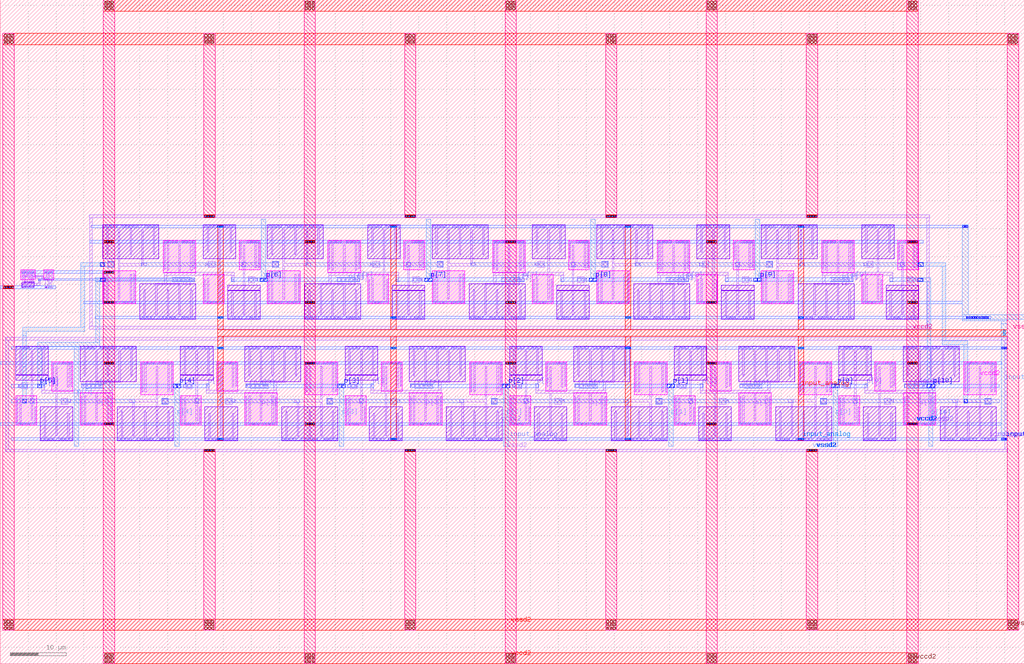
<source format=lef>
VERSION 5.7 ;
  NOWIREEXTENSIONATPIN ON ;
  DIVIDERCHAR "/" ;
  BUSBITCHARS "[]" ;
MACRO power_ring_2_2
  CLASS BLOCK ;
  FOREIGN power_ring_2_2 ;
  ORIGIN -135.000 -9.000 ;
  SIZE 182.000 BY 119.000 ;
  OBS
      LAYER met3 ;
        RECT 153.000 126.000 299.000 128.000 ;
        RECT 135.000 120.000 317.000 122.000 ;
        RECT 135.000 15.000 317.000 17.000 ;
        RECT 153.000 9.000 299.000 11.000 ;
      LAYER via3 ;
        RECT 153.200 127.400 153.600 127.800 ;
        RECT 153.800 127.400 154.200 127.800 ;
        RECT 154.400 127.400 154.800 127.800 ;
        RECT 189.200 127.400 189.600 127.800 ;
        RECT 189.800 127.400 190.200 127.800 ;
        RECT 190.400 127.400 190.800 127.800 ;
        RECT 225.200 127.400 225.600 127.800 ;
        RECT 225.800 127.400 226.200 127.800 ;
        RECT 226.400 127.400 226.800 127.800 ;
        RECT 261.200 127.400 261.600 127.800 ;
        RECT 261.800 127.400 262.200 127.800 ;
        RECT 262.400 127.400 262.800 127.800 ;
        RECT 297.200 127.400 297.600 127.800 ;
        RECT 297.800 127.400 298.200 127.800 ;
        RECT 298.400 127.400 298.800 127.800 ;
        RECT 153.200 126.800 153.600 127.200 ;
        RECT 153.800 126.800 154.200 127.200 ;
        RECT 154.400 126.800 154.800 127.200 ;
        RECT 189.200 126.800 189.600 127.200 ;
        RECT 189.800 126.800 190.200 127.200 ;
        RECT 190.400 126.800 190.800 127.200 ;
        RECT 225.200 126.800 225.600 127.200 ;
        RECT 225.800 126.800 226.200 127.200 ;
        RECT 226.400 126.800 226.800 127.200 ;
        RECT 261.200 126.800 261.600 127.200 ;
        RECT 261.800 126.800 262.200 127.200 ;
        RECT 262.400 126.800 262.800 127.200 ;
        RECT 297.200 126.800 297.600 127.200 ;
        RECT 297.800 126.800 298.200 127.200 ;
        RECT 298.400 126.800 298.800 127.200 ;
        RECT 153.200 126.200 153.600 126.600 ;
        RECT 153.800 126.200 154.200 126.600 ;
        RECT 154.400 126.200 154.800 126.600 ;
        RECT 189.200 126.200 189.600 126.600 ;
        RECT 189.800 126.200 190.200 126.600 ;
        RECT 190.400 126.200 190.800 126.600 ;
        RECT 225.200 126.200 225.600 126.600 ;
        RECT 225.800 126.200 226.200 126.600 ;
        RECT 226.400 126.200 226.800 126.600 ;
        RECT 261.200 126.200 261.600 126.600 ;
        RECT 261.800 126.200 262.200 126.600 ;
        RECT 262.400 126.200 262.800 126.600 ;
        RECT 297.200 126.200 297.600 126.600 ;
        RECT 297.800 126.200 298.200 126.600 ;
        RECT 298.400 126.200 298.800 126.600 ;
        RECT 135.200 121.400 135.600 121.800 ;
        RECT 135.800 121.400 136.200 121.800 ;
        RECT 136.400 121.400 136.800 121.800 ;
        RECT 171.200 121.400 171.600 121.800 ;
        RECT 171.800 121.400 172.200 121.800 ;
        RECT 172.400 121.400 172.800 121.800 ;
        RECT 207.200 121.400 207.600 121.800 ;
        RECT 207.800 121.400 208.200 121.800 ;
        RECT 208.400 121.400 208.800 121.800 ;
        RECT 243.200 121.400 243.600 121.800 ;
        RECT 243.800 121.400 244.200 121.800 ;
        RECT 244.400 121.400 244.800 121.800 ;
        RECT 279.200 121.400 279.600 121.800 ;
        RECT 279.800 121.400 280.200 121.800 ;
        RECT 280.400 121.400 280.800 121.800 ;
        RECT 315.200 121.400 315.600 121.800 ;
        RECT 315.800 121.400 316.200 121.800 ;
        RECT 316.400 121.400 316.800 121.800 ;
        RECT 135.200 120.800 135.600 121.200 ;
        RECT 135.800 120.800 136.200 121.200 ;
        RECT 136.400 120.800 136.800 121.200 ;
        RECT 171.200 120.800 171.600 121.200 ;
        RECT 171.800 120.800 172.200 121.200 ;
        RECT 172.400 120.800 172.800 121.200 ;
        RECT 207.200 120.800 207.600 121.200 ;
        RECT 207.800 120.800 208.200 121.200 ;
        RECT 208.400 120.800 208.800 121.200 ;
        RECT 243.200 120.800 243.600 121.200 ;
        RECT 243.800 120.800 244.200 121.200 ;
        RECT 244.400 120.800 244.800 121.200 ;
        RECT 279.200 120.800 279.600 121.200 ;
        RECT 279.800 120.800 280.200 121.200 ;
        RECT 280.400 120.800 280.800 121.200 ;
        RECT 315.200 120.800 315.600 121.200 ;
        RECT 315.800 120.800 316.200 121.200 ;
        RECT 316.400 120.800 316.800 121.200 ;
        RECT 135.200 120.200 135.600 120.600 ;
        RECT 135.800 120.200 136.200 120.600 ;
        RECT 136.400 120.200 136.800 120.600 ;
        RECT 171.200 120.200 171.600 120.600 ;
        RECT 171.800 120.200 172.200 120.600 ;
        RECT 172.400 120.200 172.800 120.600 ;
        RECT 207.200 120.200 207.600 120.600 ;
        RECT 207.800 120.200 208.200 120.600 ;
        RECT 208.400 120.200 208.800 120.600 ;
        RECT 243.200 120.200 243.600 120.600 ;
        RECT 243.800 120.200 244.200 120.600 ;
        RECT 244.400 120.200 244.800 120.600 ;
        RECT 279.200 120.200 279.600 120.600 ;
        RECT 279.800 120.200 280.200 120.600 ;
        RECT 280.400 120.200 280.800 120.600 ;
        RECT 315.200 120.200 315.600 120.600 ;
        RECT 315.800 120.200 316.200 120.600 ;
        RECT 316.400 120.200 316.800 120.600 ;
        RECT 135.200 16.400 135.600 16.800 ;
        RECT 135.800 16.400 136.200 16.800 ;
        RECT 136.400 16.400 136.800 16.800 ;
        RECT 171.200 16.400 171.600 16.800 ;
        RECT 171.800 16.400 172.200 16.800 ;
        RECT 172.400 16.400 172.800 16.800 ;
        RECT 207.200 16.400 207.600 16.800 ;
        RECT 207.800 16.400 208.200 16.800 ;
        RECT 208.400 16.400 208.800 16.800 ;
        RECT 243.200 16.400 243.600 16.800 ;
        RECT 243.800 16.400 244.200 16.800 ;
        RECT 244.400 16.400 244.800 16.800 ;
        RECT 279.200 16.400 279.600 16.800 ;
        RECT 279.800 16.400 280.200 16.800 ;
        RECT 280.400 16.400 280.800 16.800 ;
        RECT 315.200 16.400 315.600 16.800 ;
        RECT 315.800 16.400 316.200 16.800 ;
        RECT 316.400 16.400 316.800 16.800 ;
        RECT 135.200 15.800 135.600 16.200 ;
        RECT 135.800 15.800 136.200 16.200 ;
        RECT 136.400 15.800 136.800 16.200 ;
        RECT 171.200 15.800 171.600 16.200 ;
        RECT 171.800 15.800 172.200 16.200 ;
        RECT 172.400 15.800 172.800 16.200 ;
        RECT 207.200 15.800 207.600 16.200 ;
        RECT 207.800 15.800 208.200 16.200 ;
        RECT 208.400 15.800 208.800 16.200 ;
        RECT 243.200 15.800 243.600 16.200 ;
        RECT 243.800 15.800 244.200 16.200 ;
        RECT 244.400 15.800 244.800 16.200 ;
        RECT 279.200 15.800 279.600 16.200 ;
        RECT 279.800 15.800 280.200 16.200 ;
        RECT 280.400 15.800 280.800 16.200 ;
        RECT 315.200 15.800 315.600 16.200 ;
        RECT 315.800 15.800 316.200 16.200 ;
        RECT 316.400 15.800 316.800 16.200 ;
        RECT 135.200 15.200 135.600 15.600 ;
        RECT 135.800 15.200 136.200 15.600 ;
        RECT 136.400 15.200 136.800 15.600 ;
        RECT 171.200 15.200 171.600 15.600 ;
        RECT 171.800 15.200 172.200 15.600 ;
        RECT 172.400 15.200 172.800 15.600 ;
        RECT 207.200 15.200 207.600 15.600 ;
        RECT 207.800 15.200 208.200 15.600 ;
        RECT 208.400 15.200 208.800 15.600 ;
        RECT 243.200 15.200 243.600 15.600 ;
        RECT 243.800 15.200 244.200 15.600 ;
        RECT 244.400 15.200 244.800 15.600 ;
        RECT 279.200 15.200 279.600 15.600 ;
        RECT 279.800 15.200 280.200 15.600 ;
        RECT 280.400 15.200 280.800 15.600 ;
        RECT 315.200 15.200 315.600 15.600 ;
        RECT 315.800 15.200 316.200 15.600 ;
        RECT 316.400 15.200 316.800 15.600 ;
        RECT 153.200 10.400 153.600 10.800 ;
        RECT 153.800 10.400 154.200 10.800 ;
        RECT 154.400 10.400 154.800 10.800 ;
        RECT 189.200 10.400 189.600 10.800 ;
        RECT 189.800 10.400 190.200 10.800 ;
        RECT 190.400 10.400 190.800 10.800 ;
        RECT 225.200 10.400 225.600 10.800 ;
        RECT 225.800 10.400 226.200 10.800 ;
        RECT 226.400 10.400 226.800 10.800 ;
        RECT 261.200 10.400 261.600 10.800 ;
        RECT 261.800 10.400 262.200 10.800 ;
        RECT 262.400 10.400 262.800 10.800 ;
        RECT 297.200 10.400 297.600 10.800 ;
        RECT 297.800 10.400 298.200 10.800 ;
        RECT 298.400 10.400 298.800 10.800 ;
        RECT 153.200 9.800 153.600 10.200 ;
        RECT 153.800 9.800 154.200 10.200 ;
        RECT 154.400 9.800 154.800 10.200 ;
        RECT 189.200 9.800 189.600 10.200 ;
        RECT 189.800 9.800 190.200 10.200 ;
        RECT 190.400 9.800 190.800 10.200 ;
        RECT 225.200 9.800 225.600 10.200 ;
        RECT 225.800 9.800 226.200 10.200 ;
        RECT 226.400 9.800 226.800 10.200 ;
        RECT 261.200 9.800 261.600 10.200 ;
        RECT 261.800 9.800 262.200 10.200 ;
        RECT 262.400 9.800 262.800 10.200 ;
        RECT 297.200 9.800 297.600 10.200 ;
        RECT 297.800 9.800 298.200 10.200 ;
        RECT 298.400 9.800 298.800 10.200 ;
        RECT 153.200 9.200 153.600 9.600 ;
        RECT 153.800 9.200 154.200 9.600 ;
        RECT 154.400 9.200 154.800 9.600 ;
        RECT 189.200 9.200 189.600 9.600 ;
        RECT 189.800 9.200 190.200 9.600 ;
        RECT 190.400 9.200 190.800 9.600 ;
        RECT 225.200 9.200 225.600 9.600 ;
        RECT 225.800 9.200 226.200 9.600 ;
        RECT 226.400 9.200 226.800 9.600 ;
        RECT 261.200 9.200 261.600 9.600 ;
        RECT 261.800 9.200 262.200 9.600 ;
        RECT 262.400 9.200 262.800 9.600 ;
        RECT 297.200 9.200 297.600 9.600 ;
        RECT 297.800 9.200 298.200 9.600 ;
        RECT 298.400 9.200 298.800 9.600 ;
      LAYER met4 ;
        RECT 135.000 15.000 137.000 122.000 ;
        RECT 153.000 9.000 155.000 128.000 ;
        RECT 171.000 89.000 173.000 122.000 ;
        RECT 171.000 15.000 173.000 47.500 ;
        RECT 189.000 9.000 191.000 128.000 ;
        RECT 207.000 89.000 209.000 122.000 ;
        RECT 207.000 15.000 209.000 47.500 ;
        RECT 225.000 9.000 227.000 128.000 ;
        RECT 243.000 89.000 245.000 122.000 ;
        RECT 243.000 15.000 245.000 47.500 ;
        RECT 261.000 9.000 263.000 128.000 ;
        RECT 279.000 89.000 281.000 122.000 ;
        RECT 279.000 15.000 281.000 47.500 ;
        RECT 297.000 9.000 299.000 128.000 ;
        RECT 315.000 15.000 317.000 122.000 ;
  END
END power_ring_2_2
MACRO ring_osc
  CLASS BLOCK ;
  FOREIGN ring_osc ;
  ORIGIN 0.000 1.290 ;
  SIZE 183.500 BY 40.660 ;
  OBS
      LAYER pwell ;
        RECT 18.390 32.310 28.420 38.370 ;
      LAYER nwell ;
        RECT 3.630 28.505 6.310 30.340 ;
        RECT 7.800 28.505 9.560 30.340 ;
      LAYER pwell ;
        RECT 4.310 27.985 6.115 28.215 ;
        RECT 3.825 27.305 6.115 27.985 ;
        RECT 3.970 27.115 4.140 27.305 ;
        RECT 8.135 27.115 8.305 27.285 ;
      LAYER nwell ;
        RECT 18.390 24.245 24.240 30.120 ;
        RECT 29.220 29.780 35.070 35.635 ;
      LAYER pwell ;
        RECT 36.365 32.270 42.215 38.370 ;
      LAYER nwell ;
        RECT 42.840 30.310 46.600 35.585 ;
      LAYER pwell ;
        RECT 47.890 32.310 57.920 38.370 ;
        RECT 25.040 21.460 35.070 27.860 ;
      LAYER nwell ;
        RECT 36.365 24.250 40.125 29.560 ;
      LAYER pwell ;
        RECT 40.745 26.625 46.595 27.565 ;
        RECT 40.745 26.575 46.600 26.625 ;
        RECT 40.750 21.465 46.600 26.575 ;
      LAYER nwell ;
        RECT 47.890 24.245 53.740 30.120 ;
        RECT 58.720 29.780 64.570 35.635 ;
      LAYER pwell ;
        RECT 65.865 32.270 71.715 38.370 ;
      LAYER nwell ;
        RECT 72.340 30.310 76.100 35.585 ;
      LAYER pwell ;
        RECT 77.390 32.310 87.420 38.370 ;
        RECT 54.540 21.460 64.570 27.860 ;
      LAYER nwell ;
        RECT 65.865 24.250 69.625 29.560 ;
      LAYER pwell ;
        RECT 70.245 26.625 76.095 27.565 ;
        RECT 70.245 26.575 76.100 26.625 ;
        RECT 70.250 21.465 76.100 26.575 ;
      LAYER nwell ;
        RECT 77.390 24.245 83.240 30.120 ;
        RECT 88.220 29.780 94.070 35.635 ;
      LAYER pwell ;
        RECT 95.365 32.270 101.215 38.370 ;
      LAYER nwell ;
        RECT 101.840 30.310 105.600 35.585 ;
      LAYER pwell ;
        RECT 106.890 32.310 116.920 38.370 ;
        RECT 84.040 21.460 94.070 27.860 ;
      LAYER nwell ;
        RECT 95.365 24.250 99.125 29.560 ;
      LAYER pwell ;
        RECT 99.745 26.625 105.595 27.565 ;
        RECT 99.745 26.575 105.600 26.625 ;
        RECT 99.750 21.465 105.600 26.575 ;
      LAYER nwell ;
        RECT 106.890 24.245 112.740 30.120 ;
        RECT 117.720 29.780 123.570 35.635 ;
      LAYER pwell ;
        RECT 124.865 32.270 130.715 38.370 ;
      LAYER nwell ;
        RECT 131.340 30.310 135.100 35.585 ;
      LAYER pwell ;
        RECT 136.390 32.310 146.420 38.370 ;
        RECT 113.540 21.460 123.570 27.860 ;
      LAYER nwell ;
        RECT 124.865 24.250 128.625 29.560 ;
      LAYER pwell ;
        RECT 129.245 26.625 135.095 27.565 ;
        RECT 129.245 26.575 135.100 26.625 ;
        RECT 129.250 21.465 135.100 26.575 ;
      LAYER nwell ;
        RECT 136.390 24.245 142.240 30.120 ;
        RECT 147.220 29.780 153.070 35.635 ;
      LAYER pwell ;
        RECT 154.365 32.270 160.215 38.370 ;
      LAYER nwell ;
        RECT 160.840 30.310 164.600 35.585 ;
      LAYER pwell ;
        RECT 143.040 21.460 153.070 27.860 ;
      LAYER nwell ;
        RECT 154.365 24.250 158.125 29.560 ;
      LAYER pwell ;
        RECT 158.745 26.625 164.595 27.565 ;
        RECT 158.745 26.575 164.600 26.625 ;
        RECT 158.750 21.465 164.600 26.575 ;
        RECT 2.790 11.505 8.640 16.615 ;
        RECT 2.790 11.455 8.645 11.505 ;
        RECT 2.795 10.515 8.645 11.455 ;
      LAYER nwell ;
        RECT 9.265 8.520 13.025 13.830 ;
      LAYER pwell ;
        RECT 14.320 10.220 24.350 16.620 ;
      LAYER nwell ;
        RECT 2.790 2.495 6.550 7.770 ;
      LAYER pwell ;
        RECT 7.175 -0.290 13.025 5.810 ;
      LAYER nwell ;
        RECT 14.320 2.445 20.170 8.300 ;
        RECT 25.150 7.960 31.000 13.835 ;
      LAYER pwell ;
        RECT 32.290 11.505 38.140 16.615 ;
        RECT 32.290 11.455 38.145 11.505 ;
        RECT 32.295 10.515 38.145 11.455 ;
      LAYER nwell ;
        RECT 38.765 8.520 42.525 13.830 ;
      LAYER pwell ;
        RECT 43.820 10.220 53.850 16.620 ;
        RECT 20.970 -0.290 31.000 5.770 ;
      LAYER nwell ;
        RECT 32.290 2.495 36.050 7.770 ;
      LAYER pwell ;
        RECT 36.675 -0.290 42.525 5.810 ;
      LAYER nwell ;
        RECT 43.820 2.445 49.670 8.300 ;
        RECT 54.650 7.960 60.500 13.835 ;
      LAYER pwell ;
        RECT 61.790 11.505 67.640 16.615 ;
        RECT 61.790 11.455 67.645 11.505 ;
        RECT 61.795 10.515 67.645 11.455 ;
      LAYER nwell ;
        RECT 68.265 8.520 72.025 13.830 ;
      LAYER pwell ;
        RECT 73.320 10.220 83.350 16.620 ;
        RECT 50.470 -0.290 60.500 5.770 ;
      LAYER nwell ;
        RECT 61.790 2.495 65.550 7.770 ;
      LAYER pwell ;
        RECT 66.175 -0.290 72.025 5.810 ;
      LAYER nwell ;
        RECT 73.320 2.445 79.170 8.300 ;
        RECT 84.150 7.960 90.000 13.835 ;
      LAYER pwell ;
        RECT 91.290 11.505 97.140 16.615 ;
        RECT 91.290 11.455 97.145 11.505 ;
        RECT 91.295 10.515 97.145 11.455 ;
      LAYER nwell ;
        RECT 97.765 8.520 101.525 13.830 ;
      LAYER pwell ;
        RECT 102.820 10.220 112.850 16.620 ;
        RECT 79.970 -0.290 90.000 5.770 ;
      LAYER nwell ;
        RECT 91.290 2.495 95.050 7.770 ;
      LAYER pwell ;
        RECT 95.675 -0.290 101.525 5.810 ;
      LAYER nwell ;
        RECT 102.820 2.445 108.670 8.300 ;
        RECT 113.650 7.960 119.500 13.835 ;
      LAYER pwell ;
        RECT 120.790 11.505 126.640 16.615 ;
        RECT 120.790 11.455 126.645 11.505 ;
        RECT 120.795 10.515 126.645 11.455 ;
      LAYER nwell ;
        RECT 127.265 8.520 131.025 13.830 ;
      LAYER pwell ;
        RECT 132.320 10.220 142.350 16.620 ;
        RECT 109.470 -0.290 119.500 5.770 ;
      LAYER nwell ;
        RECT 120.790 2.495 124.550 7.770 ;
      LAYER pwell ;
        RECT 125.175 -0.290 131.025 5.810 ;
      LAYER nwell ;
        RECT 132.320 2.445 138.170 8.300 ;
        RECT 143.150 7.960 149.000 13.835 ;
      LAYER pwell ;
        RECT 150.290 11.505 156.140 16.615 ;
        RECT 150.290 11.455 156.145 11.505 ;
        RECT 150.295 10.515 156.145 11.455 ;
      LAYER nwell ;
        RECT 156.765 8.520 160.525 13.830 ;
      LAYER pwell ;
        RECT 161.820 10.220 171.850 16.620 ;
        RECT 138.970 -0.290 149.000 5.770 ;
      LAYER nwell ;
        RECT 150.290 2.495 154.050 7.770 ;
      LAYER pwell ;
        RECT 154.675 -0.290 160.525 5.810 ;
      LAYER nwell ;
        RECT 161.820 2.445 167.670 8.300 ;
        RECT 172.650 7.960 178.500 13.835 ;
      LAYER pwell ;
        RECT 168.470 -0.290 178.500 5.770 ;
      LAYER li1 ;
        RECT 18.570 37.840 20.915 38.320 ;
        RECT 21.980 37.840 24.840 38.320 ;
        RECT 25.895 37.840 28.240 38.320 ;
        RECT 36.545 37.840 38.890 38.320 ;
        RECT 39.690 37.840 42.035 38.320 ;
        RECT 48.070 37.840 50.415 38.320 ;
        RECT 51.480 37.840 54.340 38.320 ;
        RECT 55.395 37.840 57.740 38.320 ;
        RECT 66.045 37.840 68.390 38.320 ;
        RECT 69.190 37.840 71.535 38.320 ;
        RECT 77.570 37.840 79.915 38.320 ;
        RECT 80.980 37.840 83.840 38.320 ;
        RECT 84.895 37.840 87.240 38.320 ;
        RECT 95.545 37.840 97.890 38.320 ;
        RECT 98.690 37.840 101.035 38.320 ;
        RECT 107.070 37.840 109.415 38.320 ;
        RECT 110.480 37.840 113.340 38.320 ;
        RECT 114.395 37.840 116.740 38.320 ;
        RECT 125.045 37.840 127.390 38.320 ;
        RECT 128.190 37.840 130.535 38.320 ;
        RECT 136.570 37.840 138.915 38.320 ;
        RECT 139.980 37.840 142.840 38.320 ;
        RECT 143.895 37.840 146.240 38.320 ;
        RECT 154.545 37.840 156.890 38.320 ;
        RECT 157.690 37.840 160.035 38.320 ;
        RECT 19.080 33.245 19.370 37.840 ;
        RECT 19.140 33.000 19.310 33.245 ;
        RECT 19.290 30.790 20.420 31.790 ;
        RECT 21.170 31.480 21.460 37.540 ;
        RECT 23.260 33.245 23.550 37.840 ;
        RECT 23.320 33.000 23.490 33.245 ;
        RECT 25.350 31.580 25.640 37.540 ;
        RECT 27.440 33.245 27.730 37.840 ;
        RECT 29.400 35.455 31.745 35.600 ;
        RECT 32.545 35.455 34.890 35.600 ;
        RECT 29.400 35.285 34.890 35.455 ;
        RECT 29.400 35.120 31.745 35.285 ;
        RECT 32.545 35.120 34.890 35.285 ;
        RECT 27.500 33.235 27.695 33.245 ;
        RECT 27.500 33.000 27.670 33.235 ;
        RECT 25.350 31.480 26.170 31.580 ;
        RECT 21.170 30.980 26.170 31.480 ;
        RECT 4.340 30.005 5.310 30.160 ;
        RECT 8.340 30.005 9.310 30.160 ;
        RECT 3.820 29.835 6.120 30.005 ;
        RECT 7.990 29.835 9.370 30.005 ;
        RECT 3.905 29.265 4.165 29.665 ;
        RECT 4.335 29.435 5.270 29.835 ;
        RECT 5.440 29.325 6.035 29.665 ;
        RECT 3.905 29.095 5.270 29.265 ;
        RECT 3.905 28.195 4.365 28.925 ;
        RECT 4.535 28.025 5.270 29.095 ;
        RECT 3.905 27.855 5.270 28.025 ;
        RECT 5.440 28.005 5.615 29.325 ;
        RECT 6.330 29.155 7.780 29.375 ;
        RECT 5.795 29.075 7.780 29.155 ;
        RECT 8.265 29.110 8.595 29.835 ;
        RECT 5.795 28.855 6.630 29.075 ;
        RECT 7.480 28.940 7.780 29.075 ;
        RECT 5.795 28.175 6.035 28.855 ;
        RECT 5.440 27.875 6.035 28.005 ;
        RECT 6.860 27.875 7.160 28.710 ;
        RECT 7.480 28.640 8.595 28.940 ;
        RECT 3.905 27.455 4.165 27.855 ;
        RECT 4.335 27.285 5.270 27.685 ;
        RECT 5.440 27.575 7.160 27.875 ;
        RECT 5.440 27.455 6.035 27.575 ;
        RECT 8.075 27.455 8.595 28.640 ;
        RECT 8.765 28.115 9.285 29.665 ;
        RECT 8.765 27.285 9.105 27.945 ;
        RECT 3.820 27.115 6.120 27.285 ;
        RECT 7.990 27.115 9.370 27.285 ;
        RECT 18.570 24.720 18.740 29.575 ;
        RECT 19.080 24.720 19.370 29.570 ;
        RECT 21.170 25.030 21.460 30.980 ;
        RECT 29.400 30.460 29.570 35.120 ;
        RECT 29.910 30.290 30.200 35.120 ;
        RECT 32.000 29.850 32.290 34.850 ;
        RECT 34.090 30.290 34.380 35.120 ;
        RECT 34.720 30.520 34.890 35.120 ;
        RECT 37.055 33.490 37.345 37.840 ;
        RECT 37.290 31.580 38.490 31.890 ;
        RECT 36.790 30.960 38.490 31.580 ;
        RECT 37.290 30.760 38.490 30.960 ;
        RECT 39.140 29.850 39.435 37.530 ;
        RECT 41.235 33.490 41.525 37.840 ;
        RECT 44.325 35.570 46.420 35.600 ;
        RECT 44.170 35.405 46.420 35.570 ;
        RECT 43.020 35.235 46.420 35.405 ;
        RECT 43.020 32.260 43.190 35.235 ;
        RECT 44.170 35.150 46.420 35.235 ;
        RECT 44.325 35.120 46.420 35.150 ;
        RECT 43.525 31.675 43.820 34.750 ;
        RECT 43.295 30.895 44.035 31.675 ;
        RECT 23.260 24.720 23.550 29.570 ;
        RECT 23.890 24.720 24.060 29.575 ;
        RECT 29.360 29.350 41.955 29.850 ;
        RECT 29.360 27.910 29.860 29.350 ;
        RECT 30.890 28.320 34.890 28.920 ;
        RECT 32.890 28.200 34.890 28.320 ;
        RECT 27.820 27.620 32.290 27.910 ;
        RECT 32.890 27.620 34.090 28.200 ;
        RECT 25.790 26.595 25.960 26.830 ;
        RECT 25.765 26.585 25.960 26.595 ;
        RECT 18.570 24.595 20.915 24.720 ;
        RECT 21.715 24.690 24.060 24.720 ;
        RECT 21.715 24.595 24.240 24.690 ;
        RECT 18.570 24.425 24.240 24.595 ;
        RECT 18.570 24.240 20.915 24.425 ;
        RECT 21.715 24.270 24.240 24.425 ;
        RECT 21.715 24.240 24.060 24.270 ;
        RECT 25.730 22.000 26.020 26.585 ;
        RECT 27.820 22.290 28.110 27.620 ;
        RECT 29.970 26.585 30.140 26.810 ;
        RECT 29.910 22.000 30.200 26.585 ;
        RECT 32.000 22.290 32.290 27.620 ;
        RECT 34.150 26.585 34.320 26.810 ;
        RECT 34.090 22.000 34.380 26.585 ;
        RECT 36.545 24.720 36.715 28.645 ;
        RECT 37.055 24.720 37.345 28.790 ;
        RECT 39.145 25.085 39.440 29.350 ;
        RECT 36.545 24.690 38.640 24.720 ;
        RECT 36.545 24.600 38.795 24.690 ;
        RECT 39.775 24.600 39.945 28.635 ;
        RECT 41.455 28.200 41.955 29.350 ;
        RECT 36.545 24.430 39.945 24.600 ;
        RECT 36.545 24.270 38.795 24.430 ;
        RECT 36.545 24.240 38.640 24.270 ;
        RECT 41.440 22.000 41.730 26.345 ;
        RECT 43.525 22.305 43.820 30.895 ;
        RECT 45.620 30.710 45.910 35.120 ;
        RECT 46.250 30.705 46.420 35.120 ;
        RECT 48.580 33.245 48.870 37.840 ;
        RECT 48.640 33.000 48.810 33.245 ;
        RECT 48.790 30.790 49.920 31.790 ;
        RECT 50.670 31.480 50.960 37.540 ;
        RECT 52.760 33.245 53.050 37.840 ;
        RECT 52.820 33.000 52.990 33.245 ;
        RECT 54.850 31.580 55.140 37.540 ;
        RECT 56.940 33.245 57.230 37.840 ;
        RECT 58.900 35.455 61.245 35.600 ;
        RECT 62.045 35.455 64.390 35.600 ;
        RECT 58.900 35.285 64.390 35.455 ;
        RECT 58.900 35.120 61.245 35.285 ;
        RECT 62.045 35.120 64.390 35.285 ;
        RECT 57.000 33.235 57.195 33.245 ;
        RECT 57.000 33.000 57.170 33.235 ;
        RECT 54.850 31.480 55.670 31.580 ;
        RECT 50.670 30.980 55.670 31.480 ;
        RECT 44.440 28.860 45.620 29.060 ;
        RECT 44.440 28.260 46.120 28.860 ;
        RECT 44.440 27.980 45.620 28.260 ;
        RECT 45.620 22.000 45.910 26.345 ;
        RECT 48.070 24.720 48.240 29.575 ;
        RECT 48.580 24.720 48.870 29.570 ;
        RECT 50.670 25.030 50.960 30.980 ;
        RECT 58.900 30.460 59.070 35.120 ;
        RECT 59.410 30.290 59.700 35.120 ;
        RECT 61.500 29.850 61.790 34.850 ;
        RECT 63.590 30.290 63.880 35.120 ;
        RECT 64.220 30.520 64.390 35.120 ;
        RECT 66.555 33.490 66.845 37.840 ;
        RECT 66.790 31.580 67.990 31.890 ;
        RECT 66.290 30.960 67.990 31.580 ;
        RECT 66.790 30.760 67.990 30.960 ;
        RECT 68.640 29.850 68.935 37.530 ;
        RECT 70.735 33.490 71.025 37.840 ;
        RECT 73.825 35.570 75.920 35.600 ;
        RECT 73.670 35.405 75.920 35.570 ;
        RECT 72.520 35.235 75.920 35.405 ;
        RECT 72.520 32.260 72.690 35.235 ;
        RECT 73.670 35.150 75.920 35.235 ;
        RECT 73.825 35.120 75.920 35.150 ;
        RECT 73.025 31.675 73.320 34.750 ;
        RECT 72.795 30.895 73.535 31.675 ;
        RECT 52.760 24.720 53.050 29.570 ;
        RECT 53.390 24.720 53.560 29.575 ;
        RECT 58.860 29.350 71.455 29.850 ;
        RECT 58.860 27.910 59.360 29.350 ;
        RECT 60.390 28.320 64.390 28.920 ;
        RECT 62.390 28.200 64.390 28.320 ;
        RECT 57.320 27.620 61.790 27.910 ;
        RECT 62.390 27.620 63.590 28.200 ;
        RECT 55.290 26.595 55.460 26.830 ;
        RECT 55.265 26.585 55.460 26.595 ;
        RECT 48.070 24.595 50.415 24.720 ;
        RECT 51.215 24.690 53.560 24.720 ;
        RECT 51.215 24.595 53.740 24.690 ;
        RECT 48.070 24.425 53.740 24.595 ;
        RECT 48.070 24.240 50.415 24.425 ;
        RECT 51.215 24.270 53.740 24.425 ;
        RECT 51.215 24.240 53.560 24.270 ;
        RECT 55.230 22.000 55.520 26.585 ;
        RECT 57.320 22.290 57.610 27.620 ;
        RECT 59.470 26.585 59.640 26.810 ;
        RECT 59.410 22.000 59.700 26.585 ;
        RECT 61.500 22.290 61.790 27.620 ;
        RECT 63.650 26.585 63.820 26.810 ;
        RECT 63.590 22.000 63.880 26.585 ;
        RECT 66.045 24.720 66.215 28.645 ;
        RECT 66.555 24.720 66.845 28.790 ;
        RECT 68.645 25.085 68.940 29.350 ;
        RECT 66.045 24.690 68.140 24.720 ;
        RECT 66.045 24.600 68.295 24.690 ;
        RECT 69.275 24.600 69.445 28.635 ;
        RECT 70.955 28.200 71.455 29.350 ;
        RECT 66.045 24.430 69.445 24.600 ;
        RECT 66.045 24.270 68.295 24.430 ;
        RECT 66.045 24.240 68.140 24.270 ;
        RECT 70.940 22.000 71.230 26.345 ;
        RECT 73.025 22.305 73.320 30.895 ;
        RECT 75.120 30.710 75.410 35.120 ;
        RECT 75.750 30.705 75.920 35.120 ;
        RECT 78.080 33.245 78.370 37.840 ;
        RECT 78.140 33.000 78.310 33.245 ;
        RECT 78.290 30.790 79.420 31.790 ;
        RECT 80.170 31.480 80.460 37.540 ;
        RECT 82.260 33.245 82.550 37.840 ;
        RECT 82.320 33.000 82.490 33.245 ;
        RECT 84.350 31.580 84.640 37.540 ;
        RECT 86.440 33.245 86.730 37.840 ;
        RECT 88.400 35.455 90.745 35.600 ;
        RECT 91.545 35.455 93.890 35.600 ;
        RECT 88.400 35.285 93.890 35.455 ;
        RECT 88.400 35.120 90.745 35.285 ;
        RECT 91.545 35.120 93.890 35.285 ;
        RECT 86.500 33.235 86.695 33.245 ;
        RECT 86.500 33.000 86.670 33.235 ;
        RECT 84.350 31.480 85.170 31.580 ;
        RECT 80.170 30.980 85.170 31.480 ;
        RECT 73.940 28.860 75.120 29.060 ;
        RECT 73.940 28.260 75.620 28.860 ;
        RECT 73.940 27.980 75.120 28.260 ;
        RECT 75.120 22.000 75.410 26.345 ;
        RECT 77.570 24.720 77.740 29.575 ;
        RECT 78.080 24.720 78.370 29.570 ;
        RECT 80.170 25.030 80.460 30.980 ;
        RECT 88.400 30.460 88.570 35.120 ;
        RECT 88.910 30.290 89.200 35.120 ;
        RECT 91.000 29.850 91.290 34.850 ;
        RECT 93.090 30.290 93.380 35.120 ;
        RECT 93.720 30.520 93.890 35.120 ;
        RECT 96.055 33.490 96.345 37.840 ;
        RECT 96.290 31.580 97.490 31.890 ;
        RECT 95.790 30.960 97.490 31.580 ;
        RECT 96.290 30.760 97.490 30.960 ;
        RECT 98.140 29.850 98.435 37.530 ;
        RECT 100.235 33.490 100.525 37.840 ;
        RECT 103.325 35.570 105.420 35.600 ;
        RECT 103.170 35.405 105.420 35.570 ;
        RECT 102.020 35.235 105.420 35.405 ;
        RECT 102.020 32.260 102.190 35.235 ;
        RECT 103.170 35.150 105.420 35.235 ;
        RECT 103.325 35.120 105.420 35.150 ;
        RECT 102.525 31.675 102.820 34.750 ;
        RECT 102.295 30.895 103.035 31.675 ;
        RECT 82.260 24.720 82.550 29.570 ;
        RECT 82.890 24.720 83.060 29.575 ;
        RECT 88.360 29.350 100.955 29.850 ;
        RECT 88.360 27.910 88.860 29.350 ;
        RECT 89.890 28.320 93.890 28.920 ;
        RECT 91.890 28.200 93.890 28.320 ;
        RECT 86.820 27.620 91.290 27.910 ;
        RECT 91.890 27.620 93.090 28.200 ;
        RECT 84.790 26.595 84.960 26.830 ;
        RECT 84.765 26.585 84.960 26.595 ;
        RECT 77.570 24.595 79.915 24.720 ;
        RECT 80.715 24.690 83.060 24.720 ;
        RECT 80.715 24.595 83.240 24.690 ;
        RECT 77.570 24.425 83.240 24.595 ;
        RECT 77.570 24.240 79.915 24.425 ;
        RECT 80.715 24.270 83.240 24.425 ;
        RECT 80.715 24.240 83.060 24.270 ;
        RECT 84.730 22.000 85.020 26.585 ;
        RECT 86.820 22.290 87.110 27.620 ;
        RECT 88.970 26.585 89.140 26.810 ;
        RECT 88.910 22.000 89.200 26.585 ;
        RECT 91.000 22.290 91.290 27.620 ;
        RECT 93.150 26.585 93.320 26.810 ;
        RECT 93.090 22.000 93.380 26.585 ;
        RECT 95.545 24.720 95.715 28.645 ;
        RECT 96.055 24.720 96.345 28.790 ;
        RECT 98.145 25.085 98.440 29.350 ;
        RECT 95.545 24.690 97.640 24.720 ;
        RECT 95.545 24.600 97.795 24.690 ;
        RECT 98.775 24.600 98.945 28.635 ;
        RECT 100.455 28.200 100.955 29.350 ;
        RECT 95.545 24.430 98.945 24.600 ;
        RECT 95.545 24.270 97.795 24.430 ;
        RECT 95.545 24.240 97.640 24.270 ;
        RECT 100.440 22.000 100.730 26.345 ;
        RECT 102.525 22.305 102.820 30.895 ;
        RECT 104.620 30.710 104.910 35.120 ;
        RECT 105.250 30.705 105.420 35.120 ;
        RECT 107.580 33.245 107.870 37.840 ;
        RECT 107.640 33.000 107.810 33.245 ;
        RECT 107.790 30.790 108.920 31.790 ;
        RECT 109.670 31.480 109.960 37.540 ;
        RECT 111.760 33.245 112.050 37.840 ;
        RECT 111.820 33.000 111.990 33.245 ;
        RECT 113.850 31.580 114.140 37.540 ;
        RECT 115.940 33.245 116.230 37.840 ;
        RECT 117.900 35.455 120.245 35.600 ;
        RECT 121.045 35.455 123.390 35.600 ;
        RECT 117.900 35.285 123.390 35.455 ;
        RECT 117.900 35.120 120.245 35.285 ;
        RECT 121.045 35.120 123.390 35.285 ;
        RECT 116.000 33.235 116.195 33.245 ;
        RECT 116.000 33.000 116.170 33.235 ;
        RECT 113.850 31.480 114.670 31.580 ;
        RECT 109.670 30.980 114.670 31.480 ;
        RECT 103.440 28.860 104.620 29.060 ;
        RECT 103.440 28.260 105.120 28.860 ;
        RECT 103.440 27.980 104.620 28.260 ;
        RECT 104.620 22.000 104.910 26.345 ;
        RECT 107.070 24.720 107.240 29.575 ;
        RECT 107.580 24.720 107.870 29.570 ;
        RECT 109.670 25.030 109.960 30.980 ;
        RECT 117.900 30.460 118.070 35.120 ;
        RECT 118.410 30.290 118.700 35.120 ;
        RECT 120.500 29.850 120.790 34.850 ;
        RECT 122.590 30.290 122.880 35.120 ;
        RECT 123.220 30.520 123.390 35.120 ;
        RECT 125.555 33.490 125.845 37.840 ;
        RECT 125.790 31.580 126.990 31.890 ;
        RECT 125.290 30.960 126.990 31.580 ;
        RECT 125.790 30.760 126.990 30.960 ;
        RECT 127.640 29.850 127.935 37.530 ;
        RECT 129.735 33.490 130.025 37.840 ;
        RECT 132.825 35.570 134.920 35.600 ;
        RECT 132.670 35.405 134.920 35.570 ;
        RECT 131.520 35.235 134.920 35.405 ;
        RECT 131.520 32.260 131.690 35.235 ;
        RECT 132.670 35.150 134.920 35.235 ;
        RECT 132.825 35.120 134.920 35.150 ;
        RECT 132.025 31.675 132.320 34.750 ;
        RECT 131.795 30.895 132.535 31.675 ;
        RECT 111.760 24.720 112.050 29.570 ;
        RECT 112.390 24.720 112.560 29.575 ;
        RECT 117.860 29.350 130.455 29.850 ;
        RECT 117.860 27.910 118.360 29.350 ;
        RECT 119.390 28.320 123.390 28.920 ;
        RECT 121.390 28.200 123.390 28.320 ;
        RECT 116.320 27.620 120.790 27.910 ;
        RECT 121.390 27.620 122.590 28.200 ;
        RECT 114.290 26.595 114.460 26.830 ;
        RECT 114.265 26.585 114.460 26.595 ;
        RECT 107.070 24.595 109.415 24.720 ;
        RECT 110.215 24.690 112.560 24.720 ;
        RECT 110.215 24.595 112.740 24.690 ;
        RECT 107.070 24.425 112.740 24.595 ;
        RECT 107.070 24.240 109.415 24.425 ;
        RECT 110.215 24.270 112.740 24.425 ;
        RECT 110.215 24.240 112.560 24.270 ;
        RECT 114.230 22.000 114.520 26.585 ;
        RECT 116.320 22.290 116.610 27.620 ;
        RECT 118.470 26.585 118.640 26.810 ;
        RECT 118.410 22.000 118.700 26.585 ;
        RECT 120.500 22.290 120.790 27.620 ;
        RECT 122.650 26.585 122.820 26.810 ;
        RECT 122.590 22.000 122.880 26.585 ;
        RECT 125.045 24.720 125.215 28.645 ;
        RECT 125.555 24.720 125.845 28.790 ;
        RECT 127.645 25.085 127.940 29.350 ;
        RECT 125.045 24.690 127.140 24.720 ;
        RECT 125.045 24.600 127.295 24.690 ;
        RECT 128.275 24.600 128.445 28.635 ;
        RECT 129.955 28.200 130.455 29.350 ;
        RECT 125.045 24.430 128.445 24.600 ;
        RECT 125.045 24.270 127.295 24.430 ;
        RECT 125.045 24.240 127.140 24.270 ;
        RECT 129.940 22.000 130.230 26.345 ;
        RECT 132.025 22.305 132.320 30.895 ;
        RECT 134.120 30.710 134.410 35.120 ;
        RECT 134.750 30.705 134.920 35.120 ;
        RECT 137.080 33.245 137.370 37.840 ;
        RECT 137.140 33.000 137.310 33.245 ;
        RECT 137.290 30.790 138.420 31.790 ;
        RECT 139.170 31.480 139.460 37.540 ;
        RECT 141.260 33.245 141.550 37.840 ;
        RECT 141.320 33.000 141.490 33.245 ;
        RECT 143.350 31.580 143.640 37.540 ;
        RECT 145.440 33.245 145.730 37.840 ;
        RECT 147.400 35.455 149.745 35.600 ;
        RECT 150.545 35.455 152.890 35.600 ;
        RECT 147.400 35.285 152.890 35.455 ;
        RECT 147.400 35.120 149.745 35.285 ;
        RECT 150.545 35.120 152.890 35.285 ;
        RECT 145.500 33.235 145.695 33.245 ;
        RECT 145.500 33.000 145.670 33.235 ;
        RECT 143.350 31.480 144.170 31.580 ;
        RECT 139.170 30.980 144.170 31.480 ;
        RECT 132.940 28.860 134.120 29.060 ;
        RECT 132.940 28.260 134.620 28.860 ;
        RECT 132.940 27.980 134.120 28.260 ;
        RECT 134.120 22.000 134.410 26.345 ;
        RECT 136.570 24.720 136.740 29.575 ;
        RECT 137.080 24.720 137.370 29.570 ;
        RECT 139.170 25.030 139.460 30.980 ;
        RECT 147.400 30.460 147.570 35.120 ;
        RECT 147.910 30.290 148.200 35.120 ;
        RECT 150.000 29.850 150.290 34.850 ;
        RECT 152.090 30.290 152.380 35.120 ;
        RECT 152.720 30.520 152.890 35.120 ;
        RECT 155.055 33.490 155.345 37.840 ;
        RECT 155.290 31.580 156.490 31.890 ;
        RECT 154.790 30.960 156.490 31.580 ;
        RECT 155.290 30.760 156.490 30.960 ;
        RECT 157.140 29.850 157.435 37.530 ;
        RECT 159.235 33.490 159.525 37.840 ;
        RECT 162.325 35.570 164.420 35.600 ;
        RECT 162.170 35.405 164.420 35.570 ;
        RECT 161.020 35.235 164.420 35.405 ;
        RECT 161.020 32.260 161.190 35.235 ;
        RECT 162.170 35.150 164.420 35.235 ;
        RECT 162.325 35.120 164.420 35.150 ;
        RECT 161.525 31.675 161.820 34.750 ;
        RECT 161.295 30.895 162.035 31.675 ;
        RECT 141.260 24.720 141.550 29.570 ;
        RECT 141.890 24.720 142.060 29.575 ;
        RECT 147.360 29.350 159.955 29.850 ;
        RECT 147.360 27.910 147.860 29.350 ;
        RECT 148.890 28.320 152.890 28.920 ;
        RECT 150.890 28.200 152.890 28.320 ;
        RECT 145.820 27.620 150.290 27.910 ;
        RECT 150.890 27.620 152.090 28.200 ;
        RECT 143.790 26.595 143.960 26.830 ;
        RECT 143.765 26.585 143.960 26.595 ;
        RECT 136.570 24.595 138.915 24.720 ;
        RECT 139.715 24.690 142.060 24.720 ;
        RECT 139.715 24.595 142.240 24.690 ;
        RECT 136.570 24.425 142.240 24.595 ;
        RECT 136.570 24.240 138.915 24.425 ;
        RECT 139.715 24.270 142.240 24.425 ;
        RECT 139.715 24.240 142.060 24.270 ;
        RECT 143.730 22.000 144.020 26.585 ;
        RECT 145.820 22.290 146.110 27.620 ;
        RECT 147.970 26.585 148.140 26.810 ;
        RECT 147.910 22.000 148.200 26.585 ;
        RECT 150.000 22.290 150.290 27.620 ;
        RECT 152.150 26.585 152.320 26.810 ;
        RECT 152.090 22.000 152.380 26.585 ;
        RECT 154.545 24.720 154.715 28.645 ;
        RECT 155.055 24.720 155.345 28.790 ;
        RECT 157.145 25.085 157.440 29.350 ;
        RECT 154.545 24.690 156.640 24.720 ;
        RECT 154.545 24.600 156.795 24.690 ;
        RECT 157.775 24.600 157.945 28.635 ;
        RECT 159.455 28.200 159.955 29.350 ;
        RECT 154.545 24.430 157.945 24.600 ;
        RECT 154.545 24.270 156.795 24.430 ;
        RECT 154.545 24.240 156.640 24.270 ;
        RECT 159.440 22.000 159.730 26.345 ;
        RECT 161.525 22.305 161.820 30.895 ;
        RECT 163.620 30.710 163.910 35.120 ;
        RECT 164.250 30.705 164.420 35.120 ;
        RECT 162.440 28.860 163.620 29.060 ;
        RECT 162.440 28.260 164.120 28.860 ;
        RECT 162.440 27.980 163.620 28.260 ;
        RECT 163.620 22.000 163.910 26.345 ;
        RECT 25.220 21.520 27.570 22.000 ;
        RECT 28.620 21.520 31.480 22.000 ;
        RECT 32.545 21.520 34.890 22.000 ;
        RECT 40.930 21.970 43.270 22.000 ;
        RECT 44.080 21.970 46.420 22.000 ;
        RECT 40.930 21.550 43.275 21.970 ;
        RECT 44.075 21.550 46.420 21.970 ;
        RECT 40.930 21.520 43.270 21.550 ;
        RECT 44.080 21.520 46.420 21.550 ;
        RECT 54.720 21.520 57.070 22.000 ;
        RECT 58.120 21.520 60.980 22.000 ;
        RECT 62.045 21.520 64.390 22.000 ;
        RECT 70.430 21.970 72.770 22.000 ;
        RECT 73.580 21.970 75.920 22.000 ;
        RECT 70.430 21.550 72.775 21.970 ;
        RECT 73.575 21.550 75.920 21.970 ;
        RECT 70.430 21.520 72.770 21.550 ;
        RECT 73.580 21.520 75.920 21.550 ;
        RECT 84.220 21.520 86.570 22.000 ;
        RECT 87.620 21.520 90.480 22.000 ;
        RECT 91.545 21.520 93.890 22.000 ;
        RECT 99.930 21.970 102.270 22.000 ;
        RECT 103.080 21.970 105.420 22.000 ;
        RECT 99.930 21.550 102.275 21.970 ;
        RECT 103.075 21.550 105.420 21.970 ;
        RECT 99.930 21.520 102.270 21.550 ;
        RECT 103.080 21.520 105.420 21.550 ;
        RECT 113.720 21.520 116.070 22.000 ;
        RECT 117.120 21.520 119.980 22.000 ;
        RECT 121.045 21.520 123.390 22.000 ;
        RECT 129.430 21.970 131.770 22.000 ;
        RECT 132.580 21.970 134.920 22.000 ;
        RECT 129.430 21.550 131.775 21.970 ;
        RECT 132.575 21.550 134.920 21.970 ;
        RECT 129.430 21.520 131.770 21.550 ;
        RECT 132.580 21.520 134.920 21.550 ;
        RECT 143.220 21.520 145.570 22.000 ;
        RECT 146.620 21.520 149.480 22.000 ;
        RECT 150.545 21.520 152.890 22.000 ;
        RECT 158.930 21.970 161.270 22.000 ;
        RECT 162.080 21.970 164.420 22.000 ;
        RECT 158.930 21.550 161.275 21.970 ;
        RECT 162.075 21.550 164.420 21.970 ;
        RECT 158.930 21.520 161.270 21.550 ;
        RECT 162.080 21.520 164.420 21.550 ;
        RECT 2.970 16.530 5.310 16.560 ;
        RECT 6.120 16.530 8.460 16.560 ;
        RECT 2.970 16.110 5.315 16.530 ;
        RECT 6.115 16.110 8.460 16.530 ;
        RECT 2.970 16.080 5.310 16.110 ;
        RECT 6.120 16.080 8.460 16.110 ;
        RECT 14.500 16.080 16.845 16.560 ;
        RECT 17.910 16.080 20.770 16.560 ;
        RECT 21.820 16.080 24.170 16.560 ;
        RECT 32.470 16.530 34.810 16.560 ;
        RECT 35.620 16.530 37.960 16.560 ;
        RECT 32.470 16.110 34.815 16.530 ;
        RECT 35.615 16.110 37.960 16.530 ;
        RECT 32.470 16.080 34.810 16.110 ;
        RECT 35.620 16.080 37.960 16.110 ;
        RECT 44.000 16.080 46.345 16.560 ;
        RECT 47.410 16.080 50.270 16.560 ;
        RECT 51.320 16.080 53.670 16.560 ;
        RECT 61.970 16.530 64.310 16.560 ;
        RECT 65.120 16.530 67.460 16.560 ;
        RECT 61.970 16.110 64.315 16.530 ;
        RECT 65.115 16.110 67.460 16.530 ;
        RECT 61.970 16.080 64.310 16.110 ;
        RECT 65.120 16.080 67.460 16.110 ;
        RECT 73.500 16.080 75.845 16.560 ;
        RECT 76.910 16.080 79.770 16.560 ;
        RECT 80.820 16.080 83.170 16.560 ;
        RECT 91.470 16.530 93.810 16.560 ;
        RECT 94.620 16.530 96.960 16.560 ;
        RECT 91.470 16.110 93.815 16.530 ;
        RECT 94.615 16.110 96.960 16.530 ;
        RECT 91.470 16.080 93.810 16.110 ;
        RECT 94.620 16.080 96.960 16.110 ;
        RECT 103.000 16.080 105.345 16.560 ;
        RECT 106.410 16.080 109.270 16.560 ;
        RECT 110.320 16.080 112.670 16.560 ;
        RECT 120.970 16.530 123.310 16.560 ;
        RECT 124.120 16.530 126.460 16.560 ;
        RECT 120.970 16.110 123.315 16.530 ;
        RECT 124.115 16.110 126.460 16.530 ;
        RECT 120.970 16.080 123.310 16.110 ;
        RECT 124.120 16.080 126.460 16.110 ;
        RECT 132.500 16.080 134.845 16.560 ;
        RECT 135.910 16.080 138.770 16.560 ;
        RECT 139.820 16.080 142.170 16.560 ;
        RECT 150.470 16.530 152.810 16.560 ;
        RECT 153.620 16.530 155.960 16.560 ;
        RECT 150.470 16.110 152.815 16.530 ;
        RECT 153.615 16.110 155.960 16.530 ;
        RECT 150.470 16.080 152.810 16.110 ;
        RECT 153.620 16.080 155.960 16.110 ;
        RECT 162.000 16.080 164.345 16.560 ;
        RECT 165.410 16.080 168.270 16.560 ;
        RECT 169.320 16.080 171.670 16.560 ;
        RECT 3.480 11.735 3.770 16.080 ;
        RECT 3.770 9.820 4.950 10.100 ;
        RECT 3.270 9.220 4.950 9.820 ;
        RECT 3.770 9.020 4.950 9.220 ;
        RECT 2.970 2.960 3.140 7.375 ;
        RECT 3.480 2.960 3.770 7.370 ;
        RECT 5.570 7.185 5.865 15.775 ;
        RECT 7.660 11.735 7.950 16.080 ;
        RECT 10.750 13.810 12.845 13.840 ;
        RECT 10.595 13.650 12.845 13.810 ;
        RECT 9.445 13.480 12.845 13.650 ;
        RECT 7.435 8.730 7.935 9.880 ;
        RECT 9.445 9.445 9.615 13.480 ;
        RECT 10.595 13.390 12.845 13.480 ;
        RECT 10.750 13.360 12.845 13.390 ;
        RECT 9.950 8.730 10.245 12.995 ;
        RECT 12.045 9.290 12.335 13.360 ;
        RECT 12.675 9.435 12.845 13.360 ;
        RECT 15.010 11.495 15.300 16.080 ;
        RECT 15.070 11.270 15.240 11.495 ;
        RECT 17.100 10.460 17.390 15.790 ;
        RECT 19.190 11.495 19.480 16.080 ;
        RECT 19.250 11.270 19.420 11.495 ;
        RECT 21.280 10.460 21.570 15.790 ;
        RECT 23.370 11.495 23.660 16.080 ;
        RECT 25.330 13.810 27.675 13.840 ;
        RECT 25.150 13.655 27.675 13.810 ;
        RECT 28.475 13.655 30.820 13.840 ;
        RECT 25.150 13.485 30.820 13.655 ;
        RECT 25.150 13.390 27.675 13.485 ;
        RECT 25.330 13.360 27.675 13.390 ;
        RECT 28.475 13.360 30.820 13.485 ;
        RECT 23.430 11.485 23.625 11.495 ;
        RECT 23.430 11.250 23.600 11.485 ;
        RECT 15.300 9.880 16.500 10.460 ;
        RECT 17.100 10.170 21.570 10.460 ;
        RECT 14.500 9.760 16.500 9.880 ;
        RECT 14.500 9.160 18.500 9.760 ;
        RECT 19.530 8.730 20.030 10.170 ;
        RECT 7.435 8.230 20.030 8.730 ;
        RECT 25.330 8.505 25.500 13.360 ;
        RECT 25.840 8.510 26.130 13.360 ;
        RECT 5.355 6.405 6.095 7.185 ;
        RECT 5.570 3.330 5.865 6.405 ;
        RECT 2.970 2.930 5.065 2.960 ;
        RECT 2.970 2.845 5.220 2.930 ;
        RECT 6.200 2.845 6.370 5.820 ;
        RECT 2.970 2.675 6.370 2.845 ;
        RECT 2.970 2.510 5.220 2.675 ;
        RECT 2.970 2.480 5.065 2.510 ;
        RECT 7.865 0.240 8.155 4.590 ;
        RECT 9.955 0.550 10.250 8.230 ;
        RECT 10.900 7.120 12.100 7.320 ;
        RECT 10.900 6.500 12.600 7.120 ;
        RECT 10.900 6.190 12.100 6.500 ;
        RECT 12.045 0.240 12.335 4.590 ;
        RECT 14.500 2.960 14.670 7.560 ;
        RECT 15.010 2.960 15.300 7.790 ;
        RECT 17.100 3.230 17.390 8.230 ;
        RECT 19.190 2.960 19.480 7.790 ;
        RECT 19.820 2.960 19.990 7.620 ;
        RECT 27.930 7.100 28.220 13.050 ;
        RECT 30.020 8.510 30.310 13.360 ;
        RECT 30.650 8.505 30.820 13.360 ;
        RECT 32.980 11.735 33.270 16.080 ;
        RECT 33.270 9.820 34.450 10.100 ;
        RECT 32.770 9.220 34.450 9.820 ;
        RECT 33.270 9.020 34.450 9.220 ;
        RECT 23.220 6.600 28.220 7.100 ;
        RECT 23.220 6.500 24.040 6.600 ;
        RECT 21.720 4.845 21.890 5.080 ;
        RECT 21.695 4.835 21.890 4.845 ;
        RECT 14.500 2.795 16.845 2.960 ;
        RECT 17.645 2.795 19.990 2.960 ;
        RECT 14.500 2.625 19.990 2.795 ;
        RECT 14.500 2.480 16.845 2.625 ;
        RECT 17.645 2.480 19.990 2.625 ;
        RECT 21.660 0.240 21.950 4.835 ;
        RECT 23.750 0.540 24.040 6.500 ;
        RECT 25.900 4.835 26.070 5.080 ;
        RECT 25.840 0.240 26.130 4.835 ;
        RECT 27.930 0.540 28.220 6.600 ;
        RECT 28.970 6.290 30.100 7.290 ;
        RECT 30.080 4.835 30.250 5.080 ;
        RECT 30.020 0.240 30.310 4.835 ;
        RECT 32.470 2.960 32.640 7.375 ;
        RECT 32.980 2.960 33.270 7.370 ;
        RECT 35.070 7.185 35.365 15.775 ;
        RECT 37.160 11.735 37.450 16.080 ;
        RECT 40.250 13.810 42.345 13.840 ;
        RECT 40.095 13.650 42.345 13.810 ;
        RECT 38.945 13.480 42.345 13.650 ;
        RECT 36.935 8.730 37.435 9.880 ;
        RECT 38.945 9.445 39.115 13.480 ;
        RECT 40.095 13.390 42.345 13.480 ;
        RECT 40.250 13.360 42.345 13.390 ;
        RECT 39.450 8.730 39.745 12.995 ;
        RECT 41.545 9.290 41.835 13.360 ;
        RECT 42.175 9.435 42.345 13.360 ;
        RECT 44.510 11.495 44.800 16.080 ;
        RECT 44.570 11.270 44.740 11.495 ;
        RECT 46.600 10.460 46.890 15.790 ;
        RECT 48.690 11.495 48.980 16.080 ;
        RECT 48.750 11.270 48.920 11.495 ;
        RECT 50.780 10.460 51.070 15.790 ;
        RECT 52.870 11.495 53.160 16.080 ;
        RECT 54.830 13.810 57.175 13.840 ;
        RECT 54.650 13.655 57.175 13.810 ;
        RECT 57.975 13.655 60.320 13.840 ;
        RECT 54.650 13.485 60.320 13.655 ;
        RECT 54.650 13.390 57.175 13.485 ;
        RECT 54.830 13.360 57.175 13.390 ;
        RECT 57.975 13.360 60.320 13.485 ;
        RECT 52.930 11.485 53.125 11.495 ;
        RECT 52.930 11.250 53.100 11.485 ;
        RECT 44.800 9.880 46.000 10.460 ;
        RECT 46.600 10.170 51.070 10.460 ;
        RECT 44.000 9.760 46.000 9.880 ;
        RECT 44.000 9.160 48.000 9.760 ;
        RECT 49.030 8.730 49.530 10.170 ;
        RECT 36.935 8.230 49.530 8.730 ;
        RECT 54.830 8.505 55.000 13.360 ;
        RECT 55.340 8.510 55.630 13.360 ;
        RECT 34.855 6.405 35.595 7.185 ;
        RECT 35.070 3.330 35.365 6.405 ;
        RECT 32.470 2.930 34.565 2.960 ;
        RECT 32.470 2.845 34.720 2.930 ;
        RECT 35.700 2.845 35.870 5.820 ;
        RECT 32.470 2.675 35.870 2.845 ;
        RECT 32.470 2.510 34.720 2.675 ;
        RECT 32.470 2.480 34.565 2.510 ;
        RECT 37.365 0.240 37.655 4.590 ;
        RECT 39.455 0.550 39.750 8.230 ;
        RECT 40.400 7.120 41.600 7.320 ;
        RECT 40.400 6.500 42.100 7.120 ;
        RECT 40.400 6.190 41.600 6.500 ;
        RECT 41.545 0.240 41.835 4.590 ;
        RECT 44.000 2.960 44.170 7.560 ;
        RECT 44.510 2.960 44.800 7.790 ;
        RECT 46.600 3.230 46.890 8.230 ;
        RECT 48.690 2.960 48.980 7.790 ;
        RECT 49.320 2.960 49.490 7.620 ;
        RECT 57.430 7.100 57.720 13.050 ;
        RECT 59.520 8.510 59.810 13.360 ;
        RECT 60.150 8.505 60.320 13.360 ;
        RECT 62.480 11.735 62.770 16.080 ;
        RECT 62.770 9.820 63.950 10.100 ;
        RECT 62.270 9.220 63.950 9.820 ;
        RECT 62.770 9.020 63.950 9.220 ;
        RECT 52.720 6.600 57.720 7.100 ;
        RECT 52.720 6.500 53.540 6.600 ;
        RECT 51.220 4.845 51.390 5.080 ;
        RECT 51.195 4.835 51.390 4.845 ;
        RECT 44.000 2.795 46.345 2.960 ;
        RECT 47.145 2.795 49.490 2.960 ;
        RECT 44.000 2.625 49.490 2.795 ;
        RECT 44.000 2.480 46.345 2.625 ;
        RECT 47.145 2.480 49.490 2.625 ;
        RECT 51.160 0.240 51.450 4.835 ;
        RECT 53.250 0.540 53.540 6.500 ;
        RECT 55.400 4.835 55.570 5.080 ;
        RECT 55.340 0.240 55.630 4.835 ;
        RECT 57.430 0.540 57.720 6.600 ;
        RECT 58.470 6.290 59.600 7.290 ;
        RECT 59.580 4.835 59.750 5.080 ;
        RECT 59.520 0.240 59.810 4.835 ;
        RECT 61.970 2.960 62.140 7.375 ;
        RECT 62.480 2.960 62.770 7.370 ;
        RECT 64.570 7.185 64.865 15.775 ;
        RECT 66.660 11.735 66.950 16.080 ;
        RECT 69.750 13.810 71.845 13.840 ;
        RECT 69.595 13.650 71.845 13.810 ;
        RECT 68.445 13.480 71.845 13.650 ;
        RECT 66.435 8.730 66.935 9.880 ;
        RECT 68.445 9.445 68.615 13.480 ;
        RECT 69.595 13.390 71.845 13.480 ;
        RECT 69.750 13.360 71.845 13.390 ;
        RECT 68.950 8.730 69.245 12.995 ;
        RECT 71.045 9.290 71.335 13.360 ;
        RECT 71.675 9.435 71.845 13.360 ;
        RECT 74.010 11.495 74.300 16.080 ;
        RECT 74.070 11.270 74.240 11.495 ;
        RECT 76.100 10.460 76.390 15.790 ;
        RECT 78.190 11.495 78.480 16.080 ;
        RECT 78.250 11.270 78.420 11.495 ;
        RECT 80.280 10.460 80.570 15.790 ;
        RECT 82.370 11.495 82.660 16.080 ;
        RECT 84.330 13.810 86.675 13.840 ;
        RECT 84.150 13.655 86.675 13.810 ;
        RECT 87.475 13.655 89.820 13.840 ;
        RECT 84.150 13.485 89.820 13.655 ;
        RECT 84.150 13.390 86.675 13.485 ;
        RECT 84.330 13.360 86.675 13.390 ;
        RECT 87.475 13.360 89.820 13.485 ;
        RECT 82.430 11.485 82.625 11.495 ;
        RECT 82.430 11.250 82.600 11.485 ;
        RECT 74.300 9.880 75.500 10.460 ;
        RECT 76.100 10.170 80.570 10.460 ;
        RECT 73.500 9.760 75.500 9.880 ;
        RECT 73.500 9.160 77.500 9.760 ;
        RECT 78.530 8.730 79.030 10.170 ;
        RECT 66.435 8.230 79.030 8.730 ;
        RECT 84.330 8.505 84.500 13.360 ;
        RECT 84.840 8.510 85.130 13.360 ;
        RECT 64.355 6.405 65.095 7.185 ;
        RECT 64.570 3.330 64.865 6.405 ;
        RECT 61.970 2.930 64.065 2.960 ;
        RECT 61.970 2.845 64.220 2.930 ;
        RECT 65.200 2.845 65.370 5.820 ;
        RECT 61.970 2.675 65.370 2.845 ;
        RECT 61.970 2.510 64.220 2.675 ;
        RECT 61.970 2.480 64.065 2.510 ;
        RECT 66.865 0.240 67.155 4.590 ;
        RECT 68.955 0.550 69.250 8.230 ;
        RECT 69.900 7.120 71.100 7.320 ;
        RECT 69.900 6.500 71.600 7.120 ;
        RECT 69.900 6.190 71.100 6.500 ;
        RECT 71.045 0.240 71.335 4.590 ;
        RECT 73.500 2.960 73.670 7.560 ;
        RECT 74.010 2.960 74.300 7.790 ;
        RECT 76.100 3.230 76.390 8.230 ;
        RECT 78.190 2.960 78.480 7.790 ;
        RECT 78.820 2.960 78.990 7.620 ;
        RECT 86.930 7.100 87.220 13.050 ;
        RECT 89.020 8.510 89.310 13.360 ;
        RECT 89.650 8.505 89.820 13.360 ;
        RECT 91.980 11.735 92.270 16.080 ;
        RECT 92.270 9.820 93.450 10.100 ;
        RECT 91.770 9.220 93.450 9.820 ;
        RECT 92.270 9.020 93.450 9.220 ;
        RECT 82.220 6.600 87.220 7.100 ;
        RECT 82.220 6.500 83.040 6.600 ;
        RECT 80.720 4.845 80.890 5.080 ;
        RECT 80.695 4.835 80.890 4.845 ;
        RECT 73.500 2.795 75.845 2.960 ;
        RECT 76.645 2.795 78.990 2.960 ;
        RECT 73.500 2.625 78.990 2.795 ;
        RECT 73.500 2.480 75.845 2.625 ;
        RECT 76.645 2.480 78.990 2.625 ;
        RECT 80.660 0.240 80.950 4.835 ;
        RECT 82.750 0.540 83.040 6.500 ;
        RECT 84.900 4.835 85.070 5.080 ;
        RECT 84.840 0.240 85.130 4.835 ;
        RECT 86.930 0.540 87.220 6.600 ;
        RECT 87.970 6.290 89.100 7.290 ;
        RECT 89.080 4.835 89.250 5.080 ;
        RECT 89.020 0.240 89.310 4.835 ;
        RECT 91.470 2.960 91.640 7.375 ;
        RECT 91.980 2.960 92.270 7.370 ;
        RECT 94.070 7.185 94.365 15.775 ;
        RECT 96.160 11.735 96.450 16.080 ;
        RECT 99.250 13.810 101.345 13.840 ;
        RECT 99.095 13.650 101.345 13.810 ;
        RECT 97.945 13.480 101.345 13.650 ;
        RECT 95.935 8.730 96.435 9.880 ;
        RECT 97.945 9.445 98.115 13.480 ;
        RECT 99.095 13.390 101.345 13.480 ;
        RECT 99.250 13.360 101.345 13.390 ;
        RECT 98.450 8.730 98.745 12.995 ;
        RECT 100.545 9.290 100.835 13.360 ;
        RECT 101.175 9.435 101.345 13.360 ;
        RECT 103.510 11.495 103.800 16.080 ;
        RECT 103.570 11.270 103.740 11.495 ;
        RECT 105.600 10.460 105.890 15.790 ;
        RECT 107.690 11.495 107.980 16.080 ;
        RECT 107.750 11.270 107.920 11.495 ;
        RECT 109.780 10.460 110.070 15.790 ;
        RECT 111.870 11.495 112.160 16.080 ;
        RECT 113.830 13.810 116.175 13.840 ;
        RECT 113.650 13.655 116.175 13.810 ;
        RECT 116.975 13.655 119.320 13.840 ;
        RECT 113.650 13.485 119.320 13.655 ;
        RECT 113.650 13.390 116.175 13.485 ;
        RECT 113.830 13.360 116.175 13.390 ;
        RECT 116.975 13.360 119.320 13.485 ;
        RECT 111.930 11.485 112.125 11.495 ;
        RECT 111.930 11.250 112.100 11.485 ;
        RECT 103.800 9.880 105.000 10.460 ;
        RECT 105.600 10.170 110.070 10.460 ;
        RECT 103.000 9.760 105.000 9.880 ;
        RECT 103.000 9.160 107.000 9.760 ;
        RECT 108.030 8.730 108.530 10.170 ;
        RECT 95.935 8.230 108.530 8.730 ;
        RECT 113.830 8.505 114.000 13.360 ;
        RECT 114.340 8.510 114.630 13.360 ;
        RECT 93.855 6.405 94.595 7.185 ;
        RECT 94.070 3.330 94.365 6.405 ;
        RECT 91.470 2.930 93.565 2.960 ;
        RECT 91.470 2.845 93.720 2.930 ;
        RECT 94.700 2.845 94.870 5.820 ;
        RECT 91.470 2.675 94.870 2.845 ;
        RECT 91.470 2.510 93.720 2.675 ;
        RECT 91.470 2.480 93.565 2.510 ;
        RECT 96.365 0.240 96.655 4.590 ;
        RECT 98.455 0.550 98.750 8.230 ;
        RECT 99.400 7.120 100.600 7.320 ;
        RECT 99.400 6.500 101.100 7.120 ;
        RECT 99.400 6.190 100.600 6.500 ;
        RECT 100.545 0.240 100.835 4.590 ;
        RECT 103.000 2.960 103.170 7.560 ;
        RECT 103.510 2.960 103.800 7.790 ;
        RECT 105.600 3.230 105.890 8.230 ;
        RECT 107.690 2.960 107.980 7.790 ;
        RECT 108.320 2.960 108.490 7.620 ;
        RECT 116.430 7.100 116.720 13.050 ;
        RECT 118.520 8.510 118.810 13.360 ;
        RECT 119.150 8.505 119.320 13.360 ;
        RECT 121.480 11.735 121.770 16.080 ;
        RECT 121.770 9.820 122.950 10.100 ;
        RECT 121.270 9.220 122.950 9.820 ;
        RECT 121.770 9.020 122.950 9.220 ;
        RECT 111.720 6.600 116.720 7.100 ;
        RECT 111.720 6.500 112.540 6.600 ;
        RECT 110.220 4.845 110.390 5.080 ;
        RECT 110.195 4.835 110.390 4.845 ;
        RECT 103.000 2.795 105.345 2.960 ;
        RECT 106.145 2.795 108.490 2.960 ;
        RECT 103.000 2.625 108.490 2.795 ;
        RECT 103.000 2.480 105.345 2.625 ;
        RECT 106.145 2.480 108.490 2.625 ;
        RECT 110.160 0.240 110.450 4.835 ;
        RECT 112.250 0.540 112.540 6.500 ;
        RECT 114.400 4.835 114.570 5.080 ;
        RECT 114.340 0.240 114.630 4.835 ;
        RECT 116.430 0.540 116.720 6.600 ;
        RECT 117.470 6.290 118.600 7.290 ;
        RECT 118.580 4.835 118.750 5.080 ;
        RECT 118.520 0.240 118.810 4.835 ;
        RECT 120.970 2.960 121.140 7.375 ;
        RECT 121.480 2.960 121.770 7.370 ;
        RECT 123.570 7.185 123.865 15.775 ;
        RECT 125.660 11.735 125.950 16.080 ;
        RECT 128.750 13.810 130.845 13.840 ;
        RECT 128.595 13.650 130.845 13.810 ;
        RECT 127.445 13.480 130.845 13.650 ;
        RECT 125.435 8.730 125.935 9.880 ;
        RECT 127.445 9.445 127.615 13.480 ;
        RECT 128.595 13.390 130.845 13.480 ;
        RECT 128.750 13.360 130.845 13.390 ;
        RECT 127.950 8.730 128.245 12.995 ;
        RECT 130.045 9.290 130.335 13.360 ;
        RECT 130.675 9.435 130.845 13.360 ;
        RECT 133.010 11.495 133.300 16.080 ;
        RECT 133.070 11.270 133.240 11.495 ;
        RECT 135.100 10.460 135.390 15.790 ;
        RECT 137.190 11.495 137.480 16.080 ;
        RECT 137.250 11.270 137.420 11.495 ;
        RECT 139.280 10.460 139.570 15.790 ;
        RECT 141.370 11.495 141.660 16.080 ;
        RECT 143.330 13.810 145.675 13.840 ;
        RECT 143.150 13.655 145.675 13.810 ;
        RECT 146.475 13.655 148.820 13.840 ;
        RECT 143.150 13.485 148.820 13.655 ;
        RECT 143.150 13.390 145.675 13.485 ;
        RECT 143.330 13.360 145.675 13.390 ;
        RECT 146.475 13.360 148.820 13.485 ;
        RECT 141.430 11.485 141.625 11.495 ;
        RECT 141.430 11.250 141.600 11.485 ;
        RECT 133.300 9.880 134.500 10.460 ;
        RECT 135.100 10.170 139.570 10.460 ;
        RECT 132.500 9.760 134.500 9.880 ;
        RECT 132.500 9.160 136.500 9.760 ;
        RECT 137.530 8.730 138.030 10.170 ;
        RECT 125.435 8.230 138.030 8.730 ;
        RECT 143.330 8.505 143.500 13.360 ;
        RECT 143.840 8.510 144.130 13.360 ;
        RECT 123.355 6.405 124.095 7.185 ;
        RECT 123.570 3.330 123.865 6.405 ;
        RECT 120.970 2.930 123.065 2.960 ;
        RECT 120.970 2.845 123.220 2.930 ;
        RECT 124.200 2.845 124.370 5.820 ;
        RECT 120.970 2.675 124.370 2.845 ;
        RECT 120.970 2.510 123.220 2.675 ;
        RECT 120.970 2.480 123.065 2.510 ;
        RECT 125.865 0.240 126.155 4.590 ;
        RECT 127.955 0.550 128.250 8.230 ;
        RECT 128.900 7.120 130.100 7.320 ;
        RECT 128.900 6.500 130.600 7.120 ;
        RECT 128.900 6.190 130.100 6.500 ;
        RECT 130.045 0.240 130.335 4.590 ;
        RECT 132.500 2.960 132.670 7.560 ;
        RECT 133.010 2.960 133.300 7.790 ;
        RECT 135.100 3.230 135.390 8.230 ;
        RECT 137.190 2.960 137.480 7.790 ;
        RECT 137.820 2.960 137.990 7.620 ;
        RECT 145.930 7.100 146.220 13.050 ;
        RECT 148.020 8.510 148.310 13.360 ;
        RECT 148.650 8.505 148.820 13.360 ;
        RECT 150.980 11.735 151.270 16.080 ;
        RECT 151.270 9.820 152.450 10.100 ;
        RECT 150.770 9.220 152.450 9.820 ;
        RECT 151.270 9.020 152.450 9.220 ;
        RECT 141.220 6.600 146.220 7.100 ;
        RECT 141.220 6.500 142.040 6.600 ;
        RECT 139.720 4.845 139.890 5.080 ;
        RECT 139.695 4.835 139.890 4.845 ;
        RECT 132.500 2.795 134.845 2.960 ;
        RECT 135.645 2.795 137.990 2.960 ;
        RECT 132.500 2.625 137.990 2.795 ;
        RECT 132.500 2.480 134.845 2.625 ;
        RECT 135.645 2.480 137.990 2.625 ;
        RECT 139.660 0.240 139.950 4.835 ;
        RECT 141.750 0.540 142.040 6.500 ;
        RECT 143.900 4.835 144.070 5.080 ;
        RECT 143.840 0.240 144.130 4.835 ;
        RECT 145.930 0.540 146.220 6.600 ;
        RECT 146.970 6.290 148.100 7.290 ;
        RECT 148.080 4.835 148.250 5.080 ;
        RECT 148.020 0.240 148.310 4.835 ;
        RECT 150.470 2.960 150.640 7.375 ;
        RECT 150.980 2.960 151.270 7.370 ;
        RECT 153.070 7.185 153.365 15.775 ;
        RECT 155.160 11.735 155.450 16.080 ;
        RECT 158.250 13.810 160.345 13.840 ;
        RECT 158.095 13.650 160.345 13.810 ;
        RECT 156.945 13.480 160.345 13.650 ;
        RECT 154.935 8.730 155.435 9.880 ;
        RECT 156.945 9.445 157.115 13.480 ;
        RECT 158.095 13.390 160.345 13.480 ;
        RECT 158.250 13.360 160.345 13.390 ;
        RECT 157.450 8.730 157.745 12.995 ;
        RECT 159.545 9.290 159.835 13.360 ;
        RECT 160.175 9.435 160.345 13.360 ;
        RECT 162.510 11.495 162.800 16.080 ;
        RECT 162.570 11.270 162.740 11.495 ;
        RECT 164.600 10.460 164.890 15.790 ;
        RECT 166.690 11.495 166.980 16.080 ;
        RECT 166.750 11.270 166.920 11.495 ;
        RECT 168.780 10.460 169.070 15.790 ;
        RECT 170.870 11.495 171.160 16.080 ;
        RECT 172.830 13.810 175.175 13.840 ;
        RECT 172.650 13.655 175.175 13.810 ;
        RECT 175.975 13.655 178.320 13.840 ;
        RECT 172.650 13.485 178.320 13.655 ;
        RECT 172.650 13.390 175.175 13.485 ;
        RECT 172.830 13.360 175.175 13.390 ;
        RECT 175.975 13.360 178.320 13.485 ;
        RECT 170.930 11.485 171.125 11.495 ;
        RECT 170.930 11.250 171.100 11.485 ;
        RECT 162.800 9.880 164.000 10.460 ;
        RECT 164.600 10.170 169.070 10.460 ;
        RECT 162.000 9.760 164.000 9.880 ;
        RECT 162.000 9.160 166.000 9.760 ;
        RECT 167.030 8.730 167.530 10.170 ;
        RECT 154.935 8.230 167.530 8.730 ;
        RECT 172.830 8.505 173.000 13.360 ;
        RECT 173.340 8.510 173.630 13.360 ;
        RECT 152.855 6.405 153.595 7.185 ;
        RECT 153.070 3.330 153.365 6.405 ;
        RECT 150.470 2.930 152.565 2.960 ;
        RECT 150.470 2.845 152.720 2.930 ;
        RECT 153.700 2.845 153.870 5.820 ;
        RECT 150.470 2.675 153.870 2.845 ;
        RECT 150.470 2.510 152.720 2.675 ;
        RECT 150.470 2.480 152.565 2.510 ;
        RECT 155.365 0.240 155.655 4.590 ;
        RECT 157.455 0.550 157.750 8.230 ;
        RECT 158.400 7.120 159.600 7.320 ;
        RECT 158.400 6.500 160.100 7.120 ;
        RECT 158.400 6.190 159.600 6.500 ;
        RECT 159.545 0.240 159.835 4.590 ;
        RECT 162.000 2.960 162.170 7.560 ;
        RECT 162.510 2.960 162.800 7.790 ;
        RECT 164.600 3.230 164.890 8.230 ;
        RECT 166.690 2.960 166.980 7.790 ;
        RECT 167.320 2.960 167.490 7.620 ;
        RECT 175.430 7.100 175.720 13.050 ;
        RECT 177.520 8.510 177.810 13.360 ;
        RECT 178.150 8.505 178.320 13.360 ;
        RECT 170.720 6.600 175.720 7.100 ;
        RECT 170.720 6.500 171.540 6.600 ;
        RECT 169.220 4.845 169.390 5.080 ;
        RECT 169.195 4.835 169.390 4.845 ;
        RECT 162.000 2.795 164.345 2.960 ;
        RECT 165.145 2.795 167.490 2.960 ;
        RECT 162.000 2.625 167.490 2.795 ;
        RECT 162.000 2.480 164.345 2.625 ;
        RECT 165.145 2.480 167.490 2.625 ;
        RECT 169.160 0.240 169.450 4.835 ;
        RECT 171.250 0.540 171.540 6.500 ;
        RECT 173.400 4.835 173.570 5.080 ;
        RECT 173.340 0.240 173.630 4.835 ;
        RECT 175.430 0.540 175.720 6.600 ;
        RECT 176.470 6.290 177.600 7.290 ;
        RECT 177.580 4.835 177.750 5.080 ;
        RECT 177.520 0.240 177.810 4.835 ;
        RECT 7.355 -0.240 9.700 0.240 ;
        RECT 10.500 -0.240 12.845 0.240 ;
        RECT 21.150 -0.240 23.495 0.240 ;
        RECT 24.550 -0.240 27.410 0.240 ;
        RECT 28.475 -0.240 30.820 0.240 ;
        RECT 36.855 -0.240 39.200 0.240 ;
        RECT 40.000 -0.240 42.345 0.240 ;
        RECT 50.650 -0.240 52.995 0.240 ;
        RECT 54.050 -0.240 56.910 0.240 ;
        RECT 57.975 -0.240 60.320 0.240 ;
        RECT 66.355 -0.240 68.700 0.240 ;
        RECT 69.500 -0.240 71.845 0.240 ;
        RECT 80.150 -0.240 82.495 0.240 ;
        RECT 83.550 -0.240 86.410 0.240 ;
        RECT 87.475 -0.240 89.820 0.240 ;
        RECT 95.855 -0.240 98.200 0.240 ;
        RECT 99.000 -0.240 101.345 0.240 ;
        RECT 109.650 -0.240 111.995 0.240 ;
        RECT 113.050 -0.240 115.910 0.240 ;
        RECT 116.975 -0.240 119.320 0.240 ;
        RECT 125.355 -0.240 127.700 0.240 ;
        RECT 128.500 -0.240 130.845 0.240 ;
        RECT 139.150 -0.240 141.495 0.240 ;
        RECT 142.550 -0.240 145.410 0.240 ;
        RECT 146.475 -0.240 148.820 0.240 ;
        RECT 154.855 -0.240 157.200 0.240 ;
        RECT 158.000 -0.240 160.345 0.240 ;
        RECT 168.650 -0.240 170.995 0.240 ;
        RECT 172.050 -0.240 174.910 0.240 ;
        RECT 175.975 -0.240 178.320 0.240 ;
      LAYER mcon ;
        RECT 18.570 37.870 19.085 38.290 ;
        RECT 19.275 37.870 19.695 38.290 ;
        RECT 19.885 37.870 20.305 38.290 ;
        RECT 20.495 37.870 20.915 38.290 ;
        RECT 21.980 37.870 22.400 38.290 ;
        RECT 22.590 37.870 23.010 38.290 ;
        RECT 23.200 37.870 23.620 38.290 ;
        RECT 23.810 37.870 24.230 38.290 ;
        RECT 24.420 37.870 24.840 38.290 ;
        RECT 25.895 37.870 26.315 38.290 ;
        RECT 26.505 37.870 26.925 38.290 ;
        RECT 27.115 37.870 27.535 38.290 ;
        RECT 27.725 37.870 28.240 38.290 ;
        RECT 36.545 37.870 36.965 38.290 ;
        RECT 37.155 37.870 37.575 38.290 ;
        RECT 37.765 37.870 38.185 38.290 ;
        RECT 38.375 37.870 38.890 38.290 ;
        RECT 39.690 37.870 40.205 38.290 ;
        RECT 40.395 37.870 40.815 38.290 ;
        RECT 41.005 37.870 41.425 38.290 ;
        RECT 41.615 37.870 42.035 38.290 ;
        RECT 48.070 37.870 48.585 38.290 ;
        RECT 48.775 37.870 49.195 38.290 ;
        RECT 49.385 37.870 49.805 38.290 ;
        RECT 49.995 37.870 50.415 38.290 ;
        RECT 51.480 37.870 51.900 38.290 ;
        RECT 52.090 37.870 52.510 38.290 ;
        RECT 52.700 37.870 53.120 38.290 ;
        RECT 53.310 37.870 53.730 38.290 ;
        RECT 53.920 37.870 54.340 38.290 ;
        RECT 55.395 37.870 55.815 38.290 ;
        RECT 56.005 37.870 56.425 38.290 ;
        RECT 56.615 37.870 57.035 38.290 ;
        RECT 57.225 37.870 57.740 38.290 ;
        RECT 66.045 37.870 66.465 38.290 ;
        RECT 66.655 37.870 67.075 38.290 ;
        RECT 67.265 37.870 67.685 38.290 ;
        RECT 67.875 37.870 68.390 38.290 ;
        RECT 69.190 37.870 69.705 38.290 ;
        RECT 69.895 37.870 70.315 38.290 ;
        RECT 70.505 37.870 70.925 38.290 ;
        RECT 71.115 37.870 71.535 38.290 ;
        RECT 77.570 37.870 78.085 38.290 ;
        RECT 78.275 37.870 78.695 38.290 ;
        RECT 78.885 37.870 79.305 38.290 ;
        RECT 79.495 37.870 79.915 38.290 ;
        RECT 80.980 37.870 81.400 38.290 ;
        RECT 81.590 37.870 82.010 38.290 ;
        RECT 82.200 37.870 82.620 38.290 ;
        RECT 82.810 37.870 83.230 38.290 ;
        RECT 83.420 37.870 83.840 38.290 ;
        RECT 84.895 37.870 85.315 38.290 ;
        RECT 85.505 37.870 85.925 38.290 ;
        RECT 86.115 37.870 86.535 38.290 ;
        RECT 86.725 37.870 87.240 38.290 ;
        RECT 95.545 37.870 95.965 38.290 ;
        RECT 96.155 37.870 96.575 38.290 ;
        RECT 96.765 37.870 97.185 38.290 ;
        RECT 97.375 37.870 97.890 38.290 ;
        RECT 98.690 37.870 99.205 38.290 ;
        RECT 99.395 37.870 99.815 38.290 ;
        RECT 100.005 37.870 100.425 38.290 ;
        RECT 100.615 37.870 101.035 38.290 ;
        RECT 107.070 37.870 107.585 38.290 ;
        RECT 107.775 37.870 108.195 38.290 ;
        RECT 108.385 37.870 108.805 38.290 ;
        RECT 108.995 37.870 109.415 38.290 ;
        RECT 110.480 37.870 110.900 38.290 ;
        RECT 111.090 37.870 111.510 38.290 ;
        RECT 111.700 37.870 112.120 38.290 ;
        RECT 112.310 37.870 112.730 38.290 ;
        RECT 112.920 37.870 113.340 38.290 ;
        RECT 114.395 37.870 114.815 38.290 ;
        RECT 115.005 37.870 115.425 38.290 ;
        RECT 115.615 37.870 116.035 38.290 ;
        RECT 116.225 37.870 116.740 38.290 ;
        RECT 125.045 37.870 125.465 38.290 ;
        RECT 125.655 37.870 126.075 38.290 ;
        RECT 126.265 37.870 126.685 38.290 ;
        RECT 126.875 37.870 127.390 38.290 ;
        RECT 128.190 37.870 128.705 38.290 ;
        RECT 128.895 37.870 129.315 38.290 ;
        RECT 129.505 37.870 129.925 38.290 ;
        RECT 130.115 37.870 130.535 38.290 ;
        RECT 136.570 37.870 137.085 38.290 ;
        RECT 137.275 37.870 137.695 38.290 ;
        RECT 137.885 37.870 138.305 38.290 ;
        RECT 138.495 37.870 138.915 38.290 ;
        RECT 139.980 37.870 140.400 38.290 ;
        RECT 140.590 37.870 141.010 38.290 ;
        RECT 141.200 37.870 141.620 38.290 ;
        RECT 141.810 37.870 142.230 38.290 ;
        RECT 142.420 37.870 142.840 38.290 ;
        RECT 143.895 37.870 144.315 38.290 ;
        RECT 144.505 37.870 144.925 38.290 ;
        RECT 145.115 37.870 145.535 38.290 ;
        RECT 145.725 37.870 146.240 38.290 ;
        RECT 154.545 37.870 154.965 38.290 ;
        RECT 155.155 37.870 155.575 38.290 ;
        RECT 155.765 37.870 156.185 38.290 ;
        RECT 156.375 37.870 156.890 38.290 ;
        RECT 157.690 37.870 158.205 38.290 ;
        RECT 158.395 37.870 158.815 38.290 ;
        RECT 159.005 37.870 159.425 38.290 ;
        RECT 159.615 37.870 160.035 38.290 ;
        RECT 19.320 30.820 20.330 31.760 ;
        RECT 29.400 35.150 29.915 35.570 ;
        RECT 30.105 35.150 30.525 35.570 ;
        RECT 30.715 35.150 31.135 35.570 ;
        RECT 31.325 35.150 31.745 35.570 ;
        RECT 32.545 35.150 32.965 35.570 ;
        RECT 33.155 35.150 33.575 35.570 ;
        RECT 33.765 35.150 34.185 35.570 ;
        RECT 34.375 35.150 34.890 35.570 ;
        RECT 25.350 30.980 26.170 31.580 ;
        RECT 3.965 29.835 4.135 30.005 ;
        RECT 4.425 29.835 4.595 30.005 ;
        RECT 4.885 29.835 5.055 30.005 ;
        RECT 5.345 29.835 5.515 30.005 ;
        RECT 5.805 29.835 5.975 30.005 ;
        RECT 8.135 29.835 8.305 30.005 ;
        RECT 8.595 29.835 8.765 30.005 ;
        RECT 9.055 29.835 9.225 30.005 ;
        RECT 6.925 28.475 7.095 28.645 ;
        RECT 3.965 27.115 4.135 27.285 ;
        RECT 4.425 27.115 4.595 27.285 ;
        RECT 4.885 27.115 5.055 27.285 ;
        RECT 5.345 27.115 5.515 27.285 ;
        RECT 5.805 27.115 5.975 27.285 ;
        RECT 8.135 27.115 8.305 27.285 ;
        RECT 8.595 27.115 8.765 27.285 ;
        RECT 9.055 27.115 9.225 27.285 ;
        RECT 36.820 30.990 37.270 31.580 ;
        RECT 37.460 30.990 38.490 31.580 ;
        RECT 44.780 35.150 45.200 35.570 ;
        RECT 45.390 35.150 45.810 35.570 ;
        RECT 46.000 35.150 46.420 35.570 ;
        RECT 43.355 30.925 43.975 31.645 ;
        RECT 30.890 28.320 31.490 28.920 ;
        RECT 31.690 28.320 32.290 28.920 ;
        RECT 32.490 28.320 33.090 28.920 ;
        RECT 33.290 28.230 33.990 28.920 ;
        RECT 34.190 28.230 34.830 28.860 ;
        RECT 18.570 24.270 19.085 24.690 ;
        RECT 19.275 24.270 19.695 24.690 ;
        RECT 19.885 24.270 20.305 24.690 ;
        RECT 20.495 24.270 20.915 24.690 ;
        RECT 21.895 24.270 22.315 24.690 ;
        RECT 22.505 24.270 22.925 24.690 ;
        RECT 23.115 24.270 23.535 24.690 ;
        RECT 23.725 24.270 24.240 24.690 ;
        RECT 37.155 24.270 37.575 24.690 ;
        RECT 37.765 24.270 38.185 24.690 ;
        RECT 38.375 24.270 38.795 24.690 ;
        RECT 41.455 28.260 41.955 28.860 ;
        RECT 48.820 30.820 49.830 31.760 ;
        RECT 58.900 35.150 59.415 35.570 ;
        RECT 59.605 35.150 60.025 35.570 ;
        RECT 60.215 35.150 60.635 35.570 ;
        RECT 60.825 35.150 61.245 35.570 ;
        RECT 62.045 35.150 62.465 35.570 ;
        RECT 62.655 35.150 63.075 35.570 ;
        RECT 63.265 35.150 63.685 35.570 ;
        RECT 63.875 35.150 64.390 35.570 ;
        RECT 54.850 30.980 55.670 31.580 ;
        RECT 44.520 28.310 45.470 28.810 ;
        RECT 45.670 28.310 46.070 28.810 ;
        RECT 66.320 30.990 66.770 31.580 ;
        RECT 66.960 30.990 67.990 31.580 ;
        RECT 74.280 35.150 74.700 35.570 ;
        RECT 74.890 35.150 75.310 35.570 ;
        RECT 75.500 35.150 75.920 35.570 ;
        RECT 72.855 30.925 73.475 31.645 ;
        RECT 60.390 28.320 60.990 28.920 ;
        RECT 61.190 28.320 61.790 28.920 ;
        RECT 61.990 28.320 62.590 28.920 ;
        RECT 62.790 28.230 63.490 28.920 ;
        RECT 63.690 28.230 64.330 28.860 ;
        RECT 48.070 24.270 48.585 24.690 ;
        RECT 48.775 24.270 49.195 24.690 ;
        RECT 49.385 24.270 49.805 24.690 ;
        RECT 49.995 24.270 50.415 24.690 ;
        RECT 51.395 24.270 51.815 24.690 ;
        RECT 52.005 24.270 52.425 24.690 ;
        RECT 52.615 24.270 53.035 24.690 ;
        RECT 53.225 24.270 53.740 24.690 ;
        RECT 66.655 24.270 67.075 24.690 ;
        RECT 67.265 24.270 67.685 24.690 ;
        RECT 67.875 24.270 68.295 24.690 ;
        RECT 70.955 28.260 71.455 28.860 ;
        RECT 78.320 30.820 79.330 31.760 ;
        RECT 88.400 35.150 88.915 35.570 ;
        RECT 89.105 35.150 89.525 35.570 ;
        RECT 89.715 35.150 90.135 35.570 ;
        RECT 90.325 35.150 90.745 35.570 ;
        RECT 91.545 35.150 91.965 35.570 ;
        RECT 92.155 35.150 92.575 35.570 ;
        RECT 92.765 35.150 93.185 35.570 ;
        RECT 93.375 35.150 93.890 35.570 ;
        RECT 84.350 30.980 85.170 31.580 ;
        RECT 74.020 28.310 74.970 28.810 ;
        RECT 75.170 28.310 75.570 28.810 ;
        RECT 95.820 30.990 96.270 31.580 ;
        RECT 96.460 30.990 97.490 31.580 ;
        RECT 103.780 35.150 104.200 35.570 ;
        RECT 104.390 35.150 104.810 35.570 ;
        RECT 105.000 35.150 105.420 35.570 ;
        RECT 102.355 30.925 102.975 31.645 ;
        RECT 89.890 28.320 90.490 28.920 ;
        RECT 90.690 28.320 91.290 28.920 ;
        RECT 91.490 28.320 92.090 28.920 ;
        RECT 92.290 28.230 92.990 28.920 ;
        RECT 93.190 28.230 93.830 28.860 ;
        RECT 77.570 24.270 78.085 24.690 ;
        RECT 78.275 24.270 78.695 24.690 ;
        RECT 78.885 24.270 79.305 24.690 ;
        RECT 79.495 24.270 79.915 24.690 ;
        RECT 80.895 24.270 81.315 24.690 ;
        RECT 81.505 24.270 81.925 24.690 ;
        RECT 82.115 24.270 82.535 24.690 ;
        RECT 82.725 24.270 83.240 24.690 ;
        RECT 96.155 24.270 96.575 24.690 ;
        RECT 96.765 24.270 97.185 24.690 ;
        RECT 97.375 24.270 97.795 24.690 ;
        RECT 100.455 28.260 100.955 28.860 ;
        RECT 107.820 30.820 108.830 31.760 ;
        RECT 117.900 35.150 118.415 35.570 ;
        RECT 118.605 35.150 119.025 35.570 ;
        RECT 119.215 35.150 119.635 35.570 ;
        RECT 119.825 35.150 120.245 35.570 ;
        RECT 121.045 35.150 121.465 35.570 ;
        RECT 121.655 35.150 122.075 35.570 ;
        RECT 122.265 35.150 122.685 35.570 ;
        RECT 122.875 35.150 123.390 35.570 ;
        RECT 113.850 30.980 114.670 31.580 ;
        RECT 103.520 28.310 104.470 28.810 ;
        RECT 104.670 28.310 105.070 28.810 ;
        RECT 125.320 30.990 125.770 31.580 ;
        RECT 125.960 30.990 126.990 31.580 ;
        RECT 133.280 35.150 133.700 35.570 ;
        RECT 133.890 35.150 134.310 35.570 ;
        RECT 134.500 35.150 134.920 35.570 ;
        RECT 131.855 30.925 132.475 31.645 ;
        RECT 119.390 28.320 119.990 28.920 ;
        RECT 120.190 28.320 120.790 28.920 ;
        RECT 120.990 28.320 121.590 28.920 ;
        RECT 121.790 28.230 122.490 28.920 ;
        RECT 122.690 28.230 123.330 28.860 ;
        RECT 107.070 24.270 107.585 24.690 ;
        RECT 107.775 24.270 108.195 24.690 ;
        RECT 108.385 24.270 108.805 24.690 ;
        RECT 108.995 24.270 109.415 24.690 ;
        RECT 110.395 24.270 110.815 24.690 ;
        RECT 111.005 24.270 111.425 24.690 ;
        RECT 111.615 24.270 112.035 24.690 ;
        RECT 112.225 24.270 112.740 24.690 ;
        RECT 125.655 24.270 126.075 24.690 ;
        RECT 126.265 24.270 126.685 24.690 ;
        RECT 126.875 24.270 127.295 24.690 ;
        RECT 129.955 28.260 130.455 28.860 ;
        RECT 137.320 30.820 138.330 31.760 ;
        RECT 147.400 35.150 147.915 35.570 ;
        RECT 148.105 35.150 148.525 35.570 ;
        RECT 148.715 35.150 149.135 35.570 ;
        RECT 149.325 35.150 149.745 35.570 ;
        RECT 150.545 35.150 150.965 35.570 ;
        RECT 151.155 35.150 151.575 35.570 ;
        RECT 151.765 35.150 152.185 35.570 ;
        RECT 152.375 35.150 152.890 35.570 ;
        RECT 143.350 30.980 144.170 31.580 ;
        RECT 133.020 28.310 133.970 28.810 ;
        RECT 134.170 28.310 134.570 28.810 ;
        RECT 154.820 30.990 155.270 31.580 ;
        RECT 155.460 30.990 156.490 31.580 ;
        RECT 162.780 35.150 163.200 35.570 ;
        RECT 163.390 35.150 163.810 35.570 ;
        RECT 164.000 35.150 164.420 35.570 ;
        RECT 161.355 30.925 161.975 31.645 ;
        RECT 148.890 28.320 149.490 28.920 ;
        RECT 149.690 28.320 150.290 28.920 ;
        RECT 150.490 28.320 151.090 28.920 ;
        RECT 151.290 28.230 151.990 28.920 ;
        RECT 152.190 28.230 152.830 28.860 ;
        RECT 136.570 24.270 137.085 24.690 ;
        RECT 137.275 24.270 137.695 24.690 ;
        RECT 137.885 24.270 138.305 24.690 ;
        RECT 138.495 24.270 138.915 24.690 ;
        RECT 139.895 24.270 140.315 24.690 ;
        RECT 140.505 24.270 140.925 24.690 ;
        RECT 141.115 24.270 141.535 24.690 ;
        RECT 141.725 24.270 142.240 24.690 ;
        RECT 155.155 24.270 155.575 24.690 ;
        RECT 155.765 24.270 156.185 24.690 ;
        RECT 156.375 24.270 156.795 24.690 ;
        RECT 159.455 28.260 159.955 28.860 ;
        RECT 162.520 28.310 163.470 28.810 ;
        RECT 163.670 28.310 164.070 28.810 ;
        RECT 25.220 21.550 25.735 21.970 ;
        RECT 25.925 21.550 26.345 21.970 ;
        RECT 26.535 21.550 26.955 21.970 ;
        RECT 27.145 21.550 27.565 21.970 ;
        RECT 28.620 21.550 29.040 21.970 ;
        RECT 29.230 21.550 29.650 21.970 ;
        RECT 29.840 21.550 30.260 21.970 ;
        RECT 30.450 21.550 30.870 21.970 ;
        RECT 31.060 21.550 31.480 21.970 ;
        RECT 32.545 21.550 32.965 21.970 ;
        RECT 33.155 21.550 33.575 21.970 ;
        RECT 33.765 21.550 34.185 21.970 ;
        RECT 34.375 21.550 34.890 21.970 ;
        RECT 41.640 21.550 42.050 21.970 ;
        RECT 42.250 21.550 42.660 21.970 ;
        RECT 42.860 21.550 43.275 21.970 ;
        RECT 44.685 21.550 45.105 21.970 ;
        RECT 45.295 21.550 45.715 21.970 ;
        RECT 45.905 21.550 46.420 21.970 ;
        RECT 54.720 21.550 55.235 21.970 ;
        RECT 55.425 21.550 55.845 21.970 ;
        RECT 56.035 21.550 56.455 21.970 ;
        RECT 56.645 21.550 57.065 21.970 ;
        RECT 58.120 21.550 58.540 21.970 ;
        RECT 58.730 21.550 59.150 21.970 ;
        RECT 59.340 21.550 59.760 21.970 ;
        RECT 59.950 21.550 60.370 21.970 ;
        RECT 60.560 21.550 60.980 21.970 ;
        RECT 62.045 21.550 62.465 21.970 ;
        RECT 62.655 21.550 63.075 21.970 ;
        RECT 63.265 21.550 63.685 21.970 ;
        RECT 63.875 21.550 64.390 21.970 ;
        RECT 71.140 21.550 71.550 21.970 ;
        RECT 71.750 21.550 72.160 21.970 ;
        RECT 72.360 21.550 72.775 21.970 ;
        RECT 74.185 21.550 74.605 21.970 ;
        RECT 74.795 21.550 75.215 21.970 ;
        RECT 75.405 21.550 75.920 21.970 ;
        RECT 84.220 21.550 84.735 21.970 ;
        RECT 84.925 21.550 85.345 21.970 ;
        RECT 85.535 21.550 85.955 21.970 ;
        RECT 86.145 21.550 86.565 21.970 ;
        RECT 87.620 21.550 88.040 21.970 ;
        RECT 88.230 21.550 88.650 21.970 ;
        RECT 88.840 21.550 89.260 21.970 ;
        RECT 89.450 21.550 89.870 21.970 ;
        RECT 90.060 21.550 90.480 21.970 ;
        RECT 91.545 21.550 91.965 21.970 ;
        RECT 92.155 21.550 92.575 21.970 ;
        RECT 92.765 21.550 93.185 21.970 ;
        RECT 93.375 21.550 93.890 21.970 ;
        RECT 100.640 21.550 101.050 21.970 ;
        RECT 101.250 21.550 101.660 21.970 ;
        RECT 101.860 21.550 102.275 21.970 ;
        RECT 103.685 21.550 104.105 21.970 ;
        RECT 104.295 21.550 104.715 21.970 ;
        RECT 104.905 21.550 105.420 21.970 ;
        RECT 113.720 21.550 114.235 21.970 ;
        RECT 114.425 21.550 114.845 21.970 ;
        RECT 115.035 21.550 115.455 21.970 ;
        RECT 115.645 21.550 116.065 21.970 ;
        RECT 117.120 21.550 117.540 21.970 ;
        RECT 117.730 21.550 118.150 21.970 ;
        RECT 118.340 21.550 118.760 21.970 ;
        RECT 118.950 21.550 119.370 21.970 ;
        RECT 119.560 21.550 119.980 21.970 ;
        RECT 121.045 21.550 121.465 21.970 ;
        RECT 121.655 21.550 122.075 21.970 ;
        RECT 122.265 21.550 122.685 21.970 ;
        RECT 122.875 21.550 123.390 21.970 ;
        RECT 130.140 21.550 130.550 21.970 ;
        RECT 130.750 21.550 131.160 21.970 ;
        RECT 131.360 21.550 131.775 21.970 ;
        RECT 133.185 21.550 133.605 21.970 ;
        RECT 133.795 21.550 134.215 21.970 ;
        RECT 134.405 21.550 134.920 21.970 ;
        RECT 143.220 21.550 143.735 21.970 ;
        RECT 143.925 21.550 144.345 21.970 ;
        RECT 144.535 21.550 144.955 21.970 ;
        RECT 145.145 21.550 145.565 21.970 ;
        RECT 146.620 21.550 147.040 21.970 ;
        RECT 147.230 21.550 147.650 21.970 ;
        RECT 147.840 21.550 148.260 21.970 ;
        RECT 148.450 21.550 148.870 21.970 ;
        RECT 149.060 21.550 149.480 21.970 ;
        RECT 150.545 21.550 150.965 21.970 ;
        RECT 151.155 21.550 151.575 21.970 ;
        RECT 151.765 21.550 152.185 21.970 ;
        RECT 152.375 21.550 152.890 21.970 ;
        RECT 159.640 21.550 160.050 21.970 ;
        RECT 160.250 21.550 160.660 21.970 ;
        RECT 160.860 21.550 161.275 21.970 ;
        RECT 162.685 21.550 163.105 21.970 ;
        RECT 163.295 21.550 163.715 21.970 ;
        RECT 163.905 21.550 164.420 21.970 ;
        RECT 3.675 16.110 4.095 16.530 ;
        RECT 4.285 16.110 4.705 16.530 ;
        RECT 4.895 16.110 5.315 16.530 ;
        RECT 6.730 16.110 7.140 16.530 ;
        RECT 7.340 16.110 7.750 16.530 ;
        RECT 7.950 16.110 8.460 16.530 ;
        RECT 14.500 16.110 15.015 16.530 ;
        RECT 15.205 16.110 15.625 16.530 ;
        RECT 15.815 16.110 16.235 16.530 ;
        RECT 16.425 16.110 16.845 16.530 ;
        RECT 17.910 16.110 18.330 16.530 ;
        RECT 18.520 16.110 18.940 16.530 ;
        RECT 19.130 16.110 19.550 16.530 ;
        RECT 19.740 16.110 20.160 16.530 ;
        RECT 20.350 16.110 20.770 16.530 ;
        RECT 21.825 16.110 22.245 16.530 ;
        RECT 22.435 16.110 22.855 16.530 ;
        RECT 23.045 16.110 23.465 16.530 ;
        RECT 23.655 16.110 24.170 16.530 ;
        RECT 33.175 16.110 33.595 16.530 ;
        RECT 33.785 16.110 34.205 16.530 ;
        RECT 34.395 16.110 34.815 16.530 ;
        RECT 36.230 16.110 36.640 16.530 ;
        RECT 36.840 16.110 37.250 16.530 ;
        RECT 37.450 16.110 37.960 16.530 ;
        RECT 44.000 16.110 44.515 16.530 ;
        RECT 44.705 16.110 45.125 16.530 ;
        RECT 45.315 16.110 45.735 16.530 ;
        RECT 45.925 16.110 46.345 16.530 ;
        RECT 47.410 16.110 47.830 16.530 ;
        RECT 48.020 16.110 48.440 16.530 ;
        RECT 48.630 16.110 49.050 16.530 ;
        RECT 49.240 16.110 49.660 16.530 ;
        RECT 49.850 16.110 50.270 16.530 ;
        RECT 51.325 16.110 51.745 16.530 ;
        RECT 51.935 16.110 52.355 16.530 ;
        RECT 52.545 16.110 52.965 16.530 ;
        RECT 53.155 16.110 53.670 16.530 ;
        RECT 62.675 16.110 63.095 16.530 ;
        RECT 63.285 16.110 63.705 16.530 ;
        RECT 63.895 16.110 64.315 16.530 ;
        RECT 65.730 16.110 66.140 16.530 ;
        RECT 66.340 16.110 66.750 16.530 ;
        RECT 66.950 16.110 67.460 16.530 ;
        RECT 73.500 16.110 74.015 16.530 ;
        RECT 74.205 16.110 74.625 16.530 ;
        RECT 74.815 16.110 75.235 16.530 ;
        RECT 75.425 16.110 75.845 16.530 ;
        RECT 76.910 16.110 77.330 16.530 ;
        RECT 77.520 16.110 77.940 16.530 ;
        RECT 78.130 16.110 78.550 16.530 ;
        RECT 78.740 16.110 79.160 16.530 ;
        RECT 79.350 16.110 79.770 16.530 ;
        RECT 80.825 16.110 81.245 16.530 ;
        RECT 81.435 16.110 81.855 16.530 ;
        RECT 82.045 16.110 82.465 16.530 ;
        RECT 82.655 16.110 83.170 16.530 ;
        RECT 92.175 16.110 92.595 16.530 ;
        RECT 92.785 16.110 93.205 16.530 ;
        RECT 93.395 16.110 93.815 16.530 ;
        RECT 95.230 16.110 95.640 16.530 ;
        RECT 95.840 16.110 96.250 16.530 ;
        RECT 96.450 16.110 96.960 16.530 ;
        RECT 103.000 16.110 103.515 16.530 ;
        RECT 103.705 16.110 104.125 16.530 ;
        RECT 104.315 16.110 104.735 16.530 ;
        RECT 104.925 16.110 105.345 16.530 ;
        RECT 106.410 16.110 106.830 16.530 ;
        RECT 107.020 16.110 107.440 16.530 ;
        RECT 107.630 16.110 108.050 16.530 ;
        RECT 108.240 16.110 108.660 16.530 ;
        RECT 108.850 16.110 109.270 16.530 ;
        RECT 110.325 16.110 110.745 16.530 ;
        RECT 110.935 16.110 111.355 16.530 ;
        RECT 111.545 16.110 111.965 16.530 ;
        RECT 112.155 16.110 112.670 16.530 ;
        RECT 121.675 16.110 122.095 16.530 ;
        RECT 122.285 16.110 122.705 16.530 ;
        RECT 122.895 16.110 123.315 16.530 ;
        RECT 124.730 16.110 125.140 16.530 ;
        RECT 125.340 16.110 125.750 16.530 ;
        RECT 125.950 16.110 126.460 16.530 ;
        RECT 132.500 16.110 133.015 16.530 ;
        RECT 133.205 16.110 133.625 16.530 ;
        RECT 133.815 16.110 134.235 16.530 ;
        RECT 134.425 16.110 134.845 16.530 ;
        RECT 135.910 16.110 136.330 16.530 ;
        RECT 136.520 16.110 136.940 16.530 ;
        RECT 137.130 16.110 137.550 16.530 ;
        RECT 137.740 16.110 138.160 16.530 ;
        RECT 138.350 16.110 138.770 16.530 ;
        RECT 139.825 16.110 140.245 16.530 ;
        RECT 140.435 16.110 140.855 16.530 ;
        RECT 141.045 16.110 141.465 16.530 ;
        RECT 141.655 16.110 142.170 16.530 ;
        RECT 151.175 16.110 151.595 16.530 ;
        RECT 151.785 16.110 152.205 16.530 ;
        RECT 152.395 16.110 152.815 16.530 ;
        RECT 154.230 16.110 154.640 16.530 ;
        RECT 154.840 16.110 155.250 16.530 ;
        RECT 155.450 16.110 155.960 16.530 ;
        RECT 162.000 16.110 162.515 16.530 ;
        RECT 162.705 16.110 163.125 16.530 ;
        RECT 163.315 16.110 163.735 16.530 ;
        RECT 163.925 16.110 164.345 16.530 ;
        RECT 165.410 16.110 165.830 16.530 ;
        RECT 166.020 16.110 166.440 16.530 ;
        RECT 166.630 16.110 167.050 16.530 ;
        RECT 167.240 16.110 167.660 16.530 ;
        RECT 167.850 16.110 168.270 16.530 ;
        RECT 169.325 16.110 169.745 16.530 ;
        RECT 169.935 16.110 170.355 16.530 ;
        RECT 170.545 16.110 170.965 16.530 ;
        RECT 171.155 16.110 171.670 16.530 ;
        RECT 3.320 9.270 3.720 9.770 ;
        RECT 3.920 9.270 4.870 9.770 ;
        RECT 7.435 9.220 7.935 9.820 ;
        RECT 11.205 13.390 11.625 13.810 ;
        RECT 11.815 13.390 12.235 13.810 ;
        RECT 12.425 13.390 12.845 13.810 ;
        RECT 25.855 13.390 26.275 13.810 ;
        RECT 26.465 13.390 26.885 13.810 ;
        RECT 27.075 13.390 27.495 13.810 ;
        RECT 28.475 13.390 28.895 13.810 ;
        RECT 29.085 13.390 29.505 13.810 ;
        RECT 29.695 13.390 30.115 13.810 ;
        RECT 30.305 13.390 30.820 13.810 ;
        RECT 14.560 9.220 15.200 9.850 ;
        RECT 15.400 9.160 16.100 9.850 ;
        RECT 16.300 9.160 16.900 9.760 ;
        RECT 17.100 9.160 17.700 9.760 ;
        RECT 17.900 9.160 18.500 9.760 ;
        RECT 5.415 6.435 6.035 7.155 ;
        RECT 3.580 2.510 4.000 2.930 ;
        RECT 4.190 2.510 4.610 2.930 ;
        RECT 4.800 2.510 5.220 2.930 ;
        RECT 10.900 6.500 11.930 7.090 ;
        RECT 12.120 6.500 12.570 7.090 ;
        RECT 32.820 9.270 33.220 9.770 ;
        RECT 33.420 9.270 34.370 9.770 ;
        RECT 14.500 2.510 15.015 2.930 ;
        RECT 15.205 2.510 15.625 2.930 ;
        RECT 15.815 2.510 16.235 2.930 ;
        RECT 16.425 2.510 16.845 2.930 ;
        RECT 17.645 2.510 18.065 2.930 ;
        RECT 18.255 2.510 18.675 2.930 ;
        RECT 18.865 2.510 19.285 2.930 ;
        RECT 19.475 2.510 19.990 2.930 ;
        RECT 29.060 6.320 30.070 7.260 ;
        RECT 36.935 9.220 37.435 9.820 ;
        RECT 40.705 13.390 41.125 13.810 ;
        RECT 41.315 13.390 41.735 13.810 ;
        RECT 41.925 13.390 42.345 13.810 ;
        RECT 55.355 13.390 55.775 13.810 ;
        RECT 55.965 13.390 56.385 13.810 ;
        RECT 56.575 13.390 56.995 13.810 ;
        RECT 57.975 13.390 58.395 13.810 ;
        RECT 58.585 13.390 59.005 13.810 ;
        RECT 59.195 13.390 59.615 13.810 ;
        RECT 59.805 13.390 60.320 13.810 ;
        RECT 44.060 9.220 44.700 9.850 ;
        RECT 44.900 9.160 45.600 9.850 ;
        RECT 45.800 9.160 46.400 9.760 ;
        RECT 46.600 9.160 47.200 9.760 ;
        RECT 47.400 9.160 48.000 9.760 ;
        RECT 34.915 6.435 35.535 7.155 ;
        RECT 33.080 2.510 33.500 2.930 ;
        RECT 33.690 2.510 34.110 2.930 ;
        RECT 34.300 2.510 34.720 2.930 ;
        RECT 40.400 6.500 41.430 7.090 ;
        RECT 41.620 6.500 42.070 7.090 ;
        RECT 62.320 9.270 62.720 9.770 ;
        RECT 62.920 9.270 63.870 9.770 ;
        RECT 44.000 2.510 44.515 2.930 ;
        RECT 44.705 2.510 45.125 2.930 ;
        RECT 45.315 2.510 45.735 2.930 ;
        RECT 45.925 2.510 46.345 2.930 ;
        RECT 47.145 2.510 47.565 2.930 ;
        RECT 47.755 2.510 48.175 2.930 ;
        RECT 48.365 2.510 48.785 2.930 ;
        RECT 48.975 2.510 49.490 2.930 ;
        RECT 58.560 6.320 59.570 7.260 ;
        RECT 66.435 9.220 66.935 9.820 ;
        RECT 70.205 13.390 70.625 13.810 ;
        RECT 70.815 13.390 71.235 13.810 ;
        RECT 71.425 13.390 71.845 13.810 ;
        RECT 84.855 13.390 85.275 13.810 ;
        RECT 85.465 13.390 85.885 13.810 ;
        RECT 86.075 13.390 86.495 13.810 ;
        RECT 87.475 13.390 87.895 13.810 ;
        RECT 88.085 13.390 88.505 13.810 ;
        RECT 88.695 13.390 89.115 13.810 ;
        RECT 89.305 13.390 89.820 13.810 ;
        RECT 73.560 9.220 74.200 9.850 ;
        RECT 74.400 9.160 75.100 9.850 ;
        RECT 75.300 9.160 75.900 9.760 ;
        RECT 76.100 9.160 76.700 9.760 ;
        RECT 76.900 9.160 77.500 9.760 ;
        RECT 64.415 6.435 65.035 7.155 ;
        RECT 62.580 2.510 63.000 2.930 ;
        RECT 63.190 2.510 63.610 2.930 ;
        RECT 63.800 2.510 64.220 2.930 ;
        RECT 69.900 6.500 70.930 7.090 ;
        RECT 71.120 6.500 71.570 7.090 ;
        RECT 91.820 9.270 92.220 9.770 ;
        RECT 92.420 9.270 93.370 9.770 ;
        RECT 73.500 2.510 74.015 2.930 ;
        RECT 74.205 2.510 74.625 2.930 ;
        RECT 74.815 2.510 75.235 2.930 ;
        RECT 75.425 2.510 75.845 2.930 ;
        RECT 76.645 2.510 77.065 2.930 ;
        RECT 77.255 2.510 77.675 2.930 ;
        RECT 77.865 2.510 78.285 2.930 ;
        RECT 78.475 2.510 78.990 2.930 ;
        RECT 88.060 6.320 89.070 7.260 ;
        RECT 95.935 9.220 96.435 9.820 ;
        RECT 99.705 13.390 100.125 13.810 ;
        RECT 100.315 13.390 100.735 13.810 ;
        RECT 100.925 13.390 101.345 13.810 ;
        RECT 114.355 13.390 114.775 13.810 ;
        RECT 114.965 13.390 115.385 13.810 ;
        RECT 115.575 13.390 115.995 13.810 ;
        RECT 116.975 13.390 117.395 13.810 ;
        RECT 117.585 13.390 118.005 13.810 ;
        RECT 118.195 13.390 118.615 13.810 ;
        RECT 118.805 13.390 119.320 13.810 ;
        RECT 103.060 9.220 103.700 9.850 ;
        RECT 103.900 9.160 104.600 9.850 ;
        RECT 104.800 9.160 105.400 9.760 ;
        RECT 105.600 9.160 106.200 9.760 ;
        RECT 106.400 9.160 107.000 9.760 ;
        RECT 93.915 6.435 94.535 7.155 ;
        RECT 92.080 2.510 92.500 2.930 ;
        RECT 92.690 2.510 93.110 2.930 ;
        RECT 93.300 2.510 93.720 2.930 ;
        RECT 99.400 6.500 100.430 7.090 ;
        RECT 100.620 6.500 101.070 7.090 ;
        RECT 121.320 9.270 121.720 9.770 ;
        RECT 121.920 9.270 122.870 9.770 ;
        RECT 103.000 2.510 103.515 2.930 ;
        RECT 103.705 2.510 104.125 2.930 ;
        RECT 104.315 2.510 104.735 2.930 ;
        RECT 104.925 2.510 105.345 2.930 ;
        RECT 106.145 2.510 106.565 2.930 ;
        RECT 106.755 2.510 107.175 2.930 ;
        RECT 107.365 2.510 107.785 2.930 ;
        RECT 107.975 2.510 108.490 2.930 ;
        RECT 117.560 6.320 118.570 7.260 ;
        RECT 125.435 9.220 125.935 9.820 ;
        RECT 129.205 13.390 129.625 13.810 ;
        RECT 129.815 13.390 130.235 13.810 ;
        RECT 130.425 13.390 130.845 13.810 ;
        RECT 143.855 13.390 144.275 13.810 ;
        RECT 144.465 13.390 144.885 13.810 ;
        RECT 145.075 13.390 145.495 13.810 ;
        RECT 146.475 13.390 146.895 13.810 ;
        RECT 147.085 13.390 147.505 13.810 ;
        RECT 147.695 13.390 148.115 13.810 ;
        RECT 148.305 13.390 148.820 13.810 ;
        RECT 132.560 9.220 133.200 9.850 ;
        RECT 133.400 9.160 134.100 9.850 ;
        RECT 134.300 9.160 134.900 9.760 ;
        RECT 135.100 9.160 135.700 9.760 ;
        RECT 135.900 9.160 136.500 9.760 ;
        RECT 123.415 6.435 124.035 7.155 ;
        RECT 121.580 2.510 122.000 2.930 ;
        RECT 122.190 2.510 122.610 2.930 ;
        RECT 122.800 2.510 123.220 2.930 ;
        RECT 128.900 6.500 129.930 7.090 ;
        RECT 130.120 6.500 130.570 7.090 ;
        RECT 150.820 9.270 151.220 9.770 ;
        RECT 151.420 9.270 152.370 9.770 ;
        RECT 132.500 2.510 133.015 2.930 ;
        RECT 133.205 2.510 133.625 2.930 ;
        RECT 133.815 2.510 134.235 2.930 ;
        RECT 134.425 2.510 134.845 2.930 ;
        RECT 135.645 2.510 136.065 2.930 ;
        RECT 136.255 2.510 136.675 2.930 ;
        RECT 136.865 2.510 137.285 2.930 ;
        RECT 137.475 2.510 137.990 2.930 ;
        RECT 147.060 6.320 148.070 7.260 ;
        RECT 154.935 9.220 155.435 9.820 ;
        RECT 158.705 13.390 159.125 13.810 ;
        RECT 159.315 13.390 159.735 13.810 ;
        RECT 159.925 13.390 160.345 13.810 ;
        RECT 173.355 13.390 173.775 13.810 ;
        RECT 173.965 13.390 174.385 13.810 ;
        RECT 174.575 13.390 174.995 13.810 ;
        RECT 175.975 13.390 176.395 13.810 ;
        RECT 176.585 13.390 177.005 13.810 ;
        RECT 177.195 13.390 177.615 13.810 ;
        RECT 177.805 13.390 178.320 13.810 ;
        RECT 162.060 9.220 162.700 9.850 ;
        RECT 162.900 9.160 163.600 9.850 ;
        RECT 163.800 9.160 164.400 9.760 ;
        RECT 164.600 9.160 165.200 9.760 ;
        RECT 165.400 9.160 166.000 9.760 ;
        RECT 152.915 6.435 153.535 7.155 ;
        RECT 151.080 2.510 151.500 2.930 ;
        RECT 151.690 2.510 152.110 2.930 ;
        RECT 152.300 2.510 152.720 2.930 ;
        RECT 158.400 6.500 159.430 7.090 ;
        RECT 159.620 6.500 160.070 7.090 ;
        RECT 162.000 2.510 162.515 2.930 ;
        RECT 162.705 2.510 163.125 2.930 ;
        RECT 163.315 2.510 163.735 2.930 ;
        RECT 163.925 2.510 164.345 2.930 ;
        RECT 165.145 2.510 165.565 2.930 ;
        RECT 165.755 2.510 166.175 2.930 ;
        RECT 166.365 2.510 166.785 2.930 ;
        RECT 166.975 2.510 167.490 2.930 ;
        RECT 176.560 6.320 177.570 7.260 ;
        RECT 7.355 -0.210 7.775 0.210 ;
        RECT 7.965 -0.210 8.385 0.210 ;
        RECT 8.575 -0.210 8.995 0.210 ;
        RECT 9.185 -0.210 9.700 0.210 ;
        RECT 10.500 -0.210 11.015 0.210 ;
        RECT 11.205 -0.210 11.625 0.210 ;
        RECT 11.815 -0.210 12.235 0.210 ;
        RECT 12.425 -0.210 12.845 0.210 ;
        RECT 21.150 -0.210 21.665 0.210 ;
        RECT 21.855 -0.210 22.275 0.210 ;
        RECT 22.465 -0.210 22.885 0.210 ;
        RECT 23.075 -0.210 23.495 0.210 ;
        RECT 24.550 -0.210 24.970 0.210 ;
        RECT 25.160 -0.210 25.580 0.210 ;
        RECT 25.770 -0.210 26.190 0.210 ;
        RECT 26.380 -0.210 26.800 0.210 ;
        RECT 26.990 -0.210 27.410 0.210 ;
        RECT 28.475 -0.210 28.895 0.210 ;
        RECT 29.085 -0.210 29.505 0.210 ;
        RECT 29.695 -0.210 30.115 0.210 ;
        RECT 30.305 -0.210 30.820 0.210 ;
        RECT 36.855 -0.210 37.275 0.210 ;
        RECT 37.465 -0.210 37.885 0.210 ;
        RECT 38.075 -0.210 38.495 0.210 ;
        RECT 38.685 -0.210 39.200 0.210 ;
        RECT 40.000 -0.210 40.515 0.210 ;
        RECT 40.705 -0.210 41.125 0.210 ;
        RECT 41.315 -0.210 41.735 0.210 ;
        RECT 41.925 -0.210 42.345 0.210 ;
        RECT 50.650 -0.210 51.165 0.210 ;
        RECT 51.355 -0.210 51.775 0.210 ;
        RECT 51.965 -0.210 52.385 0.210 ;
        RECT 52.575 -0.210 52.995 0.210 ;
        RECT 54.050 -0.210 54.470 0.210 ;
        RECT 54.660 -0.210 55.080 0.210 ;
        RECT 55.270 -0.210 55.690 0.210 ;
        RECT 55.880 -0.210 56.300 0.210 ;
        RECT 56.490 -0.210 56.910 0.210 ;
        RECT 57.975 -0.210 58.395 0.210 ;
        RECT 58.585 -0.210 59.005 0.210 ;
        RECT 59.195 -0.210 59.615 0.210 ;
        RECT 59.805 -0.210 60.320 0.210 ;
        RECT 66.355 -0.210 66.775 0.210 ;
        RECT 66.965 -0.210 67.385 0.210 ;
        RECT 67.575 -0.210 67.995 0.210 ;
        RECT 68.185 -0.210 68.700 0.210 ;
        RECT 69.500 -0.210 70.015 0.210 ;
        RECT 70.205 -0.210 70.625 0.210 ;
        RECT 70.815 -0.210 71.235 0.210 ;
        RECT 71.425 -0.210 71.845 0.210 ;
        RECT 80.150 -0.210 80.665 0.210 ;
        RECT 80.855 -0.210 81.275 0.210 ;
        RECT 81.465 -0.210 81.885 0.210 ;
        RECT 82.075 -0.210 82.495 0.210 ;
        RECT 83.550 -0.210 83.970 0.210 ;
        RECT 84.160 -0.210 84.580 0.210 ;
        RECT 84.770 -0.210 85.190 0.210 ;
        RECT 85.380 -0.210 85.800 0.210 ;
        RECT 85.990 -0.210 86.410 0.210 ;
        RECT 87.475 -0.210 87.895 0.210 ;
        RECT 88.085 -0.210 88.505 0.210 ;
        RECT 88.695 -0.210 89.115 0.210 ;
        RECT 89.305 -0.210 89.820 0.210 ;
        RECT 95.855 -0.210 96.275 0.210 ;
        RECT 96.465 -0.210 96.885 0.210 ;
        RECT 97.075 -0.210 97.495 0.210 ;
        RECT 97.685 -0.210 98.200 0.210 ;
        RECT 99.000 -0.210 99.515 0.210 ;
        RECT 99.705 -0.210 100.125 0.210 ;
        RECT 100.315 -0.210 100.735 0.210 ;
        RECT 100.925 -0.210 101.345 0.210 ;
        RECT 109.650 -0.210 110.165 0.210 ;
        RECT 110.355 -0.210 110.775 0.210 ;
        RECT 110.965 -0.210 111.385 0.210 ;
        RECT 111.575 -0.210 111.995 0.210 ;
        RECT 113.050 -0.210 113.470 0.210 ;
        RECT 113.660 -0.210 114.080 0.210 ;
        RECT 114.270 -0.210 114.690 0.210 ;
        RECT 114.880 -0.210 115.300 0.210 ;
        RECT 115.490 -0.210 115.910 0.210 ;
        RECT 116.975 -0.210 117.395 0.210 ;
        RECT 117.585 -0.210 118.005 0.210 ;
        RECT 118.195 -0.210 118.615 0.210 ;
        RECT 118.805 -0.210 119.320 0.210 ;
        RECT 125.355 -0.210 125.775 0.210 ;
        RECT 125.965 -0.210 126.385 0.210 ;
        RECT 126.575 -0.210 126.995 0.210 ;
        RECT 127.185 -0.210 127.700 0.210 ;
        RECT 128.500 -0.210 129.015 0.210 ;
        RECT 129.205 -0.210 129.625 0.210 ;
        RECT 129.815 -0.210 130.235 0.210 ;
        RECT 130.425 -0.210 130.845 0.210 ;
        RECT 139.150 -0.210 139.665 0.210 ;
        RECT 139.855 -0.210 140.275 0.210 ;
        RECT 140.465 -0.210 140.885 0.210 ;
        RECT 141.075 -0.210 141.495 0.210 ;
        RECT 142.550 -0.210 142.970 0.210 ;
        RECT 143.160 -0.210 143.580 0.210 ;
        RECT 143.770 -0.210 144.190 0.210 ;
        RECT 144.380 -0.210 144.800 0.210 ;
        RECT 144.990 -0.210 145.410 0.210 ;
        RECT 146.475 -0.210 146.895 0.210 ;
        RECT 147.085 -0.210 147.505 0.210 ;
        RECT 147.695 -0.210 148.115 0.210 ;
        RECT 148.305 -0.210 148.820 0.210 ;
        RECT 154.855 -0.210 155.275 0.210 ;
        RECT 155.465 -0.210 155.885 0.210 ;
        RECT 156.075 -0.210 156.495 0.210 ;
        RECT 156.685 -0.210 157.200 0.210 ;
        RECT 158.000 -0.210 158.515 0.210 ;
        RECT 158.705 -0.210 159.125 0.210 ;
        RECT 159.315 -0.210 159.735 0.210 ;
        RECT 159.925 -0.210 160.345 0.210 ;
        RECT 168.650 -0.210 169.165 0.210 ;
        RECT 169.355 -0.210 169.775 0.210 ;
        RECT 169.965 -0.210 170.385 0.210 ;
        RECT 170.575 -0.210 170.995 0.210 ;
        RECT 172.050 -0.210 172.470 0.210 ;
        RECT 172.660 -0.210 173.080 0.210 ;
        RECT 173.270 -0.210 173.690 0.210 ;
        RECT 173.880 -0.210 174.300 0.210 ;
        RECT 174.490 -0.210 174.910 0.210 ;
        RECT 175.975 -0.210 176.395 0.210 ;
        RECT 176.585 -0.210 177.005 0.210 ;
        RECT 177.195 -0.210 177.615 0.210 ;
        RECT 177.805 -0.210 178.320 0.210 ;
      LAYER met1 ;
        RECT 16.280 37.840 173.490 38.320 ;
        RECT 16.000 35.120 165.390 35.600 ;
        RECT 19.290 31.615 20.420 31.840 ;
        RECT 43.295 31.615 44.035 31.675 ;
        RECT 48.790 31.615 49.920 31.840 ;
        RECT 72.795 31.615 73.535 31.675 ;
        RECT 78.290 31.615 79.420 31.840 ;
        RECT 102.295 31.615 103.035 31.675 ;
        RECT 107.790 31.615 108.920 31.840 ;
        RECT 131.795 31.615 132.535 31.675 ;
        RECT 137.290 31.615 138.420 31.840 ;
        RECT 161.295 31.615 162.035 31.675 ;
        RECT 17.840 30.955 20.420 31.615 ;
        RECT 35.060 31.610 49.920 31.615 ;
        RECT 64.560 31.610 79.420 31.615 ;
        RECT 94.060 31.610 108.920 31.615 ;
        RECT 123.560 31.610 138.420 31.615 ;
        RECT 153.060 31.610 165.440 31.615 ;
        RECT 19.290 30.740 20.420 30.955 ;
        RECT 25.290 30.955 49.920 31.610 ;
        RECT 25.290 30.950 38.550 30.955 ;
        RECT 43.295 30.895 44.035 30.955 ;
        RECT 48.790 30.740 49.920 30.955 ;
        RECT 54.790 30.955 79.420 31.610 ;
        RECT 54.790 30.950 68.050 30.955 ;
        RECT 72.795 30.895 73.535 30.955 ;
        RECT 78.290 30.740 79.420 30.955 ;
        RECT 84.290 30.955 108.920 31.610 ;
        RECT 84.290 30.950 97.550 30.955 ;
        RECT 102.295 30.895 103.035 30.955 ;
        RECT 107.790 30.740 108.920 30.955 ;
        RECT 113.790 30.955 138.420 31.610 ;
        RECT 113.790 30.950 127.050 30.955 ;
        RECT 131.795 30.895 132.535 30.955 ;
        RECT 137.290 30.740 138.420 30.955 ;
        RECT 143.290 30.955 165.440 31.610 ;
        RECT 143.290 30.950 156.550 30.955 ;
        RECT 161.295 30.895 162.035 30.955 ;
        RECT 3.820 29.680 20.290 30.160 ;
        RECT 30.790 28.920 34.090 28.950 ;
        RECT 60.290 28.920 63.590 28.950 ;
        RECT 89.790 28.920 93.090 28.950 ;
        RECT 119.290 28.920 122.590 28.950 ;
        RECT 148.790 28.920 152.090 28.950 ;
        RECT 30.790 28.860 34.890 28.920 ;
        RECT 6.800 28.710 7.220 28.740 ;
        RECT 17.000 28.710 34.890 28.860 ;
        RECT 6.800 28.410 34.890 28.710 ;
        RECT 6.800 28.380 7.220 28.410 ;
        RECT 17.000 28.260 34.890 28.410 ;
        RECT 30.790 28.200 34.890 28.260 ;
        RECT 41.425 28.860 41.985 28.920 ;
        RECT 60.290 28.860 64.390 28.920 ;
        RECT 41.425 28.260 64.390 28.860 ;
        RECT 41.425 28.200 41.985 28.260 ;
        RECT 60.290 28.200 64.390 28.260 ;
        RECT 70.925 28.860 71.485 28.920 ;
        RECT 89.790 28.860 93.890 28.920 ;
        RECT 70.925 28.260 93.890 28.860 ;
        RECT 70.925 28.200 71.485 28.260 ;
        RECT 89.790 28.200 93.890 28.260 ;
        RECT 100.425 28.860 100.985 28.920 ;
        RECT 119.290 28.860 123.390 28.920 ;
        RECT 100.425 28.260 123.390 28.860 ;
        RECT 100.425 28.200 100.985 28.260 ;
        RECT 119.290 28.200 123.390 28.260 ;
        RECT 129.925 28.860 130.485 28.920 ;
        RECT 148.790 28.860 152.890 28.920 ;
        RECT 129.925 28.260 152.890 28.860 ;
        RECT 129.925 28.200 130.485 28.260 ;
        RECT 148.790 28.200 152.890 28.260 ;
        RECT 159.425 28.860 159.985 28.920 ;
        RECT 159.425 28.260 165.440 28.860 ;
        RECT 159.425 28.200 159.985 28.260 ;
        RECT 0.000 26.960 9.965 27.440 ;
        RECT 15.005 24.240 172.440 24.720 ;
        RECT 17.890 21.990 165.390 22.000 ;
        RECT 17.000 21.510 177.530 21.990 ;
        RECT 2.000 16.080 180.440 16.560 ;
        RECT 0.000 13.360 179.440 13.840 ;
        RECT 7.405 9.820 7.965 9.880 ;
        RECT 2.000 9.220 7.965 9.820 ;
        RECT 7.405 9.160 7.965 9.220 ;
        RECT 14.500 9.820 18.600 9.880 ;
        RECT 36.905 9.820 37.465 9.880 ;
        RECT 14.500 9.220 37.465 9.820 ;
        RECT 14.500 9.160 18.600 9.220 ;
        RECT 36.905 9.160 37.465 9.220 ;
        RECT 44.000 9.820 48.100 9.880 ;
        RECT 66.405 9.820 66.965 9.880 ;
        RECT 44.000 9.220 66.965 9.820 ;
        RECT 44.000 9.160 48.100 9.220 ;
        RECT 66.405 9.160 66.965 9.220 ;
        RECT 73.500 9.820 77.600 9.880 ;
        RECT 95.905 9.820 96.465 9.880 ;
        RECT 73.500 9.220 96.465 9.820 ;
        RECT 73.500 9.160 77.600 9.220 ;
        RECT 95.905 9.160 96.465 9.220 ;
        RECT 103.000 9.820 107.100 9.880 ;
        RECT 125.405 9.820 125.965 9.880 ;
        RECT 103.000 9.220 125.965 9.820 ;
        RECT 103.000 9.160 107.100 9.220 ;
        RECT 125.405 9.160 125.965 9.220 ;
        RECT 132.500 9.820 136.600 9.880 ;
        RECT 154.905 9.820 155.465 9.880 ;
        RECT 132.500 9.220 155.465 9.820 ;
        RECT 132.500 9.160 136.600 9.220 ;
        RECT 154.905 9.160 155.465 9.220 ;
        RECT 162.000 9.820 166.100 9.880 ;
        RECT 162.000 9.220 179.000 9.820 ;
        RECT 162.000 9.160 166.100 9.220 ;
        RECT 15.300 9.130 18.600 9.160 ;
        RECT 44.800 9.130 48.100 9.160 ;
        RECT 74.300 9.130 77.600 9.160 ;
        RECT 103.800 9.130 107.100 9.160 ;
        RECT 133.300 9.130 136.600 9.160 ;
        RECT 162.800 9.130 166.100 9.160 ;
        RECT 5.355 7.125 6.095 7.185 ;
        RECT 10.840 7.125 24.100 7.130 ;
        RECT 2.000 6.470 24.100 7.125 ;
        RECT 28.970 7.125 30.100 7.340 ;
        RECT 34.855 7.125 35.595 7.185 ;
        RECT 40.340 7.125 53.600 7.130 ;
        RECT 28.970 6.470 53.600 7.125 ;
        RECT 58.470 7.125 59.600 7.340 ;
        RECT 64.355 7.125 65.095 7.185 ;
        RECT 69.840 7.125 83.100 7.130 ;
        RECT 58.470 6.470 83.100 7.125 ;
        RECT 87.970 7.125 89.100 7.340 ;
        RECT 93.855 7.125 94.595 7.185 ;
        RECT 99.340 7.125 112.600 7.130 ;
        RECT 87.970 6.470 112.600 7.125 ;
        RECT 117.470 7.125 118.600 7.340 ;
        RECT 123.355 7.125 124.095 7.185 ;
        RECT 128.840 7.125 142.100 7.130 ;
        RECT 117.470 6.470 142.100 7.125 ;
        RECT 146.970 7.125 148.100 7.340 ;
        RECT 152.855 7.125 153.595 7.185 ;
        RECT 158.340 7.125 171.600 7.130 ;
        RECT 146.970 6.470 171.600 7.125 ;
        RECT 176.470 7.125 177.600 7.340 ;
        RECT 176.470 7.095 179.000 7.125 ;
        RECT 172.640 6.495 179.000 7.095 ;
        RECT 2.000 6.465 14.330 6.470 ;
        RECT 28.970 6.465 43.830 6.470 ;
        RECT 58.470 6.465 73.330 6.470 ;
        RECT 87.970 6.465 102.830 6.470 ;
        RECT 117.470 6.465 132.330 6.470 ;
        RECT 146.970 6.465 161.830 6.470 ;
        RECT 176.470 6.465 179.000 6.495 ;
        RECT 5.355 6.405 6.095 6.465 ;
        RECT 28.970 6.240 30.100 6.465 ;
        RECT 34.855 6.405 35.595 6.465 ;
        RECT 58.470 6.240 59.600 6.465 ;
        RECT 64.355 6.405 65.095 6.465 ;
        RECT 87.970 6.240 89.100 6.465 ;
        RECT 93.855 6.405 94.595 6.465 ;
        RECT 117.470 6.240 118.600 6.465 ;
        RECT 123.355 6.405 124.095 6.465 ;
        RECT 146.970 6.240 148.100 6.465 ;
        RECT 152.855 6.405 153.595 6.465 ;
        RECT 176.470 6.240 177.600 6.465 ;
        RECT 0.000 2.480 179.440 2.960 ;
        RECT 2.000 -0.240 180.440 0.240 ;
      LAYER via ;
        RECT 39.000 37.940 39.260 38.200 ;
        RECT 39.370 37.940 39.630 38.200 ;
        RECT 39.740 37.940 40.000 38.200 ;
        RECT 70.000 37.940 70.260 38.200 ;
        RECT 70.370 37.940 70.630 38.200 ;
        RECT 70.740 37.940 71.000 38.200 ;
        RECT 112.000 37.940 112.260 38.200 ;
        RECT 112.370 37.940 112.630 38.200 ;
        RECT 112.740 37.940 113.000 38.200 ;
        RECT 143.000 37.940 143.260 38.200 ;
        RECT 143.370 37.940 143.630 38.200 ;
        RECT 143.740 37.940 144.000 38.200 ;
        RECT 172.490 37.950 172.750 38.210 ;
        RECT 172.810 37.950 173.070 38.210 ;
        RECT 173.130 37.950 173.390 38.210 ;
        RECT 18.045 30.995 18.625 31.575 ;
        RECT 164.480 30.995 165.380 31.575 ;
        RECT 17.925 28.270 18.825 28.850 ;
        RECT 46.560 28.270 47.140 28.850 ;
        RECT 47.300 28.270 47.880 28.850 ;
        RECT 76.060 28.270 76.640 28.850 ;
        RECT 76.800 28.270 77.380 28.850 ;
        RECT 105.560 28.270 106.140 28.850 ;
        RECT 106.300 28.270 106.880 28.850 ;
        RECT 135.060 28.270 135.640 28.850 ;
        RECT 135.800 28.270 136.380 28.850 ;
        RECT 164.470 28.270 165.370 28.850 ;
        RECT 39.000 21.620 39.260 21.880 ;
        RECT 39.370 21.620 39.630 21.880 ;
        RECT 39.740 21.620 40.000 21.880 ;
        RECT 70.000 21.620 70.260 21.880 ;
        RECT 70.370 21.620 70.630 21.880 ;
        RECT 70.740 21.620 71.000 21.880 ;
        RECT 112.000 21.620 112.260 21.880 ;
        RECT 112.370 21.620 112.630 21.880 ;
        RECT 112.740 21.620 113.000 21.880 ;
        RECT 143.000 21.620 143.260 21.880 ;
        RECT 143.370 21.620 143.630 21.880 ;
        RECT 143.740 21.620 144.000 21.880 ;
        RECT 173.155 21.650 173.415 21.910 ;
        RECT 173.530 21.650 173.790 21.910 ;
        RECT 173.910 21.650 174.170 21.910 ;
        RECT 174.285 21.650 174.545 21.910 ;
        RECT 174.660 21.650 174.920 21.910 ;
        RECT 175.035 21.650 175.295 21.910 ;
        RECT 175.415 21.650 175.675 21.910 ;
        RECT 175.790 21.650 176.050 21.910 ;
        RECT 176.165 21.650 176.425 21.910 ;
        RECT 176.535 21.650 176.795 21.910 ;
        RECT 176.915 21.650 177.175 21.910 ;
        RECT 39.000 16.180 39.260 16.440 ;
        RECT 39.370 16.180 39.630 16.440 ;
        RECT 39.740 16.180 40.000 16.440 ;
        RECT 70.000 16.180 70.260 16.440 ;
        RECT 70.370 16.180 70.630 16.440 ;
        RECT 70.740 16.180 71.000 16.440 ;
        RECT 112.000 16.180 112.260 16.440 ;
        RECT 112.370 16.180 112.630 16.440 ;
        RECT 112.740 16.180 113.000 16.440 ;
        RECT 143.000 16.180 143.260 16.440 ;
        RECT 143.370 16.180 143.630 16.440 ;
        RECT 143.740 16.180 144.000 16.440 ;
        RECT 179.465 16.190 179.725 16.450 ;
        RECT 179.785 16.190 180.045 16.450 ;
        RECT 180.105 16.190 180.365 16.450 ;
        RECT 6.765 9.230 7.345 9.810 ;
        RECT 31.010 9.230 31.590 9.810 ;
        RECT 31.750 9.230 32.330 9.810 ;
        RECT 60.510 9.230 61.090 9.810 ;
        RECT 61.250 9.230 61.830 9.810 ;
        RECT 90.010 9.230 90.590 9.810 ;
        RECT 90.750 9.230 91.330 9.810 ;
        RECT 119.510 9.230 120.090 9.810 ;
        RECT 120.250 9.230 120.830 9.810 ;
        RECT 149.010 9.230 149.590 9.810 ;
        RECT 149.750 9.230 150.330 9.810 ;
        RECT 166.150 9.230 166.730 9.810 ;
        RECT 166.870 9.230 167.450 9.810 ;
        RECT 4.055 6.505 4.635 7.085 ;
        RECT 172.760 6.505 173.340 7.085 ;
        RECT 39.000 -0.140 39.260 0.120 ;
        RECT 39.370 -0.140 39.630 0.120 ;
        RECT 39.740 -0.140 40.000 0.120 ;
        RECT 70.000 -0.140 70.260 0.120 ;
        RECT 70.370 -0.140 70.630 0.120 ;
        RECT 70.740 -0.140 71.000 0.120 ;
        RECT 112.000 -0.140 112.260 0.120 ;
        RECT 112.370 -0.140 112.630 0.120 ;
        RECT 112.740 -0.140 113.000 0.120 ;
        RECT 143.000 -0.140 143.260 0.120 ;
        RECT 143.370 -0.140 143.630 0.120 ;
        RECT 143.740 -0.140 144.000 0.120 ;
        RECT 179.475 -0.130 179.735 0.130 ;
        RECT 179.795 -0.130 180.055 0.130 ;
        RECT 180.115 -0.130 180.375 0.130 ;
      LAYER met2 ;
        RECT 39.000 37.870 40.000 38.270 ;
        RECT 17.890 31.635 18.785 31.665 ;
        RECT 14.420 30.935 18.785 31.635 ;
        RECT 14.420 20.050 15.120 30.935 ;
        RECT 17.890 30.905 18.785 30.935 ;
        RECT 46.820 28.920 47.620 39.370 ;
        RECT 70.000 37.870 71.000 38.270 ;
        RECT 76.320 28.920 77.120 39.370 ;
        RECT 105.820 28.920 106.620 39.370 ;
        RECT 112.000 37.870 113.000 38.270 ;
        RECT 135.320 28.920 136.120 39.370 ;
        RECT 143.000 37.870 144.000 38.270 ;
        RECT 164.470 31.635 165.390 31.665 ;
        RECT 164.470 30.935 169.490 31.635 ;
        RECT 164.470 30.905 165.390 30.935 ;
        RECT 4.000 19.350 15.120 20.050 ;
        RECT 17.120 28.210 18.865 28.910 ;
        RECT 46.550 28.210 47.890 28.920 ;
        RECT 76.050 28.210 77.390 28.920 ;
        RECT 105.550 28.210 106.890 28.920 ;
        RECT 135.050 28.210 136.390 28.920 ;
        RECT 164.450 28.210 166.790 28.910 ;
        RECT 4.000 18.535 4.700 19.350 ;
        RECT 3.995 12.965 4.700 18.535 ;
        RECT 17.120 17.350 17.820 28.210 ;
        RECT 39.000 21.550 40.000 21.950 ;
        RECT 70.000 21.550 71.000 21.950 ;
        RECT 112.000 21.550 113.000 21.950 ;
        RECT 143.000 21.550 144.000 21.950 ;
        RECT 6.705 16.650 17.820 17.350 ;
        RECT 3.995 6.415 4.695 12.965 ;
        RECT 6.705 9.170 7.405 16.650 ;
        RECT 13.270 -1.290 14.070 16.650 ;
        RECT 39.000 16.110 40.000 16.510 ;
        RECT 70.000 16.110 71.000 16.510 ;
        RECT 112.000 16.110 113.000 16.510 ;
        RECT 143.000 16.110 144.000 16.510 ;
        RECT 166.090 9.870 166.790 28.210 ;
        RECT 168.790 17.635 169.490 30.935 ;
        RECT 172.440 22.240 173.440 38.370 ;
        RECT 172.440 21.440 183.500 22.240 ;
        RECT 172.440 21.240 180.440 21.440 ;
        RECT 179.440 20.700 180.435 21.240 ;
        RECT 168.790 16.935 173.400 17.635 ;
        RECT 31.000 9.190 32.340 9.870 ;
        RECT 60.500 9.190 61.840 9.870 ;
        RECT 90.000 9.190 91.340 9.870 ;
        RECT 119.500 9.190 120.840 9.870 ;
        RECT 149.000 9.190 150.340 9.870 ;
        RECT 31.270 -1.290 32.070 9.190 ;
        RECT 39.000 -0.210 40.000 0.190 ;
        RECT 60.770 -1.290 61.570 9.190 ;
        RECT 70.000 -0.210 71.000 0.190 ;
        RECT 90.270 -1.290 91.070 9.190 ;
        RECT 112.000 -0.210 113.000 0.190 ;
        RECT 119.770 -1.290 120.570 9.190 ;
        RECT 143.000 -0.210 144.000 0.190 ;
        RECT 149.270 -1.290 150.070 9.190 ;
        RECT 166.090 9.140 167.460 9.870 ;
        RECT 166.360 -1.290 167.160 9.140 ;
        RECT 172.700 6.445 173.400 16.935 ;
        RECT 179.440 -0.290 180.440 20.700 ;
      LAYER via2 ;
        RECT 39.100 37.920 39.400 38.220 ;
        RECT 39.600 37.920 39.900 38.220 ;
        RECT 70.100 37.920 70.400 38.220 ;
        RECT 70.600 37.920 70.900 38.220 ;
        RECT 112.100 37.920 112.400 38.220 ;
        RECT 112.600 37.920 112.900 38.220 ;
        RECT 143.100 37.920 143.400 38.220 ;
        RECT 143.600 37.920 143.900 38.220 ;
        RECT 39.100 21.600 39.400 21.900 ;
        RECT 39.600 21.600 39.900 21.900 ;
        RECT 70.100 21.600 70.400 21.900 ;
        RECT 70.600 21.600 70.900 21.900 ;
        RECT 112.100 21.600 112.400 21.900 ;
        RECT 112.600 21.600 112.900 21.900 ;
        RECT 143.100 21.600 143.400 21.900 ;
        RECT 143.600 21.600 143.900 21.900 ;
        RECT 39.100 16.160 39.400 16.460 ;
        RECT 39.600 16.160 39.900 16.460 ;
        RECT 70.100 16.160 70.400 16.460 ;
        RECT 70.600 16.160 70.900 16.460 ;
        RECT 112.100 16.160 112.400 16.460 ;
        RECT 112.600 16.160 112.900 16.460 ;
        RECT 143.100 16.160 143.400 16.460 ;
        RECT 143.600 16.160 143.900 16.460 ;
        RECT 179.750 19.100 180.150 19.500 ;
        RECT 179.750 18.570 180.150 18.970 ;
        RECT 39.100 -0.160 39.400 0.140 ;
        RECT 39.600 -0.160 39.900 0.140 ;
        RECT 70.100 -0.160 70.400 0.140 ;
        RECT 70.600 -0.160 70.900 0.140 ;
        RECT 112.100 -0.160 112.400 0.140 ;
        RECT 112.600 -0.160 112.900 0.140 ;
        RECT 143.100 -0.160 143.400 0.140 ;
        RECT 143.600 -0.160 143.900 0.140 ;
      LAYER met3 ;
        RECT 39.000 19.610 40.000 38.320 ;
        RECT 70.000 19.610 71.000 38.320 ;
        RECT 112.000 19.610 113.000 38.320 ;
        RECT 143.000 19.610 144.000 38.320 ;
        RECT 39.000 18.460 180.440 19.610 ;
        RECT 39.000 -0.240 40.000 18.460 ;
        RECT 70.000 -0.240 71.000 18.460 ;
        RECT 112.000 -0.240 113.000 18.460 ;
        RECT 143.000 -0.240 144.000 18.460 ;
  END
END ring_osc
MACRO pwell_co_ring
  CLASS BLOCK ;
  FOREIGN pwell_co_ring ;
  ORIGIN -0.880 -30.000 ;
  SIZE 179.740 BY 42.500 ;
  OBS
      LAYER li1 ;
        RECT 15.920 72.000 166.580 72.500 ;
        RECT 16.000 52.500 16.500 72.000 ;
        RECT 166.000 52.500 166.500 72.000 ;
        RECT 15.920 52.000 166.580 52.500 ;
        RECT 0.920 50.000 180.580 50.500 ;
        RECT 1.000 30.500 1.500 50.000 ;
        RECT 180.000 30.500 180.500 50.000 ;
        RECT 0.920 30.000 180.580 30.500 ;
  END
END pwell_co_ring
MACRO vco
  CLASS BLOCK ;
  FOREIGN vco ;
  ORIGIN 0.000 8.000 ;
  SIZE 183.500 BY 119.000 ;
  PIN p[0]
    DIRECTION OUTPUT ;
    USE SIGNAL ;
    ANTENNAGATEAREA 70.199997 ;
    ANTENNADIFFAREA 6.235000 ;
    PORT
      LAYER li1 ;
        RECT 133.300 42.180 134.500 42.760 ;
        RECT 132.500 42.060 134.500 42.180 ;
        RECT 151.270 42.120 152.450 42.400 ;
        RECT 132.500 41.460 136.500 42.060 ;
        RECT 150.770 41.520 152.450 42.120 ;
        RECT 151.270 41.320 152.450 41.520 ;
        RECT 154.935 41.030 155.435 42.180 ;
        RECT 157.450 41.030 157.745 45.295 ;
        RECT 164.600 42.760 164.890 48.090 ;
        RECT 168.780 42.760 169.070 48.090 ;
        RECT 164.600 42.470 169.070 42.760 ;
        RECT 167.030 41.030 167.530 42.470 ;
        RECT 154.935 40.530 167.530 41.030 ;
        RECT 157.455 32.850 157.750 40.530 ;
        RECT 164.600 35.530 164.890 40.530 ;
      LAYER mcon ;
        RECT 132.560 41.520 133.200 42.150 ;
        RECT 133.400 41.460 134.100 42.150 ;
        RECT 134.300 41.460 134.900 42.060 ;
        RECT 135.100 41.460 135.700 42.060 ;
        RECT 135.900 41.460 136.500 42.060 ;
        RECT 150.820 41.570 151.220 42.070 ;
        RECT 151.420 41.570 152.370 42.070 ;
        RECT 154.935 41.520 155.435 42.120 ;
      LAYER met1 ;
        RECT 132.500 42.120 136.600 42.180 ;
        RECT 154.905 42.120 155.465 42.180 ;
        RECT 132.500 41.520 155.465 42.120 ;
        RECT 132.500 41.460 136.600 41.520 ;
        RECT 154.905 41.460 155.465 41.520 ;
        RECT 133.300 41.430 136.600 41.460 ;
      LAYER via ;
        RECT 149.010 41.530 149.590 42.110 ;
        RECT 149.750 41.530 150.330 42.110 ;
      LAYER met2 ;
        RECT 149.000 41.490 150.340 42.170 ;
        RECT 149.270 31.010 150.070 41.490 ;
    END
  END p[0]
  PIN p[1]
    DIRECTION OUTPUT ;
    USE SIGNAL ;
    ANTENNAGATEAREA 70.199997 ;
    ANTENNADIFFAREA 6.235000 ;
    PORT
      LAYER li1 ;
        RECT 103.800 42.180 105.000 42.760 ;
        RECT 103.000 42.060 105.000 42.180 ;
        RECT 121.770 42.120 122.950 42.400 ;
        RECT 103.000 41.460 107.000 42.060 ;
        RECT 121.270 41.520 122.950 42.120 ;
        RECT 121.770 41.320 122.950 41.520 ;
        RECT 125.435 41.030 125.935 42.180 ;
        RECT 127.950 41.030 128.245 45.295 ;
        RECT 135.100 42.760 135.390 48.090 ;
        RECT 139.280 42.760 139.570 48.090 ;
        RECT 135.100 42.470 139.570 42.760 ;
        RECT 137.530 41.030 138.030 42.470 ;
        RECT 125.435 40.530 138.030 41.030 ;
        RECT 127.955 32.850 128.250 40.530 ;
        RECT 135.100 35.530 135.390 40.530 ;
      LAYER mcon ;
        RECT 103.060 41.520 103.700 42.150 ;
        RECT 103.900 41.460 104.600 42.150 ;
        RECT 104.800 41.460 105.400 42.060 ;
        RECT 105.600 41.460 106.200 42.060 ;
        RECT 106.400 41.460 107.000 42.060 ;
        RECT 121.320 41.570 121.720 42.070 ;
        RECT 121.920 41.570 122.870 42.070 ;
        RECT 125.435 41.520 125.935 42.120 ;
      LAYER met1 ;
        RECT 103.000 42.120 107.100 42.180 ;
        RECT 125.405 42.120 125.965 42.180 ;
        RECT 103.000 41.520 125.965 42.120 ;
        RECT 103.000 41.460 107.100 41.520 ;
        RECT 125.405 41.460 125.965 41.520 ;
        RECT 103.800 41.430 107.100 41.460 ;
      LAYER via ;
        RECT 119.510 41.530 120.090 42.110 ;
        RECT 120.250 41.530 120.830 42.110 ;
      LAYER met2 ;
        RECT 119.500 41.490 120.840 42.170 ;
        RECT 119.770 31.010 120.570 41.490 ;
    END
  END p[1]
  PIN p[2]
    DIRECTION OUTPUT ;
    USE SIGNAL ;
    ANTENNAGATEAREA 70.199997 ;
    ANTENNADIFFAREA 6.235000 ;
    PORT
      LAYER li1 ;
        RECT 74.300 42.180 75.500 42.760 ;
        RECT 73.500 42.060 75.500 42.180 ;
        RECT 92.270 42.120 93.450 42.400 ;
        RECT 73.500 41.460 77.500 42.060 ;
        RECT 91.770 41.520 93.450 42.120 ;
        RECT 92.270 41.320 93.450 41.520 ;
        RECT 95.935 41.030 96.435 42.180 ;
        RECT 98.450 41.030 98.745 45.295 ;
        RECT 105.600 42.760 105.890 48.090 ;
        RECT 109.780 42.760 110.070 48.090 ;
        RECT 105.600 42.470 110.070 42.760 ;
        RECT 108.030 41.030 108.530 42.470 ;
        RECT 95.935 40.530 108.530 41.030 ;
        RECT 98.455 32.850 98.750 40.530 ;
        RECT 105.600 35.530 105.890 40.530 ;
      LAYER mcon ;
        RECT 73.560 41.520 74.200 42.150 ;
        RECT 74.400 41.460 75.100 42.150 ;
        RECT 75.300 41.460 75.900 42.060 ;
        RECT 76.100 41.460 76.700 42.060 ;
        RECT 76.900 41.460 77.500 42.060 ;
        RECT 91.820 41.570 92.220 42.070 ;
        RECT 92.420 41.570 93.370 42.070 ;
        RECT 95.935 41.520 96.435 42.120 ;
      LAYER met1 ;
        RECT 73.500 42.120 77.600 42.180 ;
        RECT 95.905 42.120 96.465 42.180 ;
        RECT 73.500 41.520 96.465 42.120 ;
        RECT 73.500 41.460 77.600 41.520 ;
        RECT 95.905 41.460 96.465 41.520 ;
        RECT 74.300 41.430 77.600 41.460 ;
      LAYER via ;
        RECT 90.010 41.530 90.590 42.110 ;
        RECT 90.750 41.530 91.330 42.110 ;
      LAYER met2 ;
        RECT 90.000 41.490 91.340 42.170 ;
        RECT 90.270 31.010 91.070 41.490 ;
    END
  END p[2]
  PIN p[3]
    DIRECTION OUTPUT ;
    USE SIGNAL ;
    ANTENNAGATEAREA 70.199997 ;
    ANTENNADIFFAREA 6.235000 ;
    PORT
      LAYER li1 ;
        RECT 44.800 42.180 46.000 42.760 ;
        RECT 44.000 42.060 46.000 42.180 ;
        RECT 62.770 42.120 63.950 42.400 ;
        RECT 44.000 41.460 48.000 42.060 ;
        RECT 62.270 41.520 63.950 42.120 ;
        RECT 62.770 41.320 63.950 41.520 ;
        RECT 66.435 41.030 66.935 42.180 ;
        RECT 68.950 41.030 69.245 45.295 ;
        RECT 76.100 42.760 76.390 48.090 ;
        RECT 80.280 42.760 80.570 48.090 ;
        RECT 76.100 42.470 80.570 42.760 ;
        RECT 78.530 41.030 79.030 42.470 ;
        RECT 66.435 40.530 79.030 41.030 ;
        RECT 68.955 32.850 69.250 40.530 ;
        RECT 76.100 35.530 76.390 40.530 ;
      LAYER mcon ;
        RECT 44.060 41.520 44.700 42.150 ;
        RECT 44.900 41.460 45.600 42.150 ;
        RECT 45.800 41.460 46.400 42.060 ;
        RECT 46.600 41.460 47.200 42.060 ;
        RECT 47.400 41.460 48.000 42.060 ;
        RECT 62.320 41.570 62.720 42.070 ;
        RECT 62.920 41.570 63.870 42.070 ;
        RECT 66.435 41.520 66.935 42.120 ;
      LAYER met1 ;
        RECT 44.000 42.120 48.100 42.180 ;
        RECT 66.405 42.120 66.965 42.180 ;
        RECT 44.000 41.520 66.965 42.120 ;
        RECT 44.000 41.460 48.100 41.520 ;
        RECT 66.405 41.460 66.965 41.520 ;
        RECT 44.800 41.430 48.100 41.460 ;
      LAYER via ;
        RECT 60.510 41.530 61.090 42.110 ;
        RECT 61.250 41.530 61.830 42.110 ;
      LAYER met2 ;
        RECT 60.500 41.490 61.840 42.170 ;
        RECT 60.770 31.010 61.570 41.490 ;
    END
  END p[3]
  PIN p[4]
    DIRECTION OUTPUT ;
    USE SIGNAL ;
    ANTENNAGATEAREA 70.199997 ;
    ANTENNADIFFAREA 6.235000 ;
    PORT
      LAYER li1 ;
        RECT 15.300 42.180 16.500 42.760 ;
        RECT 14.500 42.060 16.500 42.180 ;
        RECT 33.270 42.120 34.450 42.400 ;
        RECT 14.500 41.460 18.500 42.060 ;
        RECT 32.770 41.520 34.450 42.120 ;
        RECT 33.270 41.320 34.450 41.520 ;
        RECT 36.935 41.030 37.435 42.180 ;
        RECT 39.450 41.030 39.745 45.295 ;
        RECT 46.600 42.760 46.890 48.090 ;
        RECT 50.780 42.760 51.070 48.090 ;
        RECT 46.600 42.470 51.070 42.760 ;
        RECT 49.030 41.030 49.530 42.470 ;
        RECT 36.935 40.530 49.530 41.030 ;
        RECT 39.455 32.850 39.750 40.530 ;
        RECT 46.600 35.530 46.890 40.530 ;
      LAYER mcon ;
        RECT 14.560 41.520 15.200 42.150 ;
        RECT 15.400 41.460 16.100 42.150 ;
        RECT 16.300 41.460 16.900 42.060 ;
        RECT 17.100 41.460 17.700 42.060 ;
        RECT 17.900 41.460 18.500 42.060 ;
        RECT 32.820 41.570 33.220 42.070 ;
        RECT 33.420 41.570 34.370 42.070 ;
        RECT 36.935 41.520 37.435 42.120 ;
      LAYER met1 ;
        RECT 14.500 42.120 18.600 42.180 ;
        RECT 36.905 42.120 37.465 42.180 ;
        RECT 14.500 41.520 37.465 42.120 ;
        RECT 14.500 41.460 18.600 41.520 ;
        RECT 36.905 41.460 37.465 41.520 ;
        RECT 15.300 41.430 18.600 41.460 ;
      LAYER via ;
        RECT 31.010 41.530 31.590 42.110 ;
        RECT 31.750 41.530 32.330 42.110 ;
      LAYER met2 ;
        RECT 31.000 41.490 32.340 42.170 ;
        RECT 31.270 31.010 32.070 41.490 ;
    END
  END p[4]
  PIN p[5]
    DIRECTION OUTPUT ;
    USE SIGNAL ;
    ANTENNAGATEAREA 70.199997 ;
    ANTENNADIFFAREA 6.680500 ;
    PORT
      LAYER li1 ;
        RECT 5.440 61.625 6.035 61.965 ;
        RECT 5.440 60.305 5.615 61.625 ;
        RECT 5.440 60.175 6.035 60.305 ;
        RECT 6.860 60.175 7.160 61.010 ;
        RECT 30.890 60.620 34.890 61.220 ;
        RECT 5.440 59.875 7.160 60.175 ;
        RECT 32.890 60.500 34.890 60.620 ;
        RECT 32.890 59.920 34.090 60.500 ;
        RECT 5.440 59.755 6.035 59.875 ;
        RECT 3.770 42.120 4.950 42.400 ;
        RECT 3.270 41.520 4.950 42.120 ;
        RECT 3.770 41.320 4.950 41.520 ;
        RECT 7.435 41.030 7.935 42.180 ;
        RECT 9.950 41.030 10.245 45.295 ;
        RECT 17.100 42.760 17.390 48.090 ;
        RECT 21.280 42.760 21.570 48.090 ;
        RECT 17.100 42.470 21.570 42.760 ;
        RECT 19.530 41.030 20.030 42.470 ;
        RECT 7.435 40.530 20.030 41.030 ;
        RECT 9.955 32.850 10.250 40.530 ;
        RECT 17.100 35.530 17.390 40.530 ;
      LAYER mcon ;
        RECT 6.925 60.775 7.095 60.945 ;
        RECT 30.890 60.620 31.490 61.220 ;
        RECT 31.690 60.620 32.290 61.220 ;
        RECT 32.490 60.620 33.090 61.220 ;
        RECT 33.290 60.530 33.990 61.220 ;
        RECT 34.190 60.530 34.830 61.160 ;
        RECT 3.320 41.570 3.720 42.070 ;
        RECT 3.920 41.570 4.870 42.070 ;
        RECT 7.435 41.520 7.935 42.120 ;
      LAYER met1 ;
        RECT 30.790 61.220 34.090 61.250 ;
        RECT 30.790 61.160 34.890 61.220 ;
        RECT 6.800 61.010 7.220 61.040 ;
        RECT 17.000 61.010 34.890 61.160 ;
        RECT 6.800 60.710 34.890 61.010 ;
        RECT 6.800 60.680 7.220 60.710 ;
        RECT 17.000 60.560 34.890 60.710 ;
        RECT 30.790 60.500 34.890 60.560 ;
        RECT 7.405 42.120 7.965 42.180 ;
        RECT 2.000 41.520 7.965 42.120 ;
        RECT 7.405 41.460 7.965 41.520 ;
      LAYER via ;
        RECT 17.925 60.570 18.825 61.150 ;
        RECT 6.765 41.530 7.345 42.110 ;
      LAYER met2 ;
        RECT 17.120 60.510 18.865 61.210 ;
        RECT 17.120 49.650 17.820 60.510 ;
        RECT 6.705 48.950 17.820 49.650 ;
        RECT 6.705 41.470 7.405 48.950 ;
        RECT 13.270 31.010 14.070 48.950 ;
    END
  END p[5]
  PIN p[6]
    DIRECTION OUTPUT ;
    USE SIGNAL ;
    ANTENNAGATEAREA 70.199997 ;
    ANTENNADIFFAREA 6.235000 ;
    PORT
      LAYER li1 ;
        RECT 32.000 62.150 32.290 67.150 ;
        RECT 39.140 62.150 39.435 69.830 ;
        RECT 29.360 61.650 41.955 62.150 ;
        RECT 29.360 60.210 29.860 61.650 ;
        RECT 27.820 59.920 32.290 60.210 ;
        RECT 27.820 54.590 28.110 59.920 ;
        RECT 32.000 54.590 32.290 59.920 ;
        RECT 39.145 57.385 39.440 61.650 ;
        RECT 41.455 60.500 41.955 61.650 ;
        RECT 44.440 61.160 45.620 61.360 ;
        RECT 44.440 60.560 46.120 61.160 ;
        RECT 60.390 60.620 64.390 61.220 ;
        RECT 44.440 60.280 45.620 60.560 ;
        RECT 62.390 60.500 64.390 60.620 ;
        RECT 62.390 59.920 63.590 60.500 ;
      LAYER mcon ;
        RECT 41.455 60.560 41.955 61.160 ;
        RECT 44.520 60.610 45.470 61.110 ;
        RECT 45.670 60.610 46.070 61.110 ;
        RECT 60.390 60.620 60.990 61.220 ;
        RECT 61.190 60.620 61.790 61.220 ;
        RECT 61.990 60.620 62.590 61.220 ;
        RECT 62.790 60.530 63.490 61.220 ;
        RECT 63.690 60.530 64.330 61.160 ;
      LAYER met1 ;
        RECT 60.290 61.220 63.590 61.250 ;
        RECT 41.425 61.160 41.985 61.220 ;
        RECT 60.290 61.160 64.390 61.220 ;
        RECT 41.425 60.560 64.390 61.160 ;
        RECT 41.425 60.500 41.985 60.560 ;
        RECT 60.290 60.500 64.390 60.560 ;
      LAYER via ;
        RECT 46.560 60.570 47.140 61.150 ;
        RECT 47.300 60.570 47.880 61.150 ;
      LAYER met2 ;
        RECT 46.820 61.220 47.620 71.670 ;
        RECT 46.550 60.510 47.890 61.220 ;
    END
  END p[6]
  PIN p[7]
    DIRECTION OUTPUT ;
    USE SIGNAL ;
    ANTENNAGATEAREA 70.199997 ;
    ANTENNADIFFAREA 6.235000 ;
    PORT
      LAYER li1 ;
        RECT 61.500 62.150 61.790 67.150 ;
        RECT 68.640 62.150 68.935 69.830 ;
        RECT 58.860 61.650 71.455 62.150 ;
        RECT 58.860 60.210 59.360 61.650 ;
        RECT 57.320 59.920 61.790 60.210 ;
        RECT 57.320 54.590 57.610 59.920 ;
        RECT 61.500 54.590 61.790 59.920 ;
        RECT 68.645 57.385 68.940 61.650 ;
        RECT 70.955 60.500 71.455 61.650 ;
        RECT 73.940 61.160 75.120 61.360 ;
        RECT 73.940 60.560 75.620 61.160 ;
        RECT 89.890 60.620 93.890 61.220 ;
        RECT 73.940 60.280 75.120 60.560 ;
        RECT 91.890 60.500 93.890 60.620 ;
        RECT 91.890 59.920 93.090 60.500 ;
      LAYER mcon ;
        RECT 70.955 60.560 71.455 61.160 ;
        RECT 74.020 60.610 74.970 61.110 ;
        RECT 75.170 60.610 75.570 61.110 ;
        RECT 89.890 60.620 90.490 61.220 ;
        RECT 90.690 60.620 91.290 61.220 ;
        RECT 91.490 60.620 92.090 61.220 ;
        RECT 92.290 60.530 92.990 61.220 ;
        RECT 93.190 60.530 93.830 61.160 ;
      LAYER met1 ;
        RECT 89.790 61.220 93.090 61.250 ;
        RECT 70.925 61.160 71.485 61.220 ;
        RECT 89.790 61.160 93.890 61.220 ;
        RECT 70.925 60.560 93.890 61.160 ;
        RECT 70.925 60.500 71.485 60.560 ;
        RECT 89.790 60.500 93.890 60.560 ;
      LAYER via ;
        RECT 76.060 60.570 76.640 61.150 ;
        RECT 76.800 60.570 77.380 61.150 ;
      LAYER met2 ;
        RECT 76.320 61.220 77.120 71.670 ;
        RECT 76.050 60.510 77.390 61.220 ;
    END
  END p[7]
  PIN p[8]
    DIRECTION OUTPUT ;
    USE SIGNAL ;
    ANTENNAGATEAREA 70.199997 ;
    ANTENNADIFFAREA 6.235000 ;
    PORT
      LAYER li1 ;
        RECT 91.000 62.150 91.290 67.150 ;
        RECT 98.140 62.150 98.435 69.830 ;
        RECT 88.360 61.650 100.955 62.150 ;
        RECT 88.360 60.210 88.860 61.650 ;
        RECT 86.820 59.920 91.290 60.210 ;
        RECT 86.820 54.590 87.110 59.920 ;
        RECT 91.000 54.590 91.290 59.920 ;
        RECT 98.145 57.385 98.440 61.650 ;
        RECT 100.455 60.500 100.955 61.650 ;
        RECT 103.440 61.160 104.620 61.360 ;
        RECT 103.440 60.560 105.120 61.160 ;
        RECT 119.390 60.620 123.390 61.220 ;
        RECT 103.440 60.280 104.620 60.560 ;
        RECT 121.390 60.500 123.390 60.620 ;
        RECT 121.390 59.920 122.590 60.500 ;
      LAYER mcon ;
        RECT 100.455 60.560 100.955 61.160 ;
        RECT 103.520 60.610 104.470 61.110 ;
        RECT 104.670 60.610 105.070 61.110 ;
        RECT 119.390 60.620 119.990 61.220 ;
        RECT 120.190 60.620 120.790 61.220 ;
        RECT 120.990 60.620 121.590 61.220 ;
        RECT 121.790 60.530 122.490 61.220 ;
        RECT 122.690 60.530 123.330 61.160 ;
      LAYER met1 ;
        RECT 119.290 61.220 122.590 61.250 ;
        RECT 100.425 61.160 100.985 61.220 ;
        RECT 119.290 61.160 123.390 61.220 ;
        RECT 100.425 60.560 123.390 61.160 ;
        RECT 100.425 60.500 100.985 60.560 ;
        RECT 119.290 60.500 123.390 60.560 ;
      LAYER via ;
        RECT 105.560 60.570 106.140 61.150 ;
        RECT 106.300 60.570 106.880 61.150 ;
      LAYER met2 ;
        RECT 105.820 61.220 106.620 71.670 ;
        RECT 105.550 60.510 106.890 61.220 ;
    END
  END p[8]
  PIN p[9]
    DIRECTION OUTPUT ;
    USE SIGNAL ;
    ANTENNAGATEAREA 70.199997 ;
    ANTENNADIFFAREA 6.235000 ;
    PORT
      LAYER li1 ;
        RECT 120.500 62.150 120.790 67.150 ;
        RECT 127.640 62.150 127.935 69.830 ;
        RECT 117.860 61.650 130.455 62.150 ;
        RECT 117.860 60.210 118.360 61.650 ;
        RECT 116.320 59.920 120.790 60.210 ;
        RECT 116.320 54.590 116.610 59.920 ;
        RECT 120.500 54.590 120.790 59.920 ;
        RECT 127.645 57.385 127.940 61.650 ;
        RECT 129.955 60.500 130.455 61.650 ;
        RECT 132.940 61.160 134.120 61.360 ;
        RECT 132.940 60.560 134.620 61.160 ;
        RECT 148.890 60.620 152.890 61.220 ;
        RECT 132.940 60.280 134.120 60.560 ;
        RECT 150.890 60.500 152.890 60.620 ;
        RECT 150.890 59.920 152.090 60.500 ;
      LAYER mcon ;
        RECT 129.955 60.560 130.455 61.160 ;
        RECT 133.020 60.610 133.970 61.110 ;
        RECT 134.170 60.610 134.570 61.110 ;
        RECT 148.890 60.620 149.490 61.220 ;
        RECT 149.690 60.620 150.290 61.220 ;
        RECT 150.490 60.620 151.090 61.220 ;
        RECT 151.290 60.530 151.990 61.220 ;
        RECT 152.190 60.530 152.830 61.160 ;
      LAYER met1 ;
        RECT 148.790 61.220 152.090 61.250 ;
        RECT 129.925 61.160 130.485 61.220 ;
        RECT 148.790 61.160 152.890 61.220 ;
        RECT 129.925 60.560 152.890 61.160 ;
        RECT 129.925 60.500 130.485 60.560 ;
        RECT 148.790 60.500 152.890 60.560 ;
      LAYER via ;
        RECT 135.060 60.570 135.640 61.150 ;
        RECT 135.800 60.570 136.380 61.150 ;
      LAYER met2 ;
        RECT 135.320 61.220 136.120 71.670 ;
        RECT 135.050 60.510 136.390 61.220 ;
    END
  END p[9]
  PIN p[10]
    DIRECTION OUTPUT ;
    USE SIGNAL ;
    ANTENNAGATEAREA 70.199997 ;
    ANTENNADIFFAREA 6.235000 ;
    PORT
      LAYER li1 ;
        RECT 150.000 62.150 150.290 67.150 ;
        RECT 157.140 62.150 157.435 69.830 ;
        RECT 147.360 61.650 159.955 62.150 ;
        RECT 147.360 60.210 147.860 61.650 ;
        RECT 145.820 59.920 150.290 60.210 ;
        RECT 145.820 54.590 146.110 59.920 ;
        RECT 150.000 54.590 150.290 59.920 ;
        RECT 157.145 57.385 157.440 61.650 ;
        RECT 159.455 60.500 159.955 61.650 ;
        RECT 162.440 61.160 163.620 61.360 ;
        RECT 162.440 60.560 164.120 61.160 ;
        RECT 162.440 60.280 163.620 60.560 ;
        RECT 162.800 42.180 164.000 42.760 ;
        RECT 162.000 42.060 164.000 42.180 ;
        RECT 162.000 41.460 166.000 42.060 ;
      LAYER mcon ;
        RECT 159.455 60.560 159.955 61.160 ;
        RECT 162.520 60.610 163.470 61.110 ;
        RECT 163.670 60.610 164.070 61.110 ;
        RECT 162.060 41.520 162.700 42.150 ;
        RECT 162.900 41.460 163.600 42.150 ;
        RECT 163.800 41.460 164.400 42.060 ;
        RECT 164.600 41.460 165.200 42.060 ;
        RECT 165.400 41.460 166.000 42.060 ;
      LAYER met1 ;
        RECT 159.425 61.160 159.985 61.220 ;
        RECT 159.425 60.560 165.440 61.160 ;
        RECT 159.425 60.500 159.985 60.560 ;
        RECT 162.000 42.120 166.100 42.180 ;
        RECT 162.000 41.520 179.000 42.120 ;
        RECT 162.000 41.460 166.100 41.520 ;
        RECT 162.800 41.430 166.100 41.460 ;
      LAYER via ;
        RECT 164.470 60.570 165.370 61.150 ;
        RECT 166.150 41.530 166.730 42.110 ;
        RECT 166.870 41.530 167.450 42.110 ;
      LAYER met2 ;
        RECT 164.450 60.510 166.790 61.210 ;
        RECT 166.090 42.170 166.790 60.510 ;
        RECT 166.090 41.440 167.460 42.170 ;
        RECT 166.360 31.010 167.160 41.440 ;
    END
  END p[10]
  PIN input_analog
    DIRECTION INPUT ;
    USE SIGNAL ;
    ANTENNADIFFAREA 137.169998 ;
    PORT
      LAYER li1 ;
        RECT 18.570 70.140 20.915 70.620 ;
        RECT 21.980 70.140 24.840 70.620 ;
        RECT 25.895 70.140 28.240 70.620 ;
        RECT 36.545 70.140 38.890 70.620 ;
        RECT 39.690 70.140 42.035 70.620 ;
        RECT 48.070 70.140 50.415 70.620 ;
        RECT 51.480 70.140 54.340 70.620 ;
        RECT 55.395 70.140 57.740 70.620 ;
        RECT 66.045 70.140 68.390 70.620 ;
        RECT 69.190 70.140 71.535 70.620 ;
        RECT 77.570 70.140 79.915 70.620 ;
        RECT 80.980 70.140 83.840 70.620 ;
        RECT 84.895 70.140 87.240 70.620 ;
        RECT 95.545 70.140 97.890 70.620 ;
        RECT 98.690 70.140 101.035 70.620 ;
        RECT 107.070 70.140 109.415 70.620 ;
        RECT 110.480 70.140 113.340 70.620 ;
        RECT 114.395 70.140 116.740 70.620 ;
        RECT 125.045 70.140 127.390 70.620 ;
        RECT 128.190 70.140 130.535 70.620 ;
        RECT 136.570 70.140 138.915 70.620 ;
        RECT 139.980 70.140 142.840 70.620 ;
        RECT 143.895 70.140 146.240 70.620 ;
        RECT 154.545 70.140 156.890 70.620 ;
        RECT 157.690 70.140 160.035 70.620 ;
        RECT 19.080 65.545 19.370 70.140 ;
        RECT 23.260 65.545 23.550 70.140 ;
        RECT 27.440 65.545 27.730 70.140 ;
        RECT 37.055 65.790 37.345 70.140 ;
        RECT 41.235 65.790 41.525 70.140 ;
        RECT 48.580 65.545 48.870 70.140 ;
        RECT 52.760 65.545 53.050 70.140 ;
        RECT 56.940 65.545 57.230 70.140 ;
        RECT 66.555 65.790 66.845 70.140 ;
        RECT 70.735 65.790 71.025 70.140 ;
        RECT 78.080 65.545 78.370 70.140 ;
        RECT 82.260 65.545 82.550 70.140 ;
        RECT 86.440 65.545 86.730 70.140 ;
        RECT 96.055 65.790 96.345 70.140 ;
        RECT 100.235 65.790 100.525 70.140 ;
        RECT 107.580 65.545 107.870 70.140 ;
        RECT 111.760 65.545 112.050 70.140 ;
        RECT 115.940 65.545 116.230 70.140 ;
        RECT 125.555 65.790 125.845 70.140 ;
        RECT 129.735 65.790 130.025 70.140 ;
        RECT 137.080 65.545 137.370 70.140 ;
        RECT 141.260 65.545 141.550 70.140 ;
        RECT 145.440 65.545 145.730 70.140 ;
        RECT 155.055 65.790 155.345 70.140 ;
        RECT 159.235 65.790 159.525 70.140 ;
        RECT 19.140 65.300 19.310 65.545 ;
        RECT 23.320 65.300 23.490 65.545 ;
        RECT 27.500 65.535 27.695 65.545 ;
        RECT 27.500 65.300 27.670 65.535 ;
        RECT 48.640 65.300 48.810 65.545 ;
        RECT 52.820 65.300 52.990 65.545 ;
        RECT 57.000 65.535 57.195 65.545 ;
        RECT 57.000 65.300 57.170 65.535 ;
        RECT 78.140 65.300 78.310 65.545 ;
        RECT 82.320 65.300 82.490 65.545 ;
        RECT 86.500 65.535 86.695 65.545 ;
        RECT 86.500 65.300 86.670 65.535 ;
        RECT 107.640 65.300 107.810 65.545 ;
        RECT 111.820 65.300 111.990 65.545 ;
        RECT 116.000 65.535 116.195 65.545 ;
        RECT 116.000 65.300 116.170 65.535 ;
        RECT 137.140 65.300 137.310 65.545 ;
        RECT 141.320 65.300 141.490 65.545 ;
        RECT 145.500 65.535 145.695 65.545 ;
        RECT 145.500 65.300 145.670 65.535 ;
        RECT 25.790 58.895 25.960 59.130 ;
        RECT 25.765 58.885 25.960 58.895 ;
        RECT 29.970 58.885 30.140 59.110 ;
        RECT 34.150 58.885 34.320 59.110 ;
        RECT 55.290 58.895 55.460 59.130 ;
        RECT 55.265 58.885 55.460 58.895 ;
        RECT 59.470 58.885 59.640 59.110 ;
        RECT 63.650 58.885 63.820 59.110 ;
        RECT 84.790 58.895 84.960 59.130 ;
        RECT 84.765 58.885 84.960 58.895 ;
        RECT 88.970 58.885 89.140 59.110 ;
        RECT 93.150 58.885 93.320 59.110 ;
        RECT 114.290 58.895 114.460 59.130 ;
        RECT 114.265 58.885 114.460 58.895 ;
        RECT 118.470 58.885 118.640 59.110 ;
        RECT 122.650 58.885 122.820 59.110 ;
        RECT 143.790 58.895 143.960 59.130 ;
        RECT 143.765 58.885 143.960 58.895 ;
        RECT 147.970 58.885 148.140 59.110 ;
        RECT 152.150 58.885 152.320 59.110 ;
        RECT 25.730 54.300 26.020 58.885 ;
        RECT 29.910 54.300 30.200 58.885 ;
        RECT 34.090 54.300 34.380 58.885 ;
        RECT 41.440 54.300 41.730 58.645 ;
        RECT 45.620 54.300 45.910 58.645 ;
        RECT 55.230 54.300 55.520 58.885 ;
        RECT 59.410 54.300 59.700 58.885 ;
        RECT 63.590 54.300 63.880 58.885 ;
        RECT 70.940 54.300 71.230 58.645 ;
        RECT 75.120 54.300 75.410 58.645 ;
        RECT 84.730 54.300 85.020 58.885 ;
        RECT 88.910 54.300 89.200 58.885 ;
        RECT 93.090 54.300 93.380 58.885 ;
        RECT 100.440 54.300 100.730 58.645 ;
        RECT 104.620 54.300 104.910 58.645 ;
        RECT 114.230 54.300 114.520 58.885 ;
        RECT 118.410 54.300 118.700 58.885 ;
        RECT 122.590 54.300 122.880 58.885 ;
        RECT 129.940 54.300 130.230 58.645 ;
        RECT 134.120 54.300 134.410 58.645 ;
        RECT 143.730 54.300 144.020 58.885 ;
        RECT 147.910 54.300 148.200 58.885 ;
        RECT 152.090 54.300 152.380 58.885 ;
        RECT 159.440 54.300 159.730 58.645 ;
        RECT 163.620 54.300 163.910 58.645 ;
        RECT 25.220 53.820 27.570 54.300 ;
        RECT 28.620 53.820 31.480 54.300 ;
        RECT 32.545 53.820 34.890 54.300 ;
        RECT 40.930 54.270 43.270 54.300 ;
        RECT 44.080 54.270 46.420 54.300 ;
        RECT 40.930 53.850 43.275 54.270 ;
        RECT 44.075 53.850 46.420 54.270 ;
        RECT 40.930 53.820 43.270 53.850 ;
        RECT 44.080 53.820 46.420 53.850 ;
        RECT 54.720 53.820 57.070 54.300 ;
        RECT 58.120 53.820 60.980 54.300 ;
        RECT 62.045 53.820 64.390 54.300 ;
        RECT 70.430 54.270 72.770 54.300 ;
        RECT 73.580 54.270 75.920 54.300 ;
        RECT 70.430 53.850 72.775 54.270 ;
        RECT 73.575 53.850 75.920 54.270 ;
        RECT 70.430 53.820 72.770 53.850 ;
        RECT 73.580 53.820 75.920 53.850 ;
        RECT 84.220 53.820 86.570 54.300 ;
        RECT 87.620 53.820 90.480 54.300 ;
        RECT 91.545 53.820 93.890 54.300 ;
        RECT 99.930 54.270 102.270 54.300 ;
        RECT 103.080 54.270 105.420 54.300 ;
        RECT 99.930 53.850 102.275 54.270 ;
        RECT 103.075 53.850 105.420 54.270 ;
        RECT 99.930 53.820 102.270 53.850 ;
        RECT 103.080 53.820 105.420 53.850 ;
        RECT 113.720 53.820 116.070 54.300 ;
        RECT 117.120 53.820 119.980 54.300 ;
        RECT 121.045 53.820 123.390 54.300 ;
        RECT 129.430 54.270 131.770 54.300 ;
        RECT 132.580 54.270 134.920 54.300 ;
        RECT 129.430 53.850 131.775 54.270 ;
        RECT 132.575 53.850 134.920 54.270 ;
        RECT 129.430 53.820 131.770 53.850 ;
        RECT 132.580 53.820 134.920 53.850 ;
        RECT 143.220 53.820 145.570 54.300 ;
        RECT 146.620 53.820 149.480 54.300 ;
        RECT 150.545 53.820 152.890 54.300 ;
        RECT 158.930 54.270 161.270 54.300 ;
        RECT 162.080 54.270 164.420 54.300 ;
        RECT 158.930 53.850 161.275 54.270 ;
        RECT 162.075 53.850 164.420 54.270 ;
        RECT 158.930 53.820 161.270 53.850 ;
        RECT 162.080 53.820 164.420 53.850 ;
        RECT 2.970 48.830 5.310 48.860 ;
        RECT 6.120 48.830 8.460 48.860 ;
        RECT 2.970 48.410 5.315 48.830 ;
        RECT 6.115 48.410 8.460 48.830 ;
        RECT 2.970 48.380 5.310 48.410 ;
        RECT 6.120 48.380 8.460 48.410 ;
        RECT 14.500 48.380 16.845 48.860 ;
        RECT 17.910 48.380 20.770 48.860 ;
        RECT 21.820 48.380 24.170 48.860 ;
        RECT 32.470 48.830 34.810 48.860 ;
        RECT 35.620 48.830 37.960 48.860 ;
        RECT 32.470 48.410 34.815 48.830 ;
        RECT 35.615 48.410 37.960 48.830 ;
        RECT 32.470 48.380 34.810 48.410 ;
        RECT 35.620 48.380 37.960 48.410 ;
        RECT 44.000 48.380 46.345 48.860 ;
        RECT 47.410 48.380 50.270 48.860 ;
        RECT 51.320 48.380 53.670 48.860 ;
        RECT 61.970 48.830 64.310 48.860 ;
        RECT 65.120 48.830 67.460 48.860 ;
        RECT 61.970 48.410 64.315 48.830 ;
        RECT 65.115 48.410 67.460 48.830 ;
        RECT 61.970 48.380 64.310 48.410 ;
        RECT 65.120 48.380 67.460 48.410 ;
        RECT 73.500 48.380 75.845 48.860 ;
        RECT 76.910 48.380 79.770 48.860 ;
        RECT 80.820 48.380 83.170 48.860 ;
        RECT 91.470 48.830 93.810 48.860 ;
        RECT 94.620 48.830 96.960 48.860 ;
        RECT 91.470 48.410 93.815 48.830 ;
        RECT 94.615 48.410 96.960 48.830 ;
        RECT 91.470 48.380 93.810 48.410 ;
        RECT 94.620 48.380 96.960 48.410 ;
        RECT 103.000 48.380 105.345 48.860 ;
        RECT 106.410 48.380 109.270 48.860 ;
        RECT 110.320 48.380 112.670 48.860 ;
        RECT 120.970 48.830 123.310 48.860 ;
        RECT 124.120 48.830 126.460 48.860 ;
        RECT 120.970 48.410 123.315 48.830 ;
        RECT 124.115 48.410 126.460 48.830 ;
        RECT 120.970 48.380 123.310 48.410 ;
        RECT 124.120 48.380 126.460 48.410 ;
        RECT 132.500 48.380 134.845 48.860 ;
        RECT 135.910 48.380 138.770 48.860 ;
        RECT 139.820 48.380 142.170 48.860 ;
        RECT 150.470 48.830 152.810 48.860 ;
        RECT 153.620 48.830 155.960 48.860 ;
        RECT 150.470 48.410 152.815 48.830 ;
        RECT 153.615 48.410 155.960 48.830 ;
        RECT 150.470 48.380 152.810 48.410 ;
        RECT 153.620 48.380 155.960 48.410 ;
        RECT 162.000 48.380 164.345 48.860 ;
        RECT 165.410 48.380 168.270 48.860 ;
        RECT 169.320 48.380 171.670 48.860 ;
        RECT 3.480 44.035 3.770 48.380 ;
        RECT 7.660 44.035 7.950 48.380 ;
        RECT 15.010 43.795 15.300 48.380 ;
        RECT 19.190 43.795 19.480 48.380 ;
        RECT 23.370 43.795 23.660 48.380 ;
        RECT 32.980 44.035 33.270 48.380 ;
        RECT 37.160 44.035 37.450 48.380 ;
        RECT 44.510 43.795 44.800 48.380 ;
        RECT 48.690 43.795 48.980 48.380 ;
        RECT 52.870 43.795 53.160 48.380 ;
        RECT 62.480 44.035 62.770 48.380 ;
        RECT 66.660 44.035 66.950 48.380 ;
        RECT 74.010 43.795 74.300 48.380 ;
        RECT 78.190 43.795 78.480 48.380 ;
        RECT 82.370 43.795 82.660 48.380 ;
        RECT 91.980 44.035 92.270 48.380 ;
        RECT 96.160 44.035 96.450 48.380 ;
        RECT 103.510 43.795 103.800 48.380 ;
        RECT 107.690 43.795 107.980 48.380 ;
        RECT 111.870 43.795 112.160 48.380 ;
        RECT 121.480 44.035 121.770 48.380 ;
        RECT 125.660 44.035 125.950 48.380 ;
        RECT 133.010 43.795 133.300 48.380 ;
        RECT 137.190 43.795 137.480 48.380 ;
        RECT 141.370 43.795 141.660 48.380 ;
        RECT 150.980 44.035 151.270 48.380 ;
        RECT 155.160 44.035 155.450 48.380 ;
        RECT 162.510 43.795 162.800 48.380 ;
        RECT 166.690 43.795 166.980 48.380 ;
        RECT 170.870 43.795 171.160 48.380 ;
        RECT 15.070 43.570 15.240 43.795 ;
        RECT 19.250 43.570 19.420 43.795 ;
        RECT 23.430 43.785 23.625 43.795 ;
        RECT 23.430 43.550 23.600 43.785 ;
        RECT 44.570 43.570 44.740 43.795 ;
        RECT 48.750 43.570 48.920 43.795 ;
        RECT 52.930 43.785 53.125 43.795 ;
        RECT 52.930 43.550 53.100 43.785 ;
        RECT 74.070 43.570 74.240 43.795 ;
        RECT 78.250 43.570 78.420 43.795 ;
        RECT 82.430 43.785 82.625 43.795 ;
        RECT 82.430 43.550 82.600 43.785 ;
        RECT 103.570 43.570 103.740 43.795 ;
        RECT 107.750 43.570 107.920 43.795 ;
        RECT 111.930 43.785 112.125 43.795 ;
        RECT 111.930 43.550 112.100 43.785 ;
        RECT 133.070 43.570 133.240 43.795 ;
        RECT 137.250 43.570 137.420 43.795 ;
        RECT 141.430 43.785 141.625 43.795 ;
        RECT 141.430 43.550 141.600 43.785 ;
        RECT 162.570 43.570 162.740 43.795 ;
        RECT 166.750 43.570 166.920 43.795 ;
        RECT 170.930 43.785 171.125 43.795 ;
        RECT 170.930 43.550 171.100 43.785 ;
        RECT 21.720 37.145 21.890 37.380 ;
        RECT 21.695 37.135 21.890 37.145 ;
        RECT 25.900 37.135 26.070 37.380 ;
        RECT 30.080 37.135 30.250 37.380 ;
        RECT 51.220 37.145 51.390 37.380 ;
        RECT 51.195 37.135 51.390 37.145 ;
        RECT 55.400 37.135 55.570 37.380 ;
        RECT 59.580 37.135 59.750 37.380 ;
        RECT 80.720 37.145 80.890 37.380 ;
        RECT 80.695 37.135 80.890 37.145 ;
        RECT 84.900 37.135 85.070 37.380 ;
        RECT 89.080 37.135 89.250 37.380 ;
        RECT 110.220 37.145 110.390 37.380 ;
        RECT 110.195 37.135 110.390 37.145 ;
        RECT 114.400 37.135 114.570 37.380 ;
        RECT 118.580 37.135 118.750 37.380 ;
        RECT 139.720 37.145 139.890 37.380 ;
        RECT 139.695 37.135 139.890 37.145 ;
        RECT 143.900 37.135 144.070 37.380 ;
        RECT 148.080 37.135 148.250 37.380 ;
        RECT 169.220 37.145 169.390 37.380 ;
        RECT 169.195 37.135 169.390 37.145 ;
        RECT 173.400 37.135 173.570 37.380 ;
        RECT 177.580 37.135 177.750 37.380 ;
        RECT 7.865 32.540 8.155 36.890 ;
        RECT 12.045 32.540 12.335 36.890 ;
        RECT 21.660 32.540 21.950 37.135 ;
        RECT 25.840 32.540 26.130 37.135 ;
        RECT 30.020 32.540 30.310 37.135 ;
        RECT 37.365 32.540 37.655 36.890 ;
        RECT 41.545 32.540 41.835 36.890 ;
        RECT 51.160 32.540 51.450 37.135 ;
        RECT 55.340 32.540 55.630 37.135 ;
        RECT 59.520 32.540 59.810 37.135 ;
        RECT 66.865 32.540 67.155 36.890 ;
        RECT 71.045 32.540 71.335 36.890 ;
        RECT 80.660 32.540 80.950 37.135 ;
        RECT 84.840 32.540 85.130 37.135 ;
        RECT 89.020 32.540 89.310 37.135 ;
        RECT 96.365 32.540 96.655 36.890 ;
        RECT 100.545 32.540 100.835 36.890 ;
        RECT 110.160 32.540 110.450 37.135 ;
        RECT 114.340 32.540 114.630 37.135 ;
        RECT 118.520 32.540 118.810 37.135 ;
        RECT 125.865 32.540 126.155 36.890 ;
        RECT 130.045 32.540 130.335 36.890 ;
        RECT 139.660 32.540 139.950 37.135 ;
        RECT 143.840 32.540 144.130 37.135 ;
        RECT 148.020 32.540 148.310 37.135 ;
        RECT 155.365 32.540 155.655 36.890 ;
        RECT 159.545 32.540 159.835 36.890 ;
        RECT 169.160 32.540 169.450 37.135 ;
        RECT 173.340 32.540 173.630 37.135 ;
        RECT 177.520 32.540 177.810 37.135 ;
        RECT 7.355 32.060 9.700 32.540 ;
        RECT 10.500 32.060 12.845 32.540 ;
        RECT 21.150 32.060 23.495 32.540 ;
        RECT 24.550 32.060 27.410 32.540 ;
        RECT 28.475 32.060 30.820 32.540 ;
        RECT 36.855 32.060 39.200 32.540 ;
        RECT 40.000 32.060 42.345 32.540 ;
        RECT 50.650 32.060 52.995 32.540 ;
        RECT 54.050 32.060 56.910 32.540 ;
        RECT 57.975 32.060 60.320 32.540 ;
        RECT 66.355 32.060 68.700 32.540 ;
        RECT 69.500 32.060 71.845 32.540 ;
        RECT 80.150 32.060 82.495 32.540 ;
        RECT 83.550 32.060 86.410 32.540 ;
        RECT 87.475 32.060 89.820 32.540 ;
        RECT 95.855 32.060 98.200 32.540 ;
        RECT 99.000 32.060 101.345 32.540 ;
        RECT 109.650 32.060 111.995 32.540 ;
        RECT 113.050 32.060 115.910 32.540 ;
        RECT 116.975 32.060 119.320 32.540 ;
        RECT 125.355 32.060 127.700 32.540 ;
        RECT 128.500 32.060 130.845 32.540 ;
        RECT 139.150 32.060 141.495 32.540 ;
        RECT 142.550 32.060 145.410 32.540 ;
        RECT 146.475 32.060 148.820 32.540 ;
        RECT 154.855 32.060 157.200 32.540 ;
        RECT 158.000 32.060 160.345 32.540 ;
        RECT 168.650 32.060 170.995 32.540 ;
        RECT 172.050 32.060 174.910 32.540 ;
        RECT 175.975 32.060 178.320 32.540 ;
      LAYER mcon ;
        RECT 18.570 70.170 19.085 70.590 ;
        RECT 19.275 70.170 19.695 70.590 ;
        RECT 19.885 70.170 20.305 70.590 ;
        RECT 20.495 70.170 20.915 70.590 ;
        RECT 21.980 70.170 22.400 70.590 ;
        RECT 22.590 70.170 23.010 70.590 ;
        RECT 23.200 70.170 23.620 70.590 ;
        RECT 23.810 70.170 24.230 70.590 ;
        RECT 24.420 70.170 24.840 70.590 ;
        RECT 25.895 70.170 26.315 70.590 ;
        RECT 26.505 70.170 26.925 70.590 ;
        RECT 27.115 70.170 27.535 70.590 ;
        RECT 27.725 70.170 28.240 70.590 ;
        RECT 36.545 70.170 36.965 70.590 ;
        RECT 37.155 70.170 37.575 70.590 ;
        RECT 37.765 70.170 38.185 70.590 ;
        RECT 38.375 70.170 38.890 70.590 ;
        RECT 39.690 70.170 40.205 70.590 ;
        RECT 40.395 70.170 40.815 70.590 ;
        RECT 41.005 70.170 41.425 70.590 ;
        RECT 41.615 70.170 42.035 70.590 ;
        RECT 48.070 70.170 48.585 70.590 ;
        RECT 48.775 70.170 49.195 70.590 ;
        RECT 49.385 70.170 49.805 70.590 ;
        RECT 49.995 70.170 50.415 70.590 ;
        RECT 51.480 70.170 51.900 70.590 ;
        RECT 52.090 70.170 52.510 70.590 ;
        RECT 52.700 70.170 53.120 70.590 ;
        RECT 53.310 70.170 53.730 70.590 ;
        RECT 53.920 70.170 54.340 70.590 ;
        RECT 55.395 70.170 55.815 70.590 ;
        RECT 56.005 70.170 56.425 70.590 ;
        RECT 56.615 70.170 57.035 70.590 ;
        RECT 57.225 70.170 57.740 70.590 ;
        RECT 66.045 70.170 66.465 70.590 ;
        RECT 66.655 70.170 67.075 70.590 ;
        RECT 67.265 70.170 67.685 70.590 ;
        RECT 67.875 70.170 68.390 70.590 ;
        RECT 69.190 70.170 69.705 70.590 ;
        RECT 69.895 70.170 70.315 70.590 ;
        RECT 70.505 70.170 70.925 70.590 ;
        RECT 71.115 70.170 71.535 70.590 ;
        RECT 77.570 70.170 78.085 70.590 ;
        RECT 78.275 70.170 78.695 70.590 ;
        RECT 78.885 70.170 79.305 70.590 ;
        RECT 79.495 70.170 79.915 70.590 ;
        RECT 80.980 70.170 81.400 70.590 ;
        RECT 81.590 70.170 82.010 70.590 ;
        RECT 82.200 70.170 82.620 70.590 ;
        RECT 82.810 70.170 83.230 70.590 ;
        RECT 83.420 70.170 83.840 70.590 ;
        RECT 84.895 70.170 85.315 70.590 ;
        RECT 85.505 70.170 85.925 70.590 ;
        RECT 86.115 70.170 86.535 70.590 ;
        RECT 86.725 70.170 87.240 70.590 ;
        RECT 95.545 70.170 95.965 70.590 ;
        RECT 96.155 70.170 96.575 70.590 ;
        RECT 96.765 70.170 97.185 70.590 ;
        RECT 97.375 70.170 97.890 70.590 ;
        RECT 98.690 70.170 99.205 70.590 ;
        RECT 99.395 70.170 99.815 70.590 ;
        RECT 100.005 70.170 100.425 70.590 ;
        RECT 100.615 70.170 101.035 70.590 ;
        RECT 107.070 70.170 107.585 70.590 ;
        RECT 107.775 70.170 108.195 70.590 ;
        RECT 108.385 70.170 108.805 70.590 ;
        RECT 108.995 70.170 109.415 70.590 ;
        RECT 110.480 70.170 110.900 70.590 ;
        RECT 111.090 70.170 111.510 70.590 ;
        RECT 111.700 70.170 112.120 70.590 ;
        RECT 112.310 70.170 112.730 70.590 ;
        RECT 112.920 70.170 113.340 70.590 ;
        RECT 114.395 70.170 114.815 70.590 ;
        RECT 115.005 70.170 115.425 70.590 ;
        RECT 115.615 70.170 116.035 70.590 ;
        RECT 116.225 70.170 116.740 70.590 ;
        RECT 125.045 70.170 125.465 70.590 ;
        RECT 125.655 70.170 126.075 70.590 ;
        RECT 126.265 70.170 126.685 70.590 ;
        RECT 126.875 70.170 127.390 70.590 ;
        RECT 128.190 70.170 128.705 70.590 ;
        RECT 128.895 70.170 129.315 70.590 ;
        RECT 129.505 70.170 129.925 70.590 ;
        RECT 130.115 70.170 130.535 70.590 ;
        RECT 136.570 70.170 137.085 70.590 ;
        RECT 137.275 70.170 137.695 70.590 ;
        RECT 137.885 70.170 138.305 70.590 ;
        RECT 138.495 70.170 138.915 70.590 ;
        RECT 139.980 70.170 140.400 70.590 ;
        RECT 140.590 70.170 141.010 70.590 ;
        RECT 141.200 70.170 141.620 70.590 ;
        RECT 141.810 70.170 142.230 70.590 ;
        RECT 142.420 70.170 142.840 70.590 ;
        RECT 143.895 70.170 144.315 70.590 ;
        RECT 144.505 70.170 144.925 70.590 ;
        RECT 145.115 70.170 145.535 70.590 ;
        RECT 145.725 70.170 146.240 70.590 ;
        RECT 154.545 70.170 154.965 70.590 ;
        RECT 155.155 70.170 155.575 70.590 ;
        RECT 155.765 70.170 156.185 70.590 ;
        RECT 156.375 70.170 156.890 70.590 ;
        RECT 157.690 70.170 158.205 70.590 ;
        RECT 158.395 70.170 158.815 70.590 ;
        RECT 159.005 70.170 159.425 70.590 ;
        RECT 159.615 70.170 160.035 70.590 ;
        RECT 25.220 53.850 25.735 54.270 ;
        RECT 25.925 53.850 26.345 54.270 ;
        RECT 26.535 53.850 26.955 54.270 ;
        RECT 27.145 53.850 27.565 54.270 ;
        RECT 28.620 53.850 29.040 54.270 ;
        RECT 29.230 53.850 29.650 54.270 ;
        RECT 29.840 53.850 30.260 54.270 ;
        RECT 30.450 53.850 30.870 54.270 ;
        RECT 31.060 53.850 31.480 54.270 ;
        RECT 32.545 53.850 32.965 54.270 ;
        RECT 33.155 53.850 33.575 54.270 ;
        RECT 33.765 53.850 34.185 54.270 ;
        RECT 34.375 53.850 34.890 54.270 ;
        RECT 41.640 53.850 42.050 54.270 ;
        RECT 42.250 53.850 42.660 54.270 ;
        RECT 42.860 53.850 43.275 54.270 ;
        RECT 44.685 53.850 45.105 54.270 ;
        RECT 45.295 53.850 45.715 54.270 ;
        RECT 45.905 53.850 46.420 54.270 ;
        RECT 54.720 53.850 55.235 54.270 ;
        RECT 55.425 53.850 55.845 54.270 ;
        RECT 56.035 53.850 56.455 54.270 ;
        RECT 56.645 53.850 57.065 54.270 ;
        RECT 58.120 53.850 58.540 54.270 ;
        RECT 58.730 53.850 59.150 54.270 ;
        RECT 59.340 53.850 59.760 54.270 ;
        RECT 59.950 53.850 60.370 54.270 ;
        RECT 60.560 53.850 60.980 54.270 ;
        RECT 62.045 53.850 62.465 54.270 ;
        RECT 62.655 53.850 63.075 54.270 ;
        RECT 63.265 53.850 63.685 54.270 ;
        RECT 63.875 53.850 64.390 54.270 ;
        RECT 71.140 53.850 71.550 54.270 ;
        RECT 71.750 53.850 72.160 54.270 ;
        RECT 72.360 53.850 72.775 54.270 ;
        RECT 74.185 53.850 74.605 54.270 ;
        RECT 74.795 53.850 75.215 54.270 ;
        RECT 75.405 53.850 75.920 54.270 ;
        RECT 84.220 53.850 84.735 54.270 ;
        RECT 84.925 53.850 85.345 54.270 ;
        RECT 85.535 53.850 85.955 54.270 ;
        RECT 86.145 53.850 86.565 54.270 ;
        RECT 87.620 53.850 88.040 54.270 ;
        RECT 88.230 53.850 88.650 54.270 ;
        RECT 88.840 53.850 89.260 54.270 ;
        RECT 89.450 53.850 89.870 54.270 ;
        RECT 90.060 53.850 90.480 54.270 ;
        RECT 91.545 53.850 91.965 54.270 ;
        RECT 92.155 53.850 92.575 54.270 ;
        RECT 92.765 53.850 93.185 54.270 ;
        RECT 93.375 53.850 93.890 54.270 ;
        RECT 100.640 53.850 101.050 54.270 ;
        RECT 101.250 53.850 101.660 54.270 ;
        RECT 101.860 53.850 102.275 54.270 ;
        RECT 103.685 53.850 104.105 54.270 ;
        RECT 104.295 53.850 104.715 54.270 ;
        RECT 104.905 53.850 105.420 54.270 ;
        RECT 113.720 53.850 114.235 54.270 ;
        RECT 114.425 53.850 114.845 54.270 ;
        RECT 115.035 53.850 115.455 54.270 ;
        RECT 115.645 53.850 116.065 54.270 ;
        RECT 117.120 53.850 117.540 54.270 ;
        RECT 117.730 53.850 118.150 54.270 ;
        RECT 118.340 53.850 118.760 54.270 ;
        RECT 118.950 53.850 119.370 54.270 ;
        RECT 119.560 53.850 119.980 54.270 ;
        RECT 121.045 53.850 121.465 54.270 ;
        RECT 121.655 53.850 122.075 54.270 ;
        RECT 122.265 53.850 122.685 54.270 ;
        RECT 122.875 53.850 123.390 54.270 ;
        RECT 130.140 53.850 130.550 54.270 ;
        RECT 130.750 53.850 131.160 54.270 ;
        RECT 131.360 53.850 131.775 54.270 ;
        RECT 133.185 53.850 133.605 54.270 ;
        RECT 133.795 53.850 134.215 54.270 ;
        RECT 134.405 53.850 134.920 54.270 ;
        RECT 143.220 53.850 143.735 54.270 ;
        RECT 143.925 53.850 144.345 54.270 ;
        RECT 144.535 53.850 144.955 54.270 ;
        RECT 145.145 53.850 145.565 54.270 ;
        RECT 146.620 53.850 147.040 54.270 ;
        RECT 147.230 53.850 147.650 54.270 ;
        RECT 147.840 53.850 148.260 54.270 ;
        RECT 148.450 53.850 148.870 54.270 ;
        RECT 149.060 53.850 149.480 54.270 ;
        RECT 150.545 53.850 150.965 54.270 ;
        RECT 151.155 53.850 151.575 54.270 ;
        RECT 151.765 53.850 152.185 54.270 ;
        RECT 152.375 53.850 152.890 54.270 ;
        RECT 159.640 53.850 160.050 54.270 ;
        RECT 160.250 53.850 160.660 54.270 ;
        RECT 160.860 53.850 161.275 54.270 ;
        RECT 162.685 53.850 163.105 54.270 ;
        RECT 163.295 53.850 163.715 54.270 ;
        RECT 163.905 53.850 164.420 54.270 ;
        RECT 3.675 48.410 4.095 48.830 ;
        RECT 4.285 48.410 4.705 48.830 ;
        RECT 4.895 48.410 5.315 48.830 ;
        RECT 6.730 48.410 7.140 48.830 ;
        RECT 7.340 48.410 7.750 48.830 ;
        RECT 7.950 48.410 8.460 48.830 ;
        RECT 14.500 48.410 15.015 48.830 ;
        RECT 15.205 48.410 15.625 48.830 ;
        RECT 15.815 48.410 16.235 48.830 ;
        RECT 16.425 48.410 16.845 48.830 ;
        RECT 17.910 48.410 18.330 48.830 ;
        RECT 18.520 48.410 18.940 48.830 ;
        RECT 19.130 48.410 19.550 48.830 ;
        RECT 19.740 48.410 20.160 48.830 ;
        RECT 20.350 48.410 20.770 48.830 ;
        RECT 21.825 48.410 22.245 48.830 ;
        RECT 22.435 48.410 22.855 48.830 ;
        RECT 23.045 48.410 23.465 48.830 ;
        RECT 23.655 48.410 24.170 48.830 ;
        RECT 33.175 48.410 33.595 48.830 ;
        RECT 33.785 48.410 34.205 48.830 ;
        RECT 34.395 48.410 34.815 48.830 ;
        RECT 36.230 48.410 36.640 48.830 ;
        RECT 36.840 48.410 37.250 48.830 ;
        RECT 37.450 48.410 37.960 48.830 ;
        RECT 44.000 48.410 44.515 48.830 ;
        RECT 44.705 48.410 45.125 48.830 ;
        RECT 45.315 48.410 45.735 48.830 ;
        RECT 45.925 48.410 46.345 48.830 ;
        RECT 47.410 48.410 47.830 48.830 ;
        RECT 48.020 48.410 48.440 48.830 ;
        RECT 48.630 48.410 49.050 48.830 ;
        RECT 49.240 48.410 49.660 48.830 ;
        RECT 49.850 48.410 50.270 48.830 ;
        RECT 51.325 48.410 51.745 48.830 ;
        RECT 51.935 48.410 52.355 48.830 ;
        RECT 52.545 48.410 52.965 48.830 ;
        RECT 53.155 48.410 53.670 48.830 ;
        RECT 62.675 48.410 63.095 48.830 ;
        RECT 63.285 48.410 63.705 48.830 ;
        RECT 63.895 48.410 64.315 48.830 ;
        RECT 65.730 48.410 66.140 48.830 ;
        RECT 66.340 48.410 66.750 48.830 ;
        RECT 66.950 48.410 67.460 48.830 ;
        RECT 73.500 48.410 74.015 48.830 ;
        RECT 74.205 48.410 74.625 48.830 ;
        RECT 74.815 48.410 75.235 48.830 ;
        RECT 75.425 48.410 75.845 48.830 ;
        RECT 76.910 48.410 77.330 48.830 ;
        RECT 77.520 48.410 77.940 48.830 ;
        RECT 78.130 48.410 78.550 48.830 ;
        RECT 78.740 48.410 79.160 48.830 ;
        RECT 79.350 48.410 79.770 48.830 ;
        RECT 80.825 48.410 81.245 48.830 ;
        RECT 81.435 48.410 81.855 48.830 ;
        RECT 82.045 48.410 82.465 48.830 ;
        RECT 82.655 48.410 83.170 48.830 ;
        RECT 92.175 48.410 92.595 48.830 ;
        RECT 92.785 48.410 93.205 48.830 ;
        RECT 93.395 48.410 93.815 48.830 ;
        RECT 95.230 48.410 95.640 48.830 ;
        RECT 95.840 48.410 96.250 48.830 ;
        RECT 96.450 48.410 96.960 48.830 ;
        RECT 103.000 48.410 103.515 48.830 ;
        RECT 103.705 48.410 104.125 48.830 ;
        RECT 104.315 48.410 104.735 48.830 ;
        RECT 104.925 48.410 105.345 48.830 ;
        RECT 106.410 48.410 106.830 48.830 ;
        RECT 107.020 48.410 107.440 48.830 ;
        RECT 107.630 48.410 108.050 48.830 ;
        RECT 108.240 48.410 108.660 48.830 ;
        RECT 108.850 48.410 109.270 48.830 ;
        RECT 110.325 48.410 110.745 48.830 ;
        RECT 110.935 48.410 111.355 48.830 ;
        RECT 111.545 48.410 111.965 48.830 ;
        RECT 112.155 48.410 112.670 48.830 ;
        RECT 121.675 48.410 122.095 48.830 ;
        RECT 122.285 48.410 122.705 48.830 ;
        RECT 122.895 48.410 123.315 48.830 ;
        RECT 124.730 48.410 125.140 48.830 ;
        RECT 125.340 48.410 125.750 48.830 ;
        RECT 125.950 48.410 126.460 48.830 ;
        RECT 132.500 48.410 133.015 48.830 ;
        RECT 133.205 48.410 133.625 48.830 ;
        RECT 133.815 48.410 134.235 48.830 ;
        RECT 134.425 48.410 134.845 48.830 ;
        RECT 135.910 48.410 136.330 48.830 ;
        RECT 136.520 48.410 136.940 48.830 ;
        RECT 137.130 48.410 137.550 48.830 ;
        RECT 137.740 48.410 138.160 48.830 ;
        RECT 138.350 48.410 138.770 48.830 ;
        RECT 139.825 48.410 140.245 48.830 ;
        RECT 140.435 48.410 140.855 48.830 ;
        RECT 141.045 48.410 141.465 48.830 ;
        RECT 141.655 48.410 142.170 48.830 ;
        RECT 151.175 48.410 151.595 48.830 ;
        RECT 151.785 48.410 152.205 48.830 ;
        RECT 152.395 48.410 152.815 48.830 ;
        RECT 154.230 48.410 154.640 48.830 ;
        RECT 154.840 48.410 155.250 48.830 ;
        RECT 155.450 48.410 155.960 48.830 ;
        RECT 162.000 48.410 162.515 48.830 ;
        RECT 162.705 48.410 163.125 48.830 ;
        RECT 163.315 48.410 163.735 48.830 ;
        RECT 163.925 48.410 164.345 48.830 ;
        RECT 165.410 48.410 165.830 48.830 ;
        RECT 166.020 48.410 166.440 48.830 ;
        RECT 166.630 48.410 167.050 48.830 ;
        RECT 167.240 48.410 167.660 48.830 ;
        RECT 167.850 48.410 168.270 48.830 ;
        RECT 169.325 48.410 169.745 48.830 ;
        RECT 169.935 48.410 170.355 48.830 ;
        RECT 170.545 48.410 170.965 48.830 ;
        RECT 171.155 48.410 171.670 48.830 ;
        RECT 7.355 32.090 7.775 32.510 ;
        RECT 7.965 32.090 8.385 32.510 ;
        RECT 8.575 32.090 8.995 32.510 ;
        RECT 9.185 32.090 9.700 32.510 ;
        RECT 10.500 32.090 11.015 32.510 ;
        RECT 11.205 32.090 11.625 32.510 ;
        RECT 11.815 32.090 12.235 32.510 ;
        RECT 12.425 32.090 12.845 32.510 ;
        RECT 21.150 32.090 21.665 32.510 ;
        RECT 21.855 32.090 22.275 32.510 ;
        RECT 22.465 32.090 22.885 32.510 ;
        RECT 23.075 32.090 23.495 32.510 ;
        RECT 24.550 32.090 24.970 32.510 ;
        RECT 25.160 32.090 25.580 32.510 ;
        RECT 25.770 32.090 26.190 32.510 ;
        RECT 26.380 32.090 26.800 32.510 ;
        RECT 26.990 32.090 27.410 32.510 ;
        RECT 28.475 32.090 28.895 32.510 ;
        RECT 29.085 32.090 29.505 32.510 ;
        RECT 29.695 32.090 30.115 32.510 ;
        RECT 30.305 32.090 30.820 32.510 ;
        RECT 36.855 32.090 37.275 32.510 ;
        RECT 37.465 32.090 37.885 32.510 ;
        RECT 38.075 32.090 38.495 32.510 ;
        RECT 38.685 32.090 39.200 32.510 ;
        RECT 40.000 32.090 40.515 32.510 ;
        RECT 40.705 32.090 41.125 32.510 ;
        RECT 41.315 32.090 41.735 32.510 ;
        RECT 41.925 32.090 42.345 32.510 ;
        RECT 50.650 32.090 51.165 32.510 ;
        RECT 51.355 32.090 51.775 32.510 ;
        RECT 51.965 32.090 52.385 32.510 ;
        RECT 52.575 32.090 52.995 32.510 ;
        RECT 54.050 32.090 54.470 32.510 ;
        RECT 54.660 32.090 55.080 32.510 ;
        RECT 55.270 32.090 55.690 32.510 ;
        RECT 55.880 32.090 56.300 32.510 ;
        RECT 56.490 32.090 56.910 32.510 ;
        RECT 57.975 32.090 58.395 32.510 ;
        RECT 58.585 32.090 59.005 32.510 ;
        RECT 59.195 32.090 59.615 32.510 ;
        RECT 59.805 32.090 60.320 32.510 ;
        RECT 66.355 32.090 66.775 32.510 ;
        RECT 66.965 32.090 67.385 32.510 ;
        RECT 67.575 32.090 67.995 32.510 ;
        RECT 68.185 32.090 68.700 32.510 ;
        RECT 69.500 32.090 70.015 32.510 ;
        RECT 70.205 32.090 70.625 32.510 ;
        RECT 70.815 32.090 71.235 32.510 ;
        RECT 71.425 32.090 71.845 32.510 ;
        RECT 80.150 32.090 80.665 32.510 ;
        RECT 80.855 32.090 81.275 32.510 ;
        RECT 81.465 32.090 81.885 32.510 ;
        RECT 82.075 32.090 82.495 32.510 ;
        RECT 83.550 32.090 83.970 32.510 ;
        RECT 84.160 32.090 84.580 32.510 ;
        RECT 84.770 32.090 85.190 32.510 ;
        RECT 85.380 32.090 85.800 32.510 ;
        RECT 85.990 32.090 86.410 32.510 ;
        RECT 87.475 32.090 87.895 32.510 ;
        RECT 88.085 32.090 88.505 32.510 ;
        RECT 88.695 32.090 89.115 32.510 ;
        RECT 89.305 32.090 89.820 32.510 ;
        RECT 95.855 32.090 96.275 32.510 ;
        RECT 96.465 32.090 96.885 32.510 ;
        RECT 97.075 32.090 97.495 32.510 ;
        RECT 97.685 32.090 98.200 32.510 ;
        RECT 99.000 32.090 99.515 32.510 ;
        RECT 99.705 32.090 100.125 32.510 ;
        RECT 100.315 32.090 100.735 32.510 ;
        RECT 100.925 32.090 101.345 32.510 ;
        RECT 109.650 32.090 110.165 32.510 ;
        RECT 110.355 32.090 110.775 32.510 ;
        RECT 110.965 32.090 111.385 32.510 ;
        RECT 111.575 32.090 111.995 32.510 ;
        RECT 113.050 32.090 113.470 32.510 ;
        RECT 113.660 32.090 114.080 32.510 ;
        RECT 114.270 32.090 114.690 32.510 ;
        RECT 114.880 32.090 115.300 32.510 ;
        RECT 115.490 32.090 115.910 32.510 ;
        RECT 116.975 32.090 117.395 32.510 ;
        RECT 117.585 32.090 118.005 32.510 ;
        RECT 118.195 32.090 118.615 32.510 ;
        RECT 118.805 32.090 119.320 32.510 ;
        RECT 125.355 32.090 125.775 32.510 ;
        RECT 125.965 32.090 126.385 32.510 ;
        RECT 126.575 32.090 126.995 32.510 ;
        RECT 127.185 32.090 127.700 32.510 ;
        RECT 128.500 32.090 129.015 32.510 ;
        RECT 129.205 32.090 129.625 32.510 ;
        RECT 129.815 32.090 130.235 32.510 ;
        RECT 130.425 32.090 130.845 32.510 ;
        RECT 139.150 32.090 139.665 32.510 ;
        RECT 139.855 32.090 140.275 32.510 ;
        RECT 140.465 32.090 140.885 32.510 ;
        RECT 141.075 32.090 141.495 32.510 ;
        RECT 142.550 32.090 142.970 32.510 ;
        RECT 143.160 32.090 143.580 32.510 ;
        RECT 143.770 32.090 144.190 32.510 ;
        RECT 144.380 32.090 144.800 32.510 ;
        RECT 144.990 32.090 145.410 32.510 ;
        RECT 146.475 32.090 146.895 32.510 ;
        RECT 147.085 32.090 147.505 32.510 ;
        RECT 147.695 32.090 148.115 32.510 ;
        RECT 148.305 32.090 148.820 32.510 ;
        RECT 154.855 32.090 155.275 32.510 ;
        RECT 155.465 32.090 155.885 32.510 ;
        RECT 156.075 32.090 156.495 32.510 ;
        RECT 156.685 32.090 157.200 32.510 ;
        RECT 158.000 32.090 158.515 32.510 ;
        RECT 158.705 32.090 159.125 32.510 ;
        RECT 159.315 32.090 159.735 32.510 ;
        RECT 159.925 32.090 160.345 32.510 ;
        RECT 168.650 32.090 169.165 32.510 ;
        RECT 169.355 32.090 169.775 32.510 ;
        RECT 169.965 32.090 170.385 32.510 ;
        RECT 170.575 32.090 170.995 32.510 ;
        RECT 172.050 32.090 172.470 32.510 ;
        RECT 172.660 32.090 173.080 32.510 ;
        RECT 173.270 32.090 173.690 32.510 ;
        RECT 173.880 32.090 174.300 32.510 ;
        RECT 174.490 32.090 174.910 32.510 ;
        RECT 175.975 32.090 176.395 32.510 ;
        RECT 176.585 32.090 177.005 32.510 ;
        RECT 177.195 32.090 177.615 32.510 ;
        RECT 177.805 32.090 178.320 32.510 ;
      LAYER met1 ;
        RECT 16.280 70.140 173.490 70.620 ;
        RECT 17.890 54.290 165.390 54.300 ;
        RECT 17.000 53.810 177.530 54.290 ;
        RECT 2.000 48.380 180.440 48.860 ;
        RECT 2.000 32.060 180.440 32.540 ;
      LAYER via ;
        RECT 39.000 70.240 39.260 70.500 ;
        RECT 39.370 70.240 39.630 70.500 ;
        RECT 39.740 70.240 40.000 70.500 ;
        RECT 70.000 70.240 70.260 70.500 ;
        RECT 70.370 70.240 70.630 70.500 ;
        RECT 70.740 70.240 71.000 70.500 ;
        RECT 112.000 70.240 112.260 70.500 ;
        RECT 112.370 70.240 112.630 70.500 ;
        RECT 112.740 70.240 113.000 70.500 ;
        RECT 143.000 70.240 143.260 70.500 ;
        RECT 143.370 70.240 143.630 70.500 ;
        RECT 143.740 70.240 144.000 70.500 ;
        RECT 172.490 70.250 172.750 70.510 ;
        RECT 172.810 70.250 173.070 70.510 ;
        RECT 173.130 70.250 173.390 70.510 ;
        RECT 39.000 53.920 39.260 54.180 ;
        RECT 39.370 53.920 39.630 54.180 ;
        RECT 39.740 53.920 40.000 54.180 ;
        RECT 70.000 53.920 70.260 54.180 ;
        RECT 70.370 53.920 70.630 54.180 ;
        RECT 70.740 53.920 71.000 54.180 ;
        RECT 112.000 53.920 112.260 54.180 ;
        RECT 112.370 53.920 112.630 54.180 ;
        RECT 112.740 53.920 113.000 54.180 ;
        RECT 143.000 53.920 143.260 54.180 ;
        RECT 143.370 53.920 143.630 54.180 ;
        RECT 143.740 53.920 144.000 54.180 ;
        RECT 173.155 53.950 173.415 54.210 ;
        RECT 173.530 53.950 173.790 54.210 ;
        RECT 173.910 53.950 174.170 54.210 ;
        RECT 174.285 53.950 174.545 54.210 ;
        RECT 174.660 53.950 174.920 54.210 ;
        RECT 175.035 53.950 175.295 54.210 ;
        RECT 175.415 53.950 175.675 54.210 ;
        RECT 175.790 53.950 176.050 54.210 ;
        RECT 176.165 53.950 176.425 54.210 ;
        RECT 176.535 53.950 176.795 54.210 ;
        RECT 176.915 53.950 177.175 54.210 ;
        RECT 39.000 48.480 39.260 48.740 ;
        RECT 39.370 48.480 39.630 48.740 ;
        RECT 39.740 48.480 40.000 48.740 ;
        RECT 70.000 48.480 70.260 48.740 ;
        RECT 70.370 48.480 70.630 48.740 ;
        RECT 70.740 48.480 71.000 48.740 ;
        RECT 112.000 48.480 112.260 48.740 ;
        RECT 112.370 48.480 112.630 48.740 ;
        RECT 112.740 48.480 113.000 48.740 ;
        RECT 143.000 48.480 143.260 48.740 ;
        RECT 143.370 48.480 143.630 48.740 ;
        RECT 143.740 48.480 144.000 48.740 ;
        RECT 179.465 48.490 179.725 48.750 ;
        RECT 179.785 48.490 180.045 48.750 ;
        RECT 180.105 48.490 180.365 48.750 ;
        RECT 39.000 32.160 39.260 32.420 ;
        RECT 39.370 32.160 39.630 32.420 ;
        RECT 39.740 32.160 40.000 32.420 ;
        RECT 70.000 32.160 70.260 32.420 ;
        RECT 70.370 32.160 70.630 32.420 ;
        RECT 70.740 32.160 71.000 32.420 ;
        RECT 112.000 32.160 112.260 32.420 ;
        RECT 112.370 32.160 112.630 32.420 ;
        RECT 112.740 32.160 113.000 32.420 ;
        RECT 143.000 32.160 143.260 32.420 ;
        RECT 143.370 32.160 143.630 32.420 ;
        RECT 143.740 32.160 144.000 32.420 ;
        RECT 179.475 32.170 179.735 32.430 ;
        RECT 179.795 32.170 180.055 32.430 ;
        RECT 180.115 32.170 180.375 32.430 ;
      LAYER met2 ;
        RECT 39.000 70.170 40.000 70.570 ;
        RECT 70.000 70.170 71.000 70.570 ;
        RECT 112.000 70.170 113.000 70.570 ;
        RECT 143.000 70.170 144.000 70.570 ;
        RECT 172.440 54.540 173.440 70.670 ;
        RECT 39.000 53.850 40.000 54.250 ;
        RECT 70.000 53.850 71.000 54.250 ;
        RECT 112.000 53.850 113.000 54.250 ;
        RECT 143.000 53.850 144.000 54.250 ;
        RECT 172.440 53.740 183.500 54.540 ;
        RECT 172.440 53.540 180.440 53.740 ;
        RECT 179.440 53.000 180.435 53.540 ;
        RECT 39.000 48.410 40.000 48.810 ;
        RECT 70.000 48.410 71.000 48.810 ;
        RECT 112.000 48.410 113.000 48.810 ;
        RECT 143.000 48.410 144.000 48.810 ;
        RECT 39.000 32.090 40.000 32.490 ;
        RECT 70.000 32.090 71.000 32.490 ;
        RECT 112.000 32.090 113.000 32.490 ;
        RECT 143.000 32.090 144.000 32.490 ;
        RECT 179.440 32.010 180.440 53.000 ;
      LAYER via2 ;
        RECT 39.100 70.220 39.400 70.520 ;
        RECT 39.600 70.220 39.900 70.520 ;
        RECT 70.100 70.220 70.400 70.520 ;
        RECT 70.600 70.220 70.900 70.520 ;
        RECT 112.100 70.220 112.400 70.520 ;
        RECT 112.600 70.220 112.900 70.520 ;
        RECT 143.100 70.220 143.400 70.520 ;
        RECT 143.600 70.220 143.900 70.520 ;
        RECT 39.100 53.900 39.400 54.200 ;
        RECT 39.600 53.900 39.900 54.200 ;
        RECT 70.100 53.900 70.400 54.200 ;
        RECT 70.600 53.900 70.900 54.200 ;
        RECT 112.100 53.900 112.400 54.200 ;
        RECT 112.600 53.900 112.900 54.200 ;
        RECT 143.100 53.900 143.400 54.200 ;
        RECT 143.600 53.900 143.900 54.200 ;
        RECT 179.750 51.400 180.150 51.800 ;
        RECT 179.750 50.870 180.150 51.270 ;
        RECT 39.100 48.460 39.400 48.760 ;
        RECT 39.600 48.460 39.900 48.760 ;
        RECT 70.100 48.460 70.400 48.760 ;
        RECT 70.600 48.460 70.900 48.760 ;
        RECT 112.100 48.460 112.400 48.760 ;
        RECT 112.600 48.460 112.900 48.760 ;
        RECT 143.100 48.460 143.400 48.760 ;
        RECT 143.600 48.460 143.900 48.760 ;
        RECT 39.100 32.140 39.400 32.440 ;
        RECT 39.600 32.140 39.900 32.440 ;
        RECT 70.100 32.140 70.400 32.440 ;
        RECT 70.600 32.140 70.900 32.440 ;
        RECT 112.100 32.140 112.400 32.440 ;
        RECT 112.600 32.140 112.900 32.440 ;
        RECT 143.100 32.140 143.400 32.440 ;
        RECT 143.600 32.140 143.900 32.440 ;
      LAYER met3 ;
        RECT 39.000 51.910 40.000 70.620 ;
        RECT 70.000 51.910 71.000 70.620 ;
        RECT 112.000 51.910 113.000 70.620 ;
        RECT 143.000 51.910 144.000 70.620 ;
        RECT 39.000 50.760 180.440 51.910 ;
        RECT 39.000 32.060 40.000 50.760 ;
        RECT 70.000 32.060 71.000 50.760 ;
        RECT 112.000 32.060 113.000 50.760 ;
        RECT 143.000 32.060 144.000 50.760 ;
    END
  END input_analog
  PIN vccd2
    DIRECTION INOUT ;
    USE POWER ;
    SHAPE ABUTMENT ;
    PORT
      LAYER nwell ;
        RECT 3.630 60.805 6.310 62.640 ;
        RECT 7.800 60.805 9.560 62.640 ;
        RECT 18.390 56.545 24.240 62.420 ;
        RECT 29.220 62.080 35.070 67.935 ;
        RECT 42.840 62.610 46.600 67.885 ;
        RECT 36.365 56.550 40.125 61.860 ;
        RECT 47.890 56.545 53.740 62.420 ;
        RECT 58.720 62.080 64.570 67.935 ;
        RECT 72.340 62.610 76.100 67.885 ;
        RECT 65.865 56.550 69.625 61.860 ;
        RECT 77.390 56.545 83.240 62.420 ;
        RECT 88.220 62.080 94.070 67.935 ;
        RECT 101.840 62.610 105.600 67.885 ;
        RECT 95.365 56.550 99.125 61.860 ;
        RECT 106.890 56.545 112.740 62.420 ;
        RECT 117.720 62.080 123.570 67.935 ;
        RECT 131.340 62.610 135.100 67.885 ;
        RECT 124.865 56.550 128.625 61.860 ;
        RECT 136.390 56.545 142.240 62.420 ;
        RECT 147.220 62.080 153.070 67.935 ;
        RECT 160.840 62.610 164.600 67.885 ;
        RECT 154.365 56.550 158.125 61.860 ;
        RECT 9.265 40.820 13.025 46.130 ;
        RECT 2.790 34.795 6.550 40.070 ;
        RECT 14.320 34.745 20.170 40.600 ;
        RECT 25.150 40.260 31.000 46.135 ;
        RECT 38.765 40.820 42.525 46.130 ;
        RECT 32.290 34.795 36.050 40.070 ;
        RECT 43.820 34.745 49.670 40.600 ;
        RECT 54.650 40.260 60.500 46.135 ;
        RECT 68.265 40.820 72.025 46.130 ;
        RECT 61.790 34.795 65.550 40.070 ;
        RECT 73.320 34.745 79.170 40.600 ;
        RECT 84.150 40.260 90.000 46.135 ;
        RECT 97.765 40.820 101.525 46.130 ;
        RECT 91.290 34.795 95.050 40.070 ;
        RECT 102.820 34.745 108.670 40.600 ;
        RECT 113.650 40.260 119.500 46.135 ;
        RECT 127.265 40.820 131.025 46.130 ;
        RECT 120.790 34.795 124.550 40.070 ;
        RECT 132.320 34.745 138.170 40.600 ;
        RECT 143.150 40.260 149.000 46.135 ;
        RECT 156.765 40.820 160.525 46.130 ;
        RECT 150.290 34.795 154.050 40.070 ;
        RECT 161.820 34.745 167.670 40.600 ;
        RECT 172.650 40.260 178.500 46.135 ;
      LAYER li1 ;
        RECT 29.400 67.755 31.745 67.900 ;
        RECT 32.545 67.755 34.890 67.900 ;
        RECT 44.325 67.870 46.420 67.900 ;
        RECT 29.400 67.585 34.890 67.755 ;
        RECT 44.170 67.705 46.420 67.870 ;
        RECT 29.400 67.420 31.745 67.585 ;
        RECT 32.545 67.420 34.890 67.585 ;
        RECT 29.400 62.760 29.570 67.420 ;
        RECT 29.910 62.590 30.200 67.420 ;
        RECT 34.090 62.590 34.380 67.420 ;
        RECT 34.720 62.820 34.890 67.420 ;
        RECT 43.020 67.535 46.420 67.705 ;
        RECT 43.020 64.560 43.190 67.535 ;
        RECT 44.170 67.450 46.420 67.535 ;
        RECT 44.325 67.420 46.420 67.450 ;
        RECT 45.620 63.010 45.910 67.420 ;
        RECT 46.250 63.005 46.420 67.420 ;
        RECT 58.900 67.755 61.245 67.900 ;
        RECT 62.045 67.755 64.390 67.900 ;
        RECT 73.825 67.870 75.920 67.900 ;
        RECT 58.900 67.585 64.390 67.755 ;
        RECT 73.670 67.705 75.920 67.870 ;
        RECT 58.900 67.420 61.245 67.585 ;
        RECT 62.045 67.420 64.390 67.585 ;
        RECT 58.900 62.760 59.070 67.420 ;
        RECT 59.410 62.590 59.700 67.420 ;
        RECT 63.590 62.590 63.880 67.420 ;
        RECT 64.220 62.820 64.390 67.420 ;
        RECT 72.520 67.535 75.920 67.705 ;
        RECT 72.520 64.560 72.690 67.535 ;
        RECT 73.670 67.450 75.920 67.535 ;
        RECT 73.825 67.420 75.920 67.450 ;
        RECT 75.120 63.010 75.410 67.420 ;
        RECT 75.750 63.005 75.920 67.420 ;
        RECT 88.400 67.755 90.745 67.900 ;
        RECT 91.545 67.755 93.890 67.900 ;
        RECT 103.325 67.870 105.420 67.900 ;
        RECT 88.400 67.585 93.890 67.755 ;
        RECT 103.170 67.705 105.420 67.870 ;
        RECT 88.400 67.420 90.745 67.585 ;
        RECT 91.545 67.420 93.890 67.585 ;
        RECT 88.400 62.760 88.570 67.420 ;
        RECT 88.910 62.590 89.200 67.420 ;
        RECT 93.090 62.590 93.380 67.420 ;
        RECT 93.720 62.820 93.890 67.420 ;
        RECT 102.020 67.535 105.420 67.705 ;
        RECT 102.020 64.560 102.190 67.535 ;
        RECT 103.170 67.450 105.420 67.535 ;
        RECT 103.325 67.420 105.420 67.450 ;
        RECT 104.620 63.010 104.910 67.420 ;
        RECT 105.250 63.005 105.420 67.420 ;
        RECT 117.900 67.755 120.245 67.900 ;
        RECT 121.045 67.755 123.390 67.900 ;
        RECT 132.825 67.870 134.920 67.900 ;
        RECT 117.900 67.585 123.390 67.755 ;
        RECT 132.670 67.705 134.920 67.870 ;
        RECT 117.900 67.420 120.245 67.585 ;
        RECT 121.045 67.420 123.390 67.585 ;
        RECT 117.900 62.760 118.070 67.420 ;
        RECT 118.410 62.590 118.700 67.420 ;
        RECT 122.590 62.590 122.880 67.420 ;
        RECT 123.220 62.820 123.390 67.420 ;
        RECT 131.520 67.535 134.920 67.705 ;
        RECT 131.520 64.560 131.690 67.535 ;
        RECT 132.670 67.450 134.920 67.535 ;
        RECT 132.825 67.420 134.920 67.450 ;
        RECT 134.120 63.010 134.410 67.420 ;
        RECT 134.750 63.005 134.920 67.420 ;
        RECT 147.400 67.755 149.745 67.900 ;
        RECT 150.545 67.755 152.890 67.900 ;
        RECT 162.325 67.870 164.420 67.900 ;
        RECT 147.400 67.585 152.890 67.755 ;
        RECT 162.170 67.705 164.420 67.870 ;
        RECT 147.400 67.420 149.745 67.585 ;
        RECT 150.545 67.420 152.890 67.585 ;
        RECT 147.400 62.760 147.570 67.420 ;
        RECT 147.910 62.590 148.200 67.420 ;
        RECT 152.090 62.590 152.380 67.420 ;
        RECT 152.720 62.820 152.890 67.420 ;
        RECT 161.020 67.535 164.420 67.705 ;
        RECT 161.020 64.560 161.190 67.535 ;
        RECT 162.170 67.450 164.420 67.535 ;
        RECT 162.325 67.420 164.420 67.450 ;
        RECT 163.620 63.010 163.910 67.420 ;
        RECT 164.250 63.005 164.420 67.420 ;
        RECT 4.340 62.305 5.310 62.460 ;
        RECT 8.340 62.305 9.310 62.460 ;
        RECT 3.820 62.135 6.120 62.305 ;
        RECT 7.990 62.135 9.370 62.305 ;
        RECT 4.335 61.735 5.270 62.135 ;
        RECT 8.265 61.410 8.595 62.135 ;
        RECT 18.570 57.020 18.740 61.875 ;
        RECT 19.080 57.020 19.370 61.870 ;
        RECT 23.260 57.020 23.550 61.870 ;
        RECT 23.890 57.020 24.060 61.875 ;
        RECT 18.570 56.895 20.915 57.020 ;
        RECT 21.715 56.990 24.060 57.020 ;
        RECT 36.545 57.020 36.715 60.945 ;
        RECT 37.055 57.020 37.345 61.090 ;
        RECT 36.545 56.990 38.640 57.020 ;
        RECT 21.715 56.895 24.240 56.990 ;
        RECT 18.570 56.725 24.240 56.895 ;
        RECT 18.570 56.540 20.915 56.725 ;
        RECT 21.715 56.570 24.240 56.725 ;
        RECT 36.545 56.900 38.795 56.990 ;
        RECT 39.775 56.900 39.945 60.935 ;
        RECT 36.545 56.730 39.945 56.900 ;
        RECT 48.070 57.020 48.240 61.875 ;
        RECT 48.580 57.020 48.870 61.870 ;
        RECT 52.760 57.020 53.050 61.870 ;
        RECT 53.390 57.020 53.560 61.875 ;
        RECT 48.070 56.895 50.415 57.020 ;
        RECT 51.215 56.990 53.560 57.020 ;
        RECT 66.045 57.020 66.215 60.945 ;
        RECT 66.555 57.020 66.845 61.090 ;
        RECT 66.045 56.990 68.140 57.020 ;
        RECT 51.215 56.895 53.740 56.990 ;
        RECT 36.545 56.570 38.795 56.730 ;
        RECT 48.070 56.725 53.740 56.895 ;
        RECT 21.715 56.540 24.060 56.570 ;
        RECT 36.545 56.540 38.640 56.570 ;
        RECT 48.070 56.540 50.415 56.725 ;
        RECT 51.215 56.570 53.740 56.725 ;
        RECT 66.045 56.900 68.295 56.990 ;
        RECT 69.275 56.900 69.445 60.935 ;
        RECT 66.045 56.730 69.445 56.900 ;
        RECT 77.570 57.020 77.740 61.875 ;
        RECT 78.080 57.020 78.370 61.870 ;
        RECT 82.260 57.020 82.550 61.870 ;
        RECT 82.890 57.020 83.060 61.875 ;
        RECT 77.570 56.895 79.915 57.020 ;
        RECT 80.715 56.990 83.060 57.020 ;
        RECT 95.545 57.020 95.715 60.945 ;
        RECT 96.055 57.020 96.345 61.090 ;
        RECT 95.545 56.990 97.640 57.020 ;
        RECT 80.715 56.895 83.240 56.990 ;
        RECT 66.045 56.570 68.295 56.730 ;
        RECT 77.570 56.725 83.240 56.895 ;
        RECT 51.215 56.540 53.560 56.570 ;
        RECT 66.045 56.540 68.140 56.570 ;
        RECT 77.570 56.540 79.915 56.725 ;
        RECT 80.715 56.570 83.240 56.725 ;
        RECT 95.545 56.900 97.795 56.990 ;
        RECT 98.775 56.900 98.945 60.935 ;
        RECT 95.545 56.730 98.945 56.900 ;
        RECT 107.070 57.020 107.240 61.875 ;
        RECT 107.580 57.020 107.870 61.870 ;
        RECT 111.760 57.020 112.050 61.870 ;
        RECT 112.390 57.020 112.560 61.875 ;
        RECT 107.070 56.895 109.415 57.020 ;
        RECT 110.215 56.990 112.560 57.020 ;
        RECT 125.045 57.020 125.215 60.945 ;
        RECT 125.555 57.020 125.845 61.090 ;
        RECT 125.045 56.990 127.140 57.020 ;
        RECT 110.215 56.895 112.740 56.990 ;
        RECT 95.545 56.570 97.795 56.730 ;
        RECT 107.070 56.725 112.740 56.895 ;
        RECT 80.715 56.540 83.060 56.570 ;
        RECT 95.545 56.540 97.640 56.570 ;
        RECT 107.070 56.540 109.415 56.725 ;
        RECT 110.215 56.570 112.740 56.725 ;
        RECT 125.045 56.900 127.295 56.990 ;
        RECT 128.275 56.900 128.445 60.935 ;
        RECT 125.045 56.730 128.445 56.900 ;
        RECT 136.570 57.020 136.740 61.875 ;
        RECT 137.080 57.020 137.370 61.870 ;
        RECT 141.260 57.020 141.550 61.870 ;
        RECT 141.890 57.020 142.060 61.875 ;
        RECT 136.570 56.895 138.915 57.020 ;
        RECT 139.715 56.990 142.060 57.020 ;
        RECT 154.545 57.020 154.715 60.945 ;
        RECT 155.055 57.020 155.345 61.090 ;
        RECT 154.545 56.990 156.640 57.020 ;
        RECT 139.715 56.895 142.240 56.990 ;
        RECT 125.045 56.570 127.295 56.730 ;
        RECT 136.570 56.725 142.240 56.895 ;
        RECT 110.215 56.540 112.560 56.570 ;
        RECT 125.045 56.540 127.140 56.570 ;
        RECT 136.570 56.540 138.915 56.725 ;
        RECT 139.715 56.570 142.240 56.725 ;
        RECT 154.545 56.900 156.795 56.990 ;
        RECT 157.775 56.900 157.945 60.935 ;
        RECT 154.545 56.730 157.945 56.900 ;
        RECT 154.545 56.570 156.795 56.730 ;
        RECT 139.715 56.540 142.060 56.570 ;
        RECT 154.545 56.540 156.640 56.570 ;
        RECT 10.750 46.110 12.845 46.140 ;
        RECT 25.330 46.110 27.675 46.140 ;
        RECT 10.595 45.950 12.845 46.110 ;
        RECT 9.445 45.780 12.845 45.950 ;
        RECT 9.445 41.745 9.615 45.780 ;
        RECT 10.595 45.690 12.845 45.780 ;
        RECT 25.150 45.955 27.675 46.110 ;
        RECT 28.475 45.955 30.820 46.140 ;
        RECT 40.250 46.110 42.345 46.140 ;
        RECT 54.830 46.110 57.175 46.140 ;
        RECT 25.150 45.785 30.820 45.955 ;
        RECT 40.095 45.950 42.345 46.110 ;
        RECT 25.150 45.690 27.675 45.785 ;
        RECT 10.750 45.660 12.845 45.690 ;
        RECT 12.045 41.590 12.335 45.660 ;
        RECT 12.675 41.735 12.845 45.660 ;
        RECT 25.330 45.660 27.675 45.690 ;
        RECT 28.475 45.660 30.820 45.785 ;
        RECT 25.330 40.805 25.500 45.660 ;
        RECT 25.840 40.810 26.130 45.660 ;
        RECT 30.020 40.810 30.310 45.660 ;
        RECT 30.650 40.805 30.820 45.660 ;
        RECT 38.945 45.780 42.345 45.950 ;
        RECT 38.945 41.745 39.115 45.780 ;
        RECT 40.095 45.690 42.345 45.780 ;
        RECT 54.650 45.955 57.175 46.110 ;
        RECT 57.975 45.955 60.320 46.140 ;
        RECT 69.750 46.110 71.845 46.140 ;
        RECT 84.330 46.110 86.675 46.140 ;
        RECT 54.650 45.785 60.320 45.955 ;
        RECT 69.595 45.950 71.845 46.110 ;
        RECT 54.650 45.690 57.175 45.785 ;
        RECT 40.250 45.660 42.345 45.690 ;
        RECT 41.545 41.590 41.835 45.660 ;
        RECT 42.175 41.735 42.345 45.660 ;
        RECT 54.830 45.660 57.175 45.690 ;
        RECT 57.975 45.660 60.320 45.785 ;
        RECT 54.830 40.805 55.000 45.660 ;
        RECT 55.340 40.810 55.630 45.660 ;
        RECT 59.520 40.810 59.810 45.660 ;
        RECT 60.150 40.805 60.320 45.660 ;
        RECT 68.445 45.780 71.845 45.950 ;
        RECT 68.445 41.745 68.615 45.780 ;
        RECT 69.595 45.690 71.845 45.780 ;
        RECT 84.150 45.955 86.675 46.110 ;
        RECT 87.475 45.955 89.820 46.140 ;
        RECT 99.250 46.110 101.345 46.140 ;
        RECT 113.830 46.110 116.175 46.140 ;
        RECT 84.150 45.785 89.820 45.955 ;
        RECT 99.095 45.950 101.345 46.110 ;
        RECT 84.150 45.690 86.675 45.785 ;
        RECT 69.750 45.660 71.845 45.690 ;
        RECT 71.045 41.590 71.335 45.660 ;
        RECT 71.675 41.735 71.845 45.660 ;
        RECT 84.330 45.660 86.675 45.690 ;
        RECT 87.475 45.660 89.820 45.785 ;
        RECT 84.330 40.805 84.500 45.660 ;
        RECT 84.840 40.810 85.130 45.660 ;
        RECT 89.020 40.810 89.310 45.660 ;
        RECT 89.650 40.805 89.820 45.660 ;
        RECT 97.945 45.780 101.345 45.950 ;
        RECT 97.945 41.745 98.115 45.780 ;
        RECT 99.095 45.690 101.345 45.780 ;
        RECT 113.650 45.955 116.175 46.110 ;
        RECT 116.975 45.955 119.320 46.140 ;
        RECT 128.750 46.110 130.845 46.140 ;
        RECT 143.330 46.110 145.675 46.140 ;
        RECT 113.650 45.785 119.320 45.955 ;
        RECT 128.595 45.950 130.845 46.110 ;
        RECT 113.650 45.690 116.175 45.785 ;
        RECT 99.250 45.660 101.345 45.690 ;
        RECT 100.545 41.590 100.835 45.660 ;
        RECT 101.175 41.735 101.345 45.660 ;
        RECT 113.830 45.660 116.175 45.690 ;
        RECT 116.975 45.660 119.320 45.785 ;
        RECT 113.830 40.805 114.000 45.660 ;
        RECT 114.340 40.810 114.630 45.660 ;
        RECT 118.520 40.810 118.810 45.660 ;
        RECT 119.150 40.805 119.320 45.660 ;
        RECT 127.445 45.780 130.845 45.950 ;
        RECT 127.445 41.745 127.615 45.780 ;
        RECT 128.595 45.690 130.845 45.780 ;
        RECT 143.150 45.955 145.675 46.110 ;
        RECT 146.475 45.955 148.820 46.140 ;
        RECT 158.250 46.110 160.345 46.140 ;
        RECT 172.830 46.110 175.175 46.140 ;
        RECT 143.150 45.785 148.820 45.955 ;
        RECT 158.095 45.950 160.345 46.110 ;
        RECT 143.150 45.690 145.675 45.785 ;
        RECT 128.750 45.660 130.845 45.690 ;
        RECT 130.045 41.590 130.335 45.660 ;
        RECT 130.675 41.735 130.845 45.660 ;
        RECT 143.330 45.660 145.675 45.690 ;
        RECT 146.475 45.660 148.820 45.785 ;
        RECT 143.330 40.805 143.500 45.660 ;
        RECT 143.840 40.810 144.130 45.660 ;
        RECT 148.020 40.810 148.310 45.660 ;
        RECT 148.650 40.805 148.820 45.660 ;
        RECT 156.945 45.780 160.345 45.950 ;
        RECT 156.945 41.745 157.115 45.780 ;
        RECT 158.095 45.690 160.345 45.780 ;
        RECT 172.650 45.955 175.175 46.110 ;
        RECT 175.975 45.955 178.320 46.140 ;
        RECT 172.650 45.785 178.320 45.955 ;
        RECT 172.650 45.690 175.175 45.785 ;
        RECT 158.250 45.660 160.345 45.690 ;
        RECT 159.545 41.590 159.835 45.660 ;
        RECT 160.175 41.735 160.345 45.660 ;
        RECT 172.830 45.660 175.175 45.690 ;
        RECT 175.975 45.660 178.320 45.785 ;
        RECT 172.830 40.805 173.000 45.660 ;
        RECT 173.340 40.810 173.630 45.660 ;
        RECT 177.520 40.810 177.810 45.660 ;
        RECT 178.150 40.805 178.320 45.660 ;
        RECT 2.970 35.260 3.140 39.675 ;
        RECT 3.480 35.260 3.770 39.670 ;
        RECT 2.970 35.230 5.065 35.260 ;
        RECT 2.970 35.145 5.220 35.230 ;
        RECT 6.200 35.145 6.370 38.120 ;
        RECT 2.970 34.975 6.370 35.145 ;
        RECT 14.500 35.260 14.670 39.860 ;
        RECT 15.010 35.260 15.300 40.090 ;
        RECT 19.190 35.260 19.480 40.090 ;
        RECT 19.820 35.260 19.990 39.920 ;
        RECT 14.500 35.095 16.845 35.260 ;
        RECT 17.645 35.095 19.990 35.260 ;
        RECT 2.970 34.810 5.220 34.975 ;
        RECT 14.500 34.925 19.990 35.095 ;
        RECT 2.970 34.780 5.065 34.810 ;
        RECT 14.500 34.780 16.845 34.925 ;
        RECT 17.645 34.780 19.990 34.925 ;
        RECT 32.470 35.260 32.640 39.675 ;
        RECT 32.980 35.260 33.270 39.670 ;
        RECT 32.470 35.230 34.565 35.260 ;
        RECT 32.470 35.145 34.720 35.230 ;
        RECT 35.700 35.145 35.870 38.120 ;
        RECT 32.470 34.975 35.870 35.145 ;
        RECT 44.000 35.260 44.170 39.860 ;
        RECT 44.510 35.260 44.800 40.090 ;
        RECT 48.690 35.260 48.980 40.090 ;
        RECT 49.320 35.260 49.490 39.920 ;
        RECT 44.000 35.095 46.345 35.260 ;
        RECT 47.145 35.095 49.490 35.260 ;
        RECT 32.470 34.810 34.720 34.975 ;
        RECT 44.000 34.925 49.490 35.095 ;
        RECT 32.470 34.780 34.565 34.810 ;
        RECT 44.000 34.780 46.345 34.925 ;
        RECT 47.145 34.780 49.490 34.925 ;
        RECT 61.970 35.260 62.140 39.675 ;
        RECT 62.480 35.260 62.770 39.670 ;
        RECT 61.970 35.230 64.065 35.260 ;
        RECT 61.970 35.145 64.220 35.230 ;
        RECT 65.200 35.145 65.370 38.120 ;
        RECT 61.970 34.975 65.370 35.145 ;
        RECT 73.500 35.260 73.670 39.860 ;
        RECT 74.010 35.260 74.300 40.090 ;
        RECT 78.190 35.260 78.480 40.090 ;
        RECT 78.820 35.260 78.990 39.920 ;
        RECT 73.500 35.095 75.845 35.260 ;
        RECT 76.645 35.095 78.990 35.260 ;
        RECT 61.970 34.810 64.220 34.975 ;
        RECT 73.500 34.925 78.990 35.095 ;
        RECT 61.970 34.780 64.065 34.810 ;
        RECT 73.500 34.780 75.845 34.925 ;
        RECT 76.645 34.780 78.990 34.925 ;
        RECT 91.470 35.260 91.640 39.675 ;
        RECT 91.980 35.260 92.270 39.670 ;
        RECT 91.470 35.230 93.565 35.260 ;
        RECT 91.470 35.145 93.720 35.230 ;
        RECT 94.700 35.145 94.870 38.120 ;
        RECT 91.470 34.975 94.870 35.145 ;
        RECT 103.000 35.260 103.170 39.860 ;
        RECT 103.510 35.260 103.800 40.090 ;
        RECT 107.690 35.260 107.980 40.090 ;
        RECT 108.320 35.260 108.490 39.920 ;
        RECT 103.000 35.095 105.345 35.260 ;
        RECT 106.145 35.095 108.490 35.260 ;
        RECT 91.470 34.810 93.720 34.975 ;
        RECT 103.000 34.925 108.490 35.095 ;
        RECT 91.470 34.780 93.565 34.810 ;
        RECT 103.000 34.780 105.345 34.925 ;
        RECT 106.145 34.780 108.490 34.925 ;
        RECT 120.970 35.260 121.140 39.675 ;
        RECT 121.480 35.260 121.770 39.670 ;
        RECT 120.970 35.230 123.065 35.260 ;
        RECT 120.970 35.145 123.220 35.230 ;
        RECT 124.200 35.145 124.370 38.120 ;
        RECT 120.970 34.975 124.370 35.145 ;
        RECT 132.500 35.260 132.670 39.860 ;
        RECT 133.010 35.260 133.300 40.090 ;
        RECT 137.190 35.260 137.480 40.090 ;
        RECT 137.820 35.260 137.990 39.920 ;
        RECT 132.500 35.095 134.845 35.260 ;
        RECT 135.645 35.095 137.990 35.260 ;
        RECT 120.970 34.810 123.220 34.975 ;
        RECT 132.500 34.925 137.990 35.095 ;
        RECT 120.970 34.780 123.065 34.810 ;
        RECT 132.500 34.780 134.845 34.925 ;
        RECT 135.645 34.780 137.990 34.925 ;
        RECT 150.470 35.260 150.640 39.675 ;
        RECT 150.980 35.260 151.270 39.670 ;
        RECT 150.470 35.230 152.565 35.260 ;
        RECT 150.470 35.145 152.720 35.230 ;
        RECT 153.700 35.145 153.870 38.120 ;
        RECT 150.470 34.975 153.870 35.145 ;
        RECT 162.000 35.260 162.170 39.860 ;
        RECT 162.510 35.260 162.800 40.090 ;
        RECT 166.690 35.260 166.980 40.090 ;
        RECT 167.320 35.260 167.490 39.920 ;
        RECT 162.000 35.095 164.345 35.260 ;
        RECT 165.145 35.095 167.490 35.260 ;
        RECT 150.470 34.810 152.720 34.975 ;
        RECT 162.000 34.925 167.490 35.095 ;
        RECT 150.470 34.780 152.565 34.810 ;
        RECT 162.000 34.780 164.345 34.925 ;
        RECT 165.145 34.780 167.490 34.925 ;
      LAYER mcon ;
        RECT 29.400 67.450 29.915 67.870 ;
        RECT 30.105 67.450 30.525 67.870 ;
        RECT 30.715 67.450 31.135 67.870 ;
        RECT 31.325 67.450 31.745 67.870 ;
        RECT 32.545 67.450 32.965 67.870 ;
        RECT 33.155 67.450 33.575 67.870 ;
        RECT 33.765 67.450 34.185 67.870 ;
        RECT 34.375 67.450 34.890 67.870 ;
        RECT 44.780 67.450 45.200 67.870 ;
        RECT 45.390 67.450 45.810 67.870 ;
        RECT 46.000 67.450 46.420 67.870 ;
        RECT 58.900 67.450 59.415 67.870 ;
        RECT 59.605 67.450 60.025 67.870 ;
        RECT 60.215 67.450 60.635 67.870 ;
        RECT 60.825 67.450 61.245 67.870 ;
        RECT 62.045 67.450 62.465 67.870 ;
        RECT 62.655 67.450 63.075 67.870 ;
        RECT 63.265 67.450 63.685 67.870 ;
        RECT 63.875 67.450 64.390 67.870 ;
        RECT 74.280 67.450 74.700 67.870 ;
        RECT 74.890 67.450 75.310 67.870 ;
        RECT 75.500 67.450 75.920 67.870 ;
        RECT 88.400 67.450 88.915 67.870 ;
        RECT 89.105 67.450 89.525 67.870 ;
        RECT 89.715 67.450 90.135 67.870 ;
        RECT 90.325 67.450 90.745 67.870 ;
        RECT 91.545 67.450 91.965 67.870 ;
        RECT 92.155 67.450 92.575 67.870 ;
        RECT 92.765 67.450 93.185 67.870 ;
        RECT 93.375 67.450 93.890 67.870 ;
        RECT 103.780 67.450 104.200 67.870 ;
        RECT 104.390 67.450 104.810 67.870 ;
        RECT 105.000 67.450 105.420 67.870 ;
        RECT 117.900 67.450 118.415 67.870 ;
        RECT 118.605 67.450 119.025 67.870 ;
        RECT 119.215 67.450 119.635 67.870 ;
        RECT 119.825 67.450 120.245 67.870 ;
        RECT 121.045 67.450 121.465 67.870 ;
        RECT 121.655 67.450 122.075 67.870 ;
        RECT 122.265 67.450 122.685 67.870 ;
        RECT 122.875 67.450 123.390 67.870 ;
        RECT 133.280 67.450 133.700 67.870 ;
        RECT 133.890 67.450 134.310 67.870 ;
        RECT 134.500 67.450 134.920 67.870 ;
        RECT 147.400 67.450 147.915 67.870 ;
        RECT 148.105 67.450 148.525 67.870 ;
        RECT 148.715 67.450 149.135 67.870 ;
        RECT 149.325 67.450 149.745 67.870 ;
        RECT 150.545 67.450 150.965 67.870 ;
        RECT 151.155 67.450 151.575 67.870 ;
        RECT 151.765 67.450 152.185 67.870 ;
        RECT 152.375 67.450 152.890 67.870 ;
        RECT 162.780 67.450 163.200 67.870 ;
        RECT 163.390 67.450 163.810 67.870 ;
        RECT 164.000 67.450 164.420 67.870 ;
        RECT 3.965 62.135 4.135 62.305 ;
        RECT 4.425 62.135 4.595 62.305 ;
        RECT 4.885 62.135 5.055 62.305 ;
        RECT 5.345 62.135 5.515 62.305 ;
        RECT 5.805 62.135 5.975 62.305 ;
        RECT 8.135 62.135 8.305 62.305 ;
        RECT 8.595 62.135 8.765 62.305 ;
        RECT 9.055 62.135 9.225 62.305 ;
        RECT 18.570 56.570 19.085 56.990 ;
        RECT 19.275 56.570 19.695 56.990 ;
        RECT 19.885 56.570 20.305 56.990 ;
        RECT 20.495 56.570 20.915 56.990 ;
        RECT 21.895 56.570 22.315 56.990 ;
        RECT 22.505 56.570 22.925 56.990 ;
        RECT 23.115 56.570 23.535 56.990 ;
        RECT 23.725 56.570 24.240 56.990 ;
        RECT 37.155 56.570 37.575 56.990 ;
        RECT 37.765 56.570 38.185 56.990 ;
        RECT 38.375 56.570 38.795 56.990 ;
        RECT 48.070 56.570 48.585 56.990 ;
        RECT 48.775 56.570 49.195 56.990 ;
        RECT 49.385 56.570 49.805 56.990 ;
        RECT 49.995 56.570 50.415 56.990 ;
        RECT 51.395 56.570 51.815 56.990 ;
        RECT 52.005 56.570 52.425 56.990 ;
        RECT 52.615 56.570 53.035 56.990 ;
        RECT 53.225 56.570 53.740 56.990 ;
        RECT 66.655 56.570 67.075 56.990 ;
        RECT 67.265 56.570 67.685 56.990 ;
        RECT 67.875 56.570 68.295 56.990 ;
        RECT 77.570 56.570 78.085 56.990 ;
        RECT 78.275 56.570 78.695 56.990 ;
        RECT 78.885 56.570 79.305 56.990 ;
        RECT 79.495 56.570 79.915 56.990 ;
        RECT 80.895 56.570 81.315 56.990 ;
        RECT 81.505 56.570 81.925 56.990 ;
        RECT 82.115 56.570 82.535 56.990 ;
        RECT 82.725 56.570 83.240 56.990 ;
        RECT 96.155 56.570 96.575 56.990 ;
        RECT 96.765 56.570 97.185 56.990 ;
        RECT 97.375 56.570 97.795 56.990 ;
        RECT 107.070 56.570 107.585 56.990 ;
        RECT 107.775 56.570 108.195 56.990 ;
        RECT 108.385 56.570 108.805 56.990 ;
        RECT 108.995 56.570 109.415 56.990 ;
       
... [54559 chars truncated]
</source>
